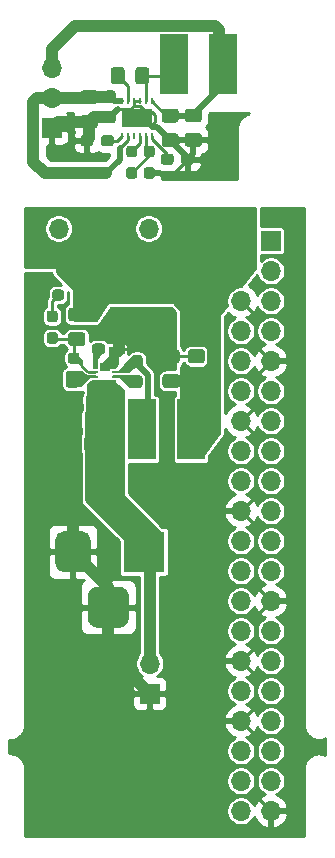
<source format=gtl>
G04 #@! TF.GenerationSoftware,KiCad,Pcbnew,(5.1.6-0-10_14)*
G04 #@! TF.CreationDate,2021-08-31T11:45:36+09:00*
G04 #@! TF.ProjectId,qPCR-panel_v_20210831,71504352-2d70-4616-9e65-6c5f765f3230,rev?*
G04 #@! TF.SameCoordinates,Original*
G04 #@! TF.FileFunction,Copper,L1,Top*
G04 #@! TF.FilePolarity,Positive*
%FSLAX46Y46*%
G04 Gerber Fmt 4.6, Leading zero omitted, Abs format (unit mm)*
G04 Created by KiCad (PCBNEW (5.1.6-0-10_14)) date 2021-08-31 11:45:36*
%MOMM*%
%LPD*%
G01*
G04 APERTURE LIST*
G04 #@! TA.AperFunction,NonConductor*
%ADD10C,0.100000*%
G04 #@! TD*
G04 #@! TA.AperFunction,NonConductor*
%ADD11C,0.180000*%
G04 #@! TD*
G04 #@! TA.AperFunction,ComponentPad*
%ADD12O,1.700000X1.700000*%
G04 #@! TD*
G04 #@! TA.AperFunction,ComponentPad*
%ADD13R,1.700000X1.700000*%
G04 #@! TD*
G04 #@! TA.AperFunction,ComponentPad*
%ADD14R,3.500000X3.500000*%
G04 #@! TD*
G04 #@! TA.AperFunction,SMDPad,CuDef*
%ADD15R,2.350000X5.100000*%
G04 #@! TD*
G04 #@! TA.AperFunction,SMDPad,CuDef*
%ADD16R,0.838200X0.711200*%
G04 #@! TD*
G04 #@! TA.AperFunction,SMDPad,CuDef*
%ADD17R,0.457200X0.254000*%
G04 #@! TD*
G04 #@! TA.AperFunction,ComponentPad*
%ADD18C,0.499999*%
G04 #@! TD*
G04 #@! TA.AperFunction,SMDPad,CuDef*
%ADD19R,2.500000X1.500000*%
G04 #@! TD*
G04 #@! TA.AperFunction,SMDPad,CuDef*
%ADD20R,0.249999X0.499999*%
G04 #@! TD*
G04 #@! TA.AperFunction,ViaPad*
%ADD21C,0.800000*%
G04 #@! TD*
G04 #@! TA.AperFunction,Conductor*
%ADD22C,0.250000*%
G04 #@! TD*
G04 #@! TA.AperFunction,Conductor*
%ADD23C,0.254000*%
G04 #@! TD*
G04 #@! TA.AperFunction,Conductor*
%ADD24C,0.127000*%
G04 #@! TD*
G04 #@! TA.AperFunction,Conductor*
%ADD25C,1.016000*%
G04 #@! TD*
G04 #@! TA.AperFunction,Conductor*
%ADD26C,0.508000*%
G04 #@! TD*
G04 APERTURE END LIST*
D10*
G36*
X105250000Y-103275000D02*
G01*
X105250000Y-103650000D01*
X105800000Y-104200000D01*
X106400000Y-104200000D01*
X106400000Y-104325000D01*
X105750000Y-104325000D01*
X104900000Y-103475000D01*
X104900000Y-102925000D01*
X105250000Y-103275000D01*
G37*
X105250000Y-103275000D02*
X105250000Y-103650000D01*
X105800000Y-104200000D01*
X106400000Y-104200000D01*
X106400000Y-104325000D01*
X105750000Y-104325000D01*
X104900000Y-103475000D01*
X104900000Y-102925000D01*
X105250000Y-103275000D01*
G36*
X108800000Y-105800000D02*
G01*
X108800000Y-114700000D01*
X112000000Y-117900000D01*
X108500000Y-117900000D01*
X105800000Y-115200000D01*
X105800000Y-105500000D01*
X106200000Y-105100000D01*
X108100000Y-105100000D01*
X108800000Y-105800000D01*
G37*
X108800000Y-105800000D02*
X108800000Y-114700000D01*
X112000000Y-117900000D01*
X108500000Y-117900000D01*
X105800000Y-115200000D01*
X105800000Y-105500000D01*
X106200000Y-105100000D01*
X108100000Y-105100000D01*
X108800000Y-105800000D01*
G36*
X108750000Y-102650000D02*
G01*
X108350000Y-103050000D01*
X108350000Y-103600000D01*
X108050000Y-103900000D01*
X106900000Y-103900000D01*
X106900000Y-103600000D01*
X107550000Y-102950000D01*
X107550000Y-102200000D01*
X108750000Y-102200000D01*
X108750000Y-102650000D01*
G37*
X108750000Y-102650000D02*
X108350000Y-103050000D01*
X108350000Y-103600000D01*
X108050000Y-103900000D01*
X106900000Y-103900000D01*
X106900000Y-103600000D01*
X107550000Y-102950000D01*
X107550000Y-102200000D01*
X108750000Y-102200000D01*
X108750000Y-102650000D01*
D11*
G36*
X107000000Y-102700000D02*
G01*
X106550000Y-103150000D01*
X106550000Y-103900000D01*
X106300000Y-103900000D01*
X106300000Y-102200000D01*
X107000000Y-102200000D01*
X107000000Y-102700000D01*
G37*
X107000000Y-102700000D02*
X106550000Y-103150000D01*
X106550000Y-103900000D01*
X106300000Y-103900000D01*
X106300000Y-102200000D01*
X107000000Y-102200000D01*
X107000000Y-102700000D01*
G36*
X105650000Y-104650000D02*
G01*
X106450000Y-104650000D01*
X106450000Y-104700000D01*
X105950000Y-104700000D01*
X105150000Y-105500000D01*
X104250000Y-105500000D01*
X104250000Y-104300000D01*
X105300000Y-104300000D01*
X105650000Y-104650000D01*
G37*
X105650000Y-104650000D02*
X106450000Y-104650000D01*
X106450000Y-104700000D01*
X105950000Y-104700000D01*
X105150000Y-105500000D01*
X104250000Y-105500000D01*
X104250000Y-104300000D01*
X105300000Y-104300000D01*
X105650000Y-104650000D01*
G36*
X110250000Y-103750000D02*
G01*
X109800000Y-103750000D01*
X109250000Y-104300000D01*
X107900000Y-104300000D01*
X107900000Y-104250000D01*
X108400000Y-104250000D01*
X109600000Y-103050000D01*
X110250000Y-103050000D01*
X110250000Y-103750000D01*
G37*
X110250000Y-103750000D02*
X109800000Y-103750000D01*
X109250000Y-104300000D01*
X107900000Y-104300000D01*
X107900000Y-104250000D01*
X108400000Y-104250000D01*
X109600000Y-103050000D01*
X110250000Y-103050000D01*
X110250000Y-103750000D01*
G36*
X109950000Y-105550000D02*
G01*
X109300000Y-105550000D01*
X108450000Y-104700000D01*
X107900000Y-104700000D01*
X107900000Y-104650000D01*
X109950000Y-104650000D01*
X109950000Y-105550000D01*
G37*
X109950000Y-105550000D02*
X109300000Y-105550000D01*
X108450000Y-104700000D01*
X107900000Y-104700000D01*
X107900000Y-104650000D01*
X109950000Y-104650000D01*
X109950000Y-105550000D01*
G04 #@! TA.AperFunction,SMDPad,CuDef*
G36*
G01*
X114475000Y-102355000D02*
X115425000Y-102355000D01*
G75*
G02*
X115675000Y-102605000I0J-250000D01*
G01*
X115675000Y-103280000D01*
G75*
G02*
X115425000Y-103530000I-250000J0D01*
G01*
X114475000Y-103530000D01*
G75*
G02*
X114225000Y-103280000I0J250000D01*
G01*
X114225000Y-102605000D01*
G75*
G02*
X114475000Y-102355000I250000J0D01*
G01*
G37*
G04 #@! TD.AperFunction*
G04 #@! TA.AperFunction,SMDPad,CuDef*
G36*
G01*
X114475000Y-104430000D02*
X115425000Y-104430000D01*
G75*
G02*
X115675000Y-104680000I0J-250000D01*
G01*
X115675000Y-105355000D01*
G75*
G02*
X115425000Y-105605000I-250000J0D01*
G01*
X114475000Y-105605000D01*
G75*
G02*
X114225000Y-105355000I0J250000D01*
G01*
X114225000Y-104680000D01*
G75*
G02*
X114475000Y-104430000I250000J0D01*
G01*
G37*
G04 #@! TD.AperFunction*
D12*
X118710000Y-141440000D03*
X121250000Y-141440000D03*
X118710000Y-138900000D03*
X121250000Y-138900000D03*
X118710000Y-136360000D03*
X121250000Y-136360000D03*
X118710000Y-133820000D03*
X121250000Y-133820000D03*
X118710000Y-131280000D03*
X121250000Y-131280000D03*
X118710000Y-128740000D03*
X121250000Y-128740000D03*
X118710000Y-126200000D03*
X121250000Y-126200000D03*
X118710000Y-123660000D03*
X121250000Y-123660000D03*
X118710000Y-121120000D03*
X121250000Y-121120000D03*
X118710000Y-118580000D03*
X121250000Y-118580000D03*
X118710000Y-116040000D03*
X121250000Y-116040000D03*
X118710000Y-113500000D03*
X121250000Y-113500000D03*
X118710000Y-110960000D03*
X121250000Y-110960000D03*
X118710000Y-108420000D03*
X121250000Y-108420000D03*
X118710000Y-105880000D03*
X121250000Y-105880000D03*
X118710000Y-103340000D03*
X121250000Y-103340000D03*
X118710000Y-100800000D03*
X121250000Y-100800000D03*
X118710000Y-98260000D03*
X121250000Y-98260000D03*
X118710000Y-95720000D03*
X121250000Y-95720000D03*
X118710000Y-93180000D03*
D13*
X121250000Y-93180000D03*
G04 #@! TA.AperFunction,ComponentPad*
G36*
G01*
X105750000Y-125075000D02*
X105750000Y-123325000D01*
G75*
G02*
X106625000Y-122450000I875000J0D01*
G01*
X108375000Y-122450000D01*
G75*
G02*
X109250000Y-123325000I0J-875000D01*
G01*
X109250000Y-125075000D01*
G75*
G02*
X108375000Y-125950000I-875000J0D01*
G01*
X106625000Y-125950000D01*
G75*
G02*
X105750000Y-125075000I0J875000D01*
G01*
G37*
G04 #@! TD.AperFunction*
G04 #@! TA.AperFunction,ComponentPad*
G36*
G01*
X103000000Y-120500000D02*
X103000000Y-118500000D01*
G75*
G02*
X103750000Y-117750000I750000J0D01*
G01*
X105250000Y-117750000D01*
G75*
G02*
X106000000Y-118500000I0J-750000D01*
G01*
X106000000Y-120500000D01*
G75*
G02*
X105250000Y-121250000I-750000J0D01*
G01*
X103750000Y-121250000D01*
G75*
G02*
X103000000Y-120500000I0J750000D01*
G01*
G37*
G04 #@! TD.AperFunction*
D14*
X110500000Y-119500000D03*
D13*
X111000000Y-131500000D03*
D12*
X111000000Y-128960000D03*
D13*
X103280000Y-94670000D03*
D12*
X103280000Y-92130000D03*
D13*
X110900000Y-94670000D03*
D12*
X110900000Y-92130000D03*
G04 #@! TA.AperFunction,SMDPad,CuDef*
G36*
G01*
X107205000Y-102092500D02*
X107205000Y-102567500D01*
G75*
G02*
X106967500Y-102805000I-237500J0D01*
G01*
X106367500Y-102805000D01*
G75*
G02*
X106130000Y-102567500I0J237500D01*
G01*
X106130000Y-102092500D01*
G75*
G02*
X106367500Y-101855000I237500J0D01*
G01*
X106967500Y-101855000D01*
G75*
G02*
X107205000Y-102092500I0J-237500D01*
G01*
G37*
G04 #@! TD.AperFunction*
G04 #@! TA.AperFunction,SMDPad,CuDef*
G36*
G01*
X108930000Y-102092500D02*
X108930000Y-102567500D01*
G75*
G02*
X108692500Y-102805000I-237500J0D01*
G01*
X108092500Y-102805000D01*
G75*
G02*
X107855000Y-102567500I0J237500D01*
G01*
X107855000Y-102092500D01*
G75*
G02*
X108092500Y-101855000I237500J0D01*
G01*
X108692500Y-101855000D01*
G75*
G02*
X108930000Y-102092500I0J-237500D01*
G01*
G37*
G04 #@! TD.AperFunction*
G04 #@! TA.AperFunction,SMDPad,CuDef*
G36*
G01*
X103880000Y-105375000D02*
X103880000Y-104425000D01*
G75*
G02*
X104130000Y-104175000I250000J0D01*
G01*
X104805000Y-104175000D01*
G75*
G02*
X105055000Y-104425000I0J-250000D01*
G01*
X105055000Y-105375000D01*
G75*
G02*
X104805000Y-105625000I-250000J0D01*
G01*
X104130000Y-105625000D01*
G75*
G02*
X103880000Y-105375000I0J250000D01*
G01*
G37*
G04 #@! TD.AperFunction*
G04 #@! TA.AperFunction,SMDPad,CuDef*
G36*
G01*
X101805000Y-105375000D02*
X101805000Y-104425000D01*
G75*
G02*
X102055000Y-104175000I250000J0D01*
G01*
X102730000Y-104175000D01*
G75*
G02*
X102980000Y-104425000I0J-250000D01*
G01*
X102980000Y-105375000D01*
G75*
G02*
X102730000Y-105625000I-250000J0D01*
G01*
X102055000Y-105625000D01*
G75*
G02*
X101805000Y-105375000I0J250000D01*
G01*
G37*
G04 #@! TD.AperFunction*
G04 #@! TA.AperFunction,SMDPad,CuDef*
G36*
G01*
X103880000Y-106867500D02*
X103880000Y-106392500D01*
G75*
G02*
X104117500Y-106155000I237500J0D01*
G01*
X104717500Y-106155000D01*
G75*
G02*
X104955000Y-106392500I0J-237500D01*
G01*
X104955000Y-106867500D01*
G75*
G02*
X104717500Y-107105000I-237500J0D01*
G01*
X104117500Y-107105000D01*
G75*
G02*
X103880000Y-106867500I0J237500D01*
G01*
G37*
G04 #@! TD.AperFunction*
G04 #@! TA.AperFunction,SMDPad,CuDef*
G36*
G01*
X105605000Y-106867500D02*
X105605000Y-106392500D01*
G75*
G02*
X105842500Y-106155000I237500J0D01*
G01*
X106442500Y-106155000D01*
G75*
G02*
X106680000Y-106392500I0J-237500D01*
G01*
X106680000Y-106867500D01*
G75*
G02*
X106442500Y-107105000I-237500J0D01*
G01*
X105842500Y-107105000D01*
G75*
G02*
X105605000Y-106867500I0J237500D01*
G01*
G37*
G04 #@! TD.AperFunction*
G04 #@! TA.AperFunction,SMDPad,CuDef*
G36*
G01*
X109682500Y-102840000D02*
X110157500Y-102840000D01*
G75*
G02*
X110395000Y-103077500I0J-237500D01*
G01*
X110395000Y-103677500D01*
G75*
G02*
X110157500Y-103915000I-237500J0D01*
G01*
X109682500Y-103915000D01*
G75*
G02*
X109445000Y-103677500I0J237500D01*
G01*
X109445000Y-103077500D01*
G75*
G02*
X109682500Y-102840000I237500J0D01*
G01*
G37*
G04 #@! TD.AperFunction*
G04 #@! TA.AperFunction,SMDPad,CuDef*
G36*
G01*
X109682500Y-104565000D02*
X110157500Y-104565000D01*
G75*
G02*
X110395000Y-104802500I0J-237500D01*
G01*
X110395000Y-105402500D01*
G75*
G02*
X110157500Y-105640000I-237500J0D01*
G01*
X109682500Y-105640000D01*
G75*
G02*
X109445000Y-105402500I0J237500D01*
G01*
X109445000Y-104802500D01*
G75*
G02*
X109682500Y-104565000I237500J0D01*
G01*
G37*
G04 #@! TD.AperFunction*
G04 #@! TA.AperFunction,SMDPad,CuDef*
G36*
G01*
X103405000Y-108825000D02*
X103405000Y-107875000D01*
G75*
G02*
X103655000Y-107625000I250000J0D01*
G01*
X104330000Y-107625000D01*
G75*
G02*
X104580000Y-107875000I0J-250000D01*
G01*
X104580000Y-108825000D01*
G75*
G02*
X104330000Y-109075000I-250000J0D01*
G01*
X103655000Y-109075000D01*
G75*
G02*
X103405000Y-108825000I0J250000D01*
G01*
G37*
G04 #@! TD.AperFunction*
G04 #@! TA.AperFunction,SMDPad,CuDef*
G36*
G01*
X105480000Y-108825000D02*
X105480000Y-107875000D01*
G75*
G02*
X105730000Y-107625000I250000J0D01*
G01*
X106405000Y-107625000D01*
G75*
G02*
X106655000Y-107875000I0J-250000D01*
G01*
X106655000Y-108825000D01*
G75*
G02*
X106405000Y-109075000I-250000J0D01*
G01*
X105730000Y-109075000D01*
G75*
G02*
X105480000Y-108825000I0J250000D01*
G01*
G37*
G04 #@! TD.AperFunction*
G04 #@! TA.AperFunction,SMDPad,CuDef*
G36*
G01*
X105460000Y-110825000D02*
X105460000Y-109875000D01*
G75*
G02*
X105710000Y-109625000I250000J0D01*
G01*
X106385000Y-109625000D01*
G75*
G02*
X106635000Y-109875000I0J-250000D01*
G01*
X106635000Y-110825000D01*
G75*
G02*
X106385000Y-111075000I-250000J0D01*
G01*
X105710000Y-111075000D01*
G75*
G02*
X105460000Y-110825000I0J250000D01*
G01*
G37*
G04 #@! TD.AperFunction*
G04 #@! TA.AperFunction,SMDPad,CuDef*
G36*
G01*
X103385000Y-110825000D02*
X103385000Y-109875000D01*
G75*
G02*
X103635000Y-109625000I250000J0D01*
G01*
X104310000Y-109625000D01*
G75*
G02*
X104560000Y-109875000I0J-250000D01*
G01*
X104560000Y-110825000D01*
G75*
G02*
X104310000Y-111075000I-250000J0D01*
G01*
X103635000Y-111075000D01*
G75*
G02*
X103385000Y-110825000I0J250000D01*
G01*
G37*
G04 #@! TD.AperFunction*
G04 #@! TA.AperFunction,SMDPad,CuDef*
G36*
G01*
X105305000Y-102075000D02*
X104355000Y-102075000D01*
G75*
G02*
X104105000Y-101825000I0J250000D01*
G01*
X104105000Y-101150000D01*
G75*
G02*
X104355000Y-100900000I250000J0D01*
G01*
X105305000Y-100900000D01*
G75*
G02*
X105555000Y-101150000I0J-250000D01*
G01*
X105555000Y-101825000D01*
G75*
G02*
X105305000Y-102075000I-250000J0D01*
G01*
G37*
G04 #@! TD.AperFunction*
G04 #@! TA.AperFunction,SMDPad,CuDef*
G36*
G01*
X105305000Y-100000000D02*
X104355000Y-100000000D01*
G75*
G02*
X104105000Y-99750000I0J250000D01*
G01*
X104105000Y-99075000D01*
G75*
G02*
X104355000Y-98825000I250000J0D01*
G01*
X105305000Y-98825000D01*
G75*
G02*
X105555000Y-99075000I0J-250000D01*
G01*
X105555000Y-99750000D01*
G75*
G02*
X105305000Y-100000000I-250000J0D01*
G01*
G37*
G04 #@! TD.AperFunction*
G04 #@! TA.AperFunction,SMDPad,CuDef*
G36*
G01*
X112325000Y-104450000D02*
X113275000Y-104450000D01*
G75*
G02*
X113525000Y-104700000I0J-250000D01*
G01*
X113525000Y-105375000D01*
G75*
G02*
X113275000Y-105625000I-250000J0D01*
G01*
X112325000Y-105625000D01*
G75*
G02*
X112075000Y-105375000I0J250000D01*
G01*
X112075000Y-104700000D01*
G75*
G02*
X112325000Y-104450000I250000J0D01*
G01*
G37*
G04 #@! TD.AperFunction*
G04 #@! TA.AperFunction,SMDPad,CuDef*
G36*
G01*
X112325000Y-102375000D02*
X113275000Y-102375000D01*
G75*
G02*
X113525000Y-102625000I0J-250000D01*
G01*
X113525000Y-103300000D01*
G75*
G02*
X113275000Y-103550000I-250000J0D01*
G01*
X112325000Y-103550000D01*
G75*
G02*
X112075000Y-103300000I0J250000D01*
G01*
X112075000Y-102625000D01*
G75*
G02*
X112325000Y-102375000I250000J0D01*
G01*
G37*
G04 #@! TD.AperFunction*
D15*
X110345000Y-109140000D03*
X114495000Y-109140000D03*
D16*
X107190000Y-103822000D03*
D17*
X106415000Y-105069999D03*
X106415000Y-104670000D03*
X106415000Y-104270000D03*
X106415000Y-103870001D03*
X107965000Y-103870001D03*
X107965000Y-104270000D03*
X107965000Y-104670000D03*
X107965000Y-105069999D03*
G04 #@! TA.AperFunction,SMDPad,CuDef*
G36*
G01*
X105560000Y-97522500D02*
X105560000Y-97997500D01*
G75*
G02*
X105322500Y-98235000I-237500J0D01*
G01*
X104822500Y-98235000D01*
G75*
G02*
X104585000Y-97997500I0J237500D01*
G01*
X104585000Y-97522500D01*
G75*
G02*
X104822500Y-97285000I237500J0D01*
G01*
X105322500Y-97285000D01*
G75*
G02*
X105560000Y-97522500I0J-237500D01*
G01*
G37*
G04 #@! TD.AperFunction*
G04 #@! TA.AperFunction,SMDPad,CuDef*
G36*
G01*
X103735000Y-97522500D02*
X103735000Y-97997500D01*
G75*
G02*
X103497500Y-98235000I-237500J0D01*
G01*
X102997500Y-98235000D01*
G75*
G02*
X102760000Y-97997500I0J237500D01*
G01*
X102760000Y-97522500D01*
G75*
G02*
X102997500Y-97285000I237500J0D01*
G01*
X103497500Y-97285000D01*
G75*
G02*
X103735000Y-97522500I0J-237500D01*
G01*
G37*
G04 #@! TD.AperFunction*
G04 #@! TA.AperFunction,SMDPad,CuDef*
G36*
G01*
X102502500Y-99090000D02*
X102977500Y-99090000D01*
G75*
G02*
X103215000Y-99327500I0J-237500D01*
G01*
X103215000Y-99827500D01*
G75*
G02*
X102977500Y-100065000I-237500J0D01*
G01*
X102502500Y-100065000D01*
G75*
G02*
X102265000Y-99827500I0J237500D01*
G01*
X102265000Y-99327500D01*
G75*
G02*
X102502500Y-99090000I237500J0D01*
G01*
G37*
G04 #@! TD.AperFunction*
G04 #@! TA.AperFunction,SMDPad,CuDef*
G36*
G01*
X102502500Y-100915000D02*
X102977500Y-100915000D01*
G75*
G02*
X103215000Y-101152500I0J-237500D01*
G01*
X103215000Y-101652500D01*
G75*
G02*
X102977500Y-101890000I-237500J0D01*
G01*
X102502500Y-101890000D01*
G75*
G02*
X102265000Y-101652500I0J237500D01*
G01*
X102265000Y-101152500D01*
G75*
G02*
X102502500Y-100915000I237500J0D01*
G01*
G37*
G04 #@! TD.AperFunction*
G04 #@! TA.AperFunction,SMDPad,CuDef*
G36*
G01*
X103225000Y-102882500D02*
X103225000Y-103357500D01*
G75*
G02*
X102987500Y-103595000I-237500J0D01*
G01*
X102487500Y-103595000D01*
G75*
G02*
X102250000Y-103357500I0J237500D01*
G01*
X102250000Y-102882500D01*
G75*
G02*
X102487500Y-102645000I237500J0D01*
G01*
X102987500Y-102645000D01*
G75*
G02*
X103225000Y-102882500I0J-237500D01*
G01*
G37*
G04 #@! TD.AperFunction*
G04 #@! TA.AperFunction,SMDPad,CuDef*
G36*
G01*
X105050000Y-102882500D02*
X105050000Y-103357500D01*
G75*
G02*
X104812500Y-103595000I-237500J0D01*
G01*
X104312500Y-103595000D01*
G75*
G02*
X104075000Y-103357500I0J237500D01*
G01*
X104075000Y-102882500D01*
G75*
G02*
X104312500Y-102645000I237500J0D01*
G01*
X104812500Y-102645000D01*
G75*
G02*
X105050000Y-102882500I0J-237500D01*
G01*
G37*
G04 #@! TD.AperFunction*
G04 #@! TA.AperFunction,SMDPad,CuDef*
G36*
G01*
X105405000Y-80420000D02*
X106355000Y-80420000D01*
G75*
G02*
X106605000Y-80670000I0J-250000D01*
G01*
X106605000Y-81345000D01*
G75*
G02*
X106355000Y-81595000I-250000J0D01*
G01*
X105405000Y-81595000D01*
G75*
G02*
X105155000Y-81345000I0J250000D01*
G01*
X105155000Y-80670000D01*
G75*
G02*
X105405000Y-80420000I250000J0D01*
G01*
G37*
G04 #@! TD.AperFunction*
G04 #@! TA.AperFunction,SMDPad,CuDef*
G36*
G01*
X105405000Y-82495000D02*
X106355000Y-82495000D01*
G75*
G02*
X106605000Y-82745000I0J-250000D01*
G01*
X106605000Y-83420000D01*
G75*
G02*
X106355000Y-83670000I-250000J0D01*
G01*
X105405000Y-83670000D01*
G75*
G02*
X105155000Y-83420000I0J250000D01*
G01*
X105155000Y-82745000D01*
G75*
G02*
X105405000Y-82495000I250000J0D01*
G01*
G37*
G04 #@! TD.AperFunction*
G04 #@! TA.AperFunction,SMDPad,CuDef*
G36*
G01*
X113675000Y-86512500D02*
X113675000Y-86037500D01*
G75*
G02*
X113912500Y-85800000I237500J0D01*
G01*
X114512500Y-85800000D01*
G75*
G02*
X114750000Y-86037500I0J-237500D01*
G01*
X114750000Y-86512500D01*
G75*
G02*
X114512500Y-86750000I-237500J0D01*
G01*
X113912500Y-86750000D01*
G75*
G02*
X113675000Y-86512500I0J237500D01*
G01*
G37*
G04 #@! TD.AperFunction*
G04 #@! TA.AperFunction,SMDPad,CuDef*
G36*
G01*
X111950000Y-86512500D02*
X111950000Y-86037500D01*
G75*
G02*
X112187500Y-85800000I237500J0D01*
G01*
X112787500Y-85800000D01*
G75*
G02*
X113025000Y-86037500I0J-237500D01*
G01*
X113025000Y-86512500D01*
G75*
G02*
X112787500Y-86750000I-237500J0D01*
G01*
X112187500Y-86750000D01*
G75*
G02*
X111950000Y-86512500I0J237500D01*
G01*
G37*
G04 #@! TD.AperFunction*
G04 #@! TA.AperFunction,SMDPad,CuDef*
G36*
G01*
X107392500Y-80435000D02*
X107867500Y-80435000D01*
G75*
G02*
X108105000Y-80672500I0J-237500D01*
G01*
X108105000Y-81272500D01*
G75*
G02*
X107867500Y-81510000I-237500J0D01*
G01*
X107392500Y-81510000D01*
G75*
G02*
X107155000Y-81272500I0J237500D01*
G01*
X107155000Y-80672500D01*
G75*
G02*
X107392500Y-80435000I237500J0D01*
G01*
G37*
G04 #@! TD.AperFunction*
G04 #@! TA.AperFunction,SMDPad,CuDef*
G36*
G01*
X107392500Y-82160000D02*
X107867500Y-82160000D01*
G75*
G02*
X108105000Y-82397500I0J-237500D01*
G01*
X108105000Y-82997500D01*
G75*
G02*
X107867500Y-83235000I-237500J0D01*
G01*
X107392500Y-83235000D01*
G75*
G02*
X107155000Y-82997500I0J237500D01*
G01*
X107155000Y-82397500D01*
G75*
G02*
X107392500Y-82160000I237500J0D01*
G01*
G37*
G04 #@! TD.AperFunction*
G04 #@! TA.AperFunction,SMDPad,CuDef*
G36*
G01*
X107950000Y-84457500D02*
X107950000Y-84932500D01*
G75*
G02*
X107712500Y-85170000I-237500J0D01*
G01*
X107112500Y-85170000D01*
G75*
G02*
X106875000Y-84932500I0J237500D01*
G01*
X106875000Y-84457500D01*
G75*
G02*
X107112500Y-84220000I237500J0D01*
G01*
X107712500Y-84220000D01*
G75*
G02*
X107950000Y-84457500I0J-237500D01*
G01*
G37*
G04 #@! TD.AperFunction*
G04 #@! TA.AperFunction,SMDPad,CuDef*
G36*
G01*
X106225000Y-84457500D02*
X106225000Y-84932500D01*
G75*
G02*
X105987500Y-85170000I-237500J0D01*
G01*
X105387500Y-85170000D01*
G75*
G02*
X105150000Y-84932500I0J237500D01*
G01*
X105150000Y-84457500D01*
G75*
G02*
X105387500Y-84220000I237500J0D01*
G01*
X105987500Y-84220000D01*
G75*
G02*
X106225000Y-84457500I0J-237500D01*
G01*
G37*
G04 #@! TD.AperFunction*
G04 #@! TA.AperFunction,SMDPad,CuDef*
G36*
G01*
X107705000Y-79670000D02*
X107705000Y-78720000D01*
G75*
G02*
X107955000Y-78470000I250000J0D01*
G01*
X108630000Y-78470000D01*
G75*
G02*
X108880000Y-78720000I0J-250000D01*
G01*
X108880000Y-79670000D01*
G75*
G02*
X108630000Y-79920000I-250000J0D01*
G01*
X107955000Y-79920000D01*
G75*
G02*
X107705000Y-79670000I0J250000D01*
G01*
G37*
G04 #@! TD.AperFunction*
G04 #@! TA.AperFunction,SMDPad,CuDef*
G36*
G01*
X109780000Y-79670000D02*
X109780000Y-78720000D01*
G75*
G02*
X110030000Y-78470000I250000J0D01*
G01*
X110705000Y-78470000D01*
G75*
G02*
X110955000Y-78720000I0J-250000D01*
G01*
X110955000Y-79670000D01*
G75*
G02*
X110705000Y-79920000I-250000J0D01*
G01*
X110030000Y-79920000D01*
G75*
G02*
X109780000Y-79670000I0J250000D01*
G01*
G37*
G04 #@! TD.AperFunction*
G04 #@! TA.AperFunction,SMDPad,CuDef*
G36*
G01*
X112249999Y-84060001D02*
X113199999Y-84060001D01*
G75*
G02*
X113449999Y-84310001I0J-250000D01*
G01*
X113449999Y-84985001D01*
G75*
G02*
X113199999Y-85235001I-250000J0D01*
G01*
X112249999Y-85235001D01*
G75*
G02*
X111999999Y-84985001I0J250000D01*
G01*
X111999999Y-84310001D01*
G75*
G02*
X112249999Y-84060001I250000J0D01*
G01*
G37*
G04 #@! TD.AperFunction*
G04 #@! TA.AperFunction,SMDPad,CuDef*
G36*
G01*
X112249999Y-81985001D02*
X113199999Y-81985001D01*
G75*
G02*
X113449999Y-82235001I0J-250000D01*
G01*
X113449999Y-82910001D01*
G75*
G02*
X113199999Y-83160001I-250000J0D01*
G01*
X112249999Y-83160001D01*
G75*
G02*
X111999999Y-82910001I0J250000D01*
G01*
X111999999Y-82235001D01*
G75*
G02*
X112249999Y-81985001I250000J0D01*
G01*
G37*
G04 #@! TD.AperFunction*
G04 #@! TA.AperFunction,SMDPad,CuDef*
G36*
G01*
X114215000Y-84045000D02*
X115165000Y-84045000D01*
G75*
G02*
X115415000Y-84295000I0J-250000D01*
G01*
X115415000Y-84970000D01*
G75*
G02*
X115165000Y-85220000I-250000J0D01*
G01*
X114215000Y-85220000D01*
G75*
G02*
X113965000Y-84970000I0J250000D01*
G01*
X113965000Y-84295000D01*
G75*
G02*
X114215000Y-84045000I250000J0D01*
G01*
G37*
G04 #@! TD.AperFunction*
G04 #@! TA.AperFunction,SMDPad,CuDef*
G36*
G01*
X114215000Y-81970000D02*
X115165000Y-81970000D01*
G75*
G02*
X115415000Y-82220000I0J-250000D01*
G01*
X115415000Y-82895000D01*
G75*
G02*
X115165000Y-83145000I-250000J0D01*
G01*
X114215000Y-83145000D01*
G75*
G02*
X113965000Y-82895000I0J250000D01*
G01*
X113965000Y-82220000D01*
G75*
G02*
X114215000Y-81970000I250000J0D01*
G01*
G37*
G04 #@! TD.AperFunction*
D12*
X102690000Y-78555000D03*
X102690000Y-81095000D03*
D13*
X102690000Y-83635000D03*
D15*
X117245000Y-78225000D03*
X113095000Y-78225000D03*
G04 #@! TA.AperFunction,SMDPad,CuDef*
G36*
G01*
X109242500Y-85115000D02*
X109717500Y-85115000D01*
G75*
G02*
X109955000Y-85352500I0J-237500D01*
G01*
X109955000Y-85852500D01*
G75*
G02*
X109717500Y-86090000I-237500J0D01*
G01*
X109242500Y-86090000D01*
G75*
G02*
X109005000Y-85852500I0J237500D01*
G01*
X109005000Y-85352500D01*
G75*
G02*
X109242500Y-85115000I237500J0D01*
G01*
G37*
G04 #@! TD.AperFunction*
G04 #@! TA.AperFunction,SMDPad,CuDef*
G36*
G01*
X109242500Y-86940000D02*
X109717500Y-86940000D01*
G75*
G02*
X109955000Y-87177500I0J-237500D01*
G01*
X109955000Y-87677500D01*
G75*
G02*
X109717500Y-87915000I-237500J0D01*
G01*
X109242500Y-87915000D01*
G75*
G02*
X109005000Y-87677500I0J237500D01*
G01*
X109005000Y-87177500D01*
G75*
G02*
X109242500Y-86940000I237500J0D01*
G01*
G37*
G04 #@! TD.AperFunction*
G04 #@! TA.AperFunction,SMDPad,CuDef*
G36*
G01*
X110722500Y-86940000D02*
X111197500Y-86940000D01*
G75*
G02*
X111435000Y-87177500I0J-237500D01*
G01*
X111435000Y-87677500D01*
G75*
G02*
X111197500Y-87915000I-237500J0D01*
G01*
X110722500Y-87915000D01*
G75*
G02*
X110485000Y-87677500I0J237500D01*
G01*
X110485000Y-87177500D01*
G75*
G02*
X110722500Y-86940000I237500J0D01*
G01*
G37*
G04 #@! TD.AperFunction*
G04 #@! TA.AperFunction,SMDPad,CuDef*
G36*
G01*
X110722500Y-85115000D02*
X111197500Y-85115000D01*
G75*
G02*
X111435000Y-85352500I0J-237500D01*
G01*
X111435000Y-85852500D01*
G75*
G02*
X111197500Y-86090000I-237500J0D01*
G01*
X110722500Y-86090000D01*
G75*
G02*
X110485000Y-85852500I0J237500D01*
G01*
X110485000Y-85352500D01*
G75*
G02*
X110722500Y-85115000I237500J0D01*
G01*
G37*
G04 #@! TD.AperFunction*
D18*
X109910000Y-83314999D03*
X110910001Y-82815000D03*
X109910000Y-82315001D03*
X108909999Y-82815000D03*
D19*
X109910000Y-82815000D03*
D20*
X108660000Y-81365000D03*
X109159999Y-81365000D03*
X109660000Y-81365000D03*
X110160000Y-81365000D03*
X110660001Y-81365000D03*
X111160000Y-81365000D03*
X111160000Y-84265000D03*
X110660001Y-84265000D03*
X110160000Y-84265000D03*
X109660000Y-84265000D03*
X109159999Y-84265000D03*
X108660000Y-84265000D03*
D21*
X111170000Y-102330000D03*
X103700000Y-122700000D03*
X103600000Y-126950000D03*
X107500000Y-128000000D03*
X105350000Y-130250000D03*
X113800000Y-134300000D03*
X109600000Y-136150000D03*
X108200000Y-132400000D03*
X105950000Y-134800000D03*
X102850000Y-133750000D03*
X101900000Y-130850000D03*
X103200000Y-138350000D03*
X106550000Y-137800000D03*
X105600000Y-140750000D03*
X102500000Y-141200000D03*
X109150000Y-139550000D03*
X112700000Y-138350000D03*
X112200000Y-141500000D03*
X115650000Y-137400000D03*
X113850000Y-130950000D03*
X115700000Y-132600000D03*
X116200000Y-129400000D03*
X113650000Y-127000000D03*
X116050000Y-123850000D03*
X116100000Y-126400000D03*
X113300000Y-124200000D03*
X114350000Y-121200000D03*
X116100000Y-118650000D03*
X113800000Y-117800000D03*
X110800000Y-113400000D03*
X113850000Y-113150000D03*
X112950000Y-115100000D03*
X115650000Y-115950000D03*
X116200000Y-113200000D03*
X112100000Y-100450000D03*
X109950000Y-100950000D03*
X108450000Y-99800000D03*
X101450000Y-97600000D03*
X102737500Y-103362500D03*
X101350000Y-102650000D03*
X101600000Y-106350000D03*
X103750000Y-107350000D03*
X101750000Y-109100000D03*
X103992500Y-109707500D03*
X102650000Y-111550000D03*
X101600000Y-113500000D03*
X104500000Y-112800000D03*
X103100000Y-114800000D03*
X101850000Y-116950000D03*
X107200000Y-119800000D03*
X101600000Y-121600000D03*
X102150000Y-124800000D03*
X115350000Y-140200000D03*
X106800000Y-100850000D03*
D22*
X119885001Y-101975001D02*
X121250000Y-103340000D01*
X119885001Y-99435001D02*
X119885001Y-101975001D01*
X118710000Y-98260000D02*
X119885001Y-99435001D01*
X119885001Y-104704999D02*
X119885001Y-107244999D01*
X119885001Y-107244999D02*
X118710000Y-108420000D01*
X121250000Y-103340000D02*
X119885001Y-104704999D01*
X119885001Y-109595001D02*
X119885001Y-114864999D01*
X119885001Y-114864999D02*
X118710000Y-116040000D01*
X118710000Y-108420000D02*
X119885001Y-109595001D01*
X119885001Y-117215001D02*
X119885001Y-122295001D01*
X119885001Y-122295001D02*
X121250000Y-123660000D01*
X118710000Y-116040000D02*
X119885001Y-117215001D01*
X120074999Y-127375001D02*
X118710000Y-128740000D01*
X120074999Y-124835001D02*
X120074999Y-127375001D01*
X121250000Y-123660000D02*
X120074999Y-124835001D01*
X119885001Y-132644999D02*
X118710000Y-133820000D01*
X119885001Y-129915001D02*
X119885001Y-132644999D01*
X118710000Y-128740000D02*
X119885001Y-129915001D01*
X120074999Y-140264999D02*
X121250000Y-141440000D01*
X120074999Y-135184999D02*
X120074999Y-140264999D01*
X118710000Y-133820000D02*
X120074999Y-135184999D01*
X114930000Y-102962500D02*
X114950000Y-102942500D01*
X102392500Y-104900000D02*
X102392500Y-106322500D01*
X102700000Y-106630000D02*
X104417500Y-106630000D01*
X102392500Y-106322500D02*
X102700000Y-106630000D01*
X104417500Y-107925000D02*
X103992500Y-108350000D01*
X104417500Y-106630000D02*
X104417500Y-107925000D01*
X103992500Y-110330000D02*
X103972500Y-110350000D01*
X103992500Y-108350000D02*
X103992500Y-109707500D01*
D23*
X107474799Y-103815999D02*
X107965000Y-103815999D01*
X107468798Y-103822000D02*
X107474799Y-103815999D01*
X107190000Y-103822000D02*
X107468798Y-103822000D01*
D24*
X107965000Y-102757500D02*
X108392500Y-102330000D01*
X107965000Y-103870001D02*
X107965000Y-102757500D01*
D23*
X112820000Y-102942500D02*
X112800000Y-102962500D01*
X114950000Y-102942500D02*
X112820000Y-102942500D01*
X112167500Y-102330000D02*
X111170000Y-102330000D01*
X112800000Y-102962500D02*
X112167500Y-102330000D01*
X102737500Y-104555000D02*
X102392500Y-104900000D01*
X102737500Y-103120000D02*
X102737500Y-103362500D01*
D25*
X107500000Y-128000000D02*
X107500000Y-128000000D01*
X111000000Y-131500000D02*
X107500000Y-128000000D01*
X107500000Y-122500000D02*
X104500000Y-119500000D01*
X107500000Y-124200000D02*
X107500000Y-122500000D01*
X104500000Y-110877500D02*
X103972500Y-110350000D01*
X104500000Y-119500000D02*
X104500000Y-112800000D01*
D23*
X111170000Y-102330000D02*
X108392500Y-102330000D01*
D25*
X107500000Y-128000000D02*
X107500000Y-124200000D01*
D23*
X102737500Y-103362500D02*
X102737500Y-104555000D01*
D22*
X103992500Y-109707500D02*
X103992500Y-110330000D01*
D25*
X104500000Y-112800000D02*
X104500000Y-110877500D01*
D22*
X110160000Y-81365000D02*
X109660000Y-81365000D01*
X111186002Y-83390000D02*
X110634000Y-83390000D01*
X110634000Y-83390000D02*
X110485000Y-83241000D01*
X111186002Y-82240000D02*
X111485001Y-82538999D01*
X110686000Y-82240000D02*
X111186002Y-82240000D01*
X109335000Y-82039000D02*
X109633999Y-81740001D01*
X110186001Y-81740001D02*
X110686000Y-82240000D01*
X109633999Y-81740001D02*
X110186001Y-81740001D01*
X111485001Y-83091001D02*
X111186002Y-83390000D01*
X108288500Y-82039000D02*
X109335000Y-82039000D01*
X111485001Y-82538999D02*
X111485001Y-83091001D01*
X109660000Y-81714000D02*
X109633999Y-81740001D01*
X109660000Y-81365000D02*
X109660000Y-81714000D01*
D26*
X108288500Y-82039000D02*
X107630000Y-82697500D01*
D25*
X106265000Y-82697500D02*
X105880000Y-83082500D01*
X107630000Y-82697500D02*
X106265000Y-82697500D01*
X103242500Y-83082500D02*
X102690000Y-83635000D01*
X105880000Y-83082500D02*
X103242500Y-83082500D01*
X105880000Y-84502500D02*
X105687500Y-84695000D01*
X105880000Y-83082500D02*
X105880000Y-84502500D01*
D22*
X113060000Y-87427500D02*
X114212500Y-86275000D01*
X110960000Y-87427500D02*
X113060000Y-87427500D01*
D26*
X114212500Y-86135002D02*
X112724999Y-84647501D01*
X114212500Y-86275000D02*
X114212500Y-86135002D01*
X114690000Y-85797500D02*
X114212500Y-86275000D01*
X114690000Y-84632500D02*
X114690000Y-85797500D01*
X112740000Y-84632500D02*
X112724999Y-84647501D01*
X114690000Y-84632500D02*
X112740000Y-84632500D01*
X111606201Y-83519000D02*
X111186002Y-83519000D01*
X112724999Y-84637798D02*
X111606201Y-83519000D01*
X112724999Y-84647501D02*
X112724999Y-84637798D01*
D25*
X111000000Y-120000000D02*
X110500000Y-119500000D01*
X111000000Y-128960000D02*
X111000000Y-120000000D01*
X106047500Y-115047500D02*
X106047500Y-110350000D01*
X110500000Y-119500000D02*
X106047500Y-115047500D01*
X106047500Y-108370000D02*
X106067500Y-108350000D01*
X106047500Y-110350000D02*
X106047500Y-108370000D01*
X106142500Y-108275000D02*
X106067500Y-108350000D01*
X106142500Y-106630000D02*
X106142500Y-108275000D01*
D24*
X106415000Y-105069999D02*
X106110001Y-105069999D01*
X106110001Y-105069999D02*
X105760000Y-105420000D01*
X105760000Y-106247500D02*
X106142500Y-106630000D01*
X105760000Y-105420000D02*
X105760000Y-106247500D01*
X106415000Y-105069999D02*
X107965000Y-105069999D01*
D25*
X103280000Y-94670000D02*
X110900000Y-94670000D01*
X118710000Y-95720000D02*
X118710000Y-93180000D01*
X114930000Y-105037500D02*
X114950000Y-105017500D01*
X112800000Y-105037500D02*
X114930000Y-105037500D01*
X114495000Y-105472500D02*
X114950000Y-105017500D01*
X114495000Y-109140000D02*
X114495000Y-105472500D01*
D26*
X104830000Y-98002500D02*
X105072500Y-97760000D01*
X104830000Y-99412500D02*
X104830000Y-98002500D01*
X105072500Y-97760000D02*
X105072500Y-97572500D01*
X103280000Y-95780000D02*
X103280000Y-94670000D01*
X105072500Y-97572500D02*
X103280000Y-95780000D01*
D25*
X114950000Y-105017500D02*
X115675000Y-105017500D01*
X115675000Y-105017500D02*
X116383010Y-104309490D01*
X116383010Y-104309490D02*
X116383010Y-97493010D01*
X116936990Y-97493010D02*
X116383010Y-97493010D01*
X118710000Y-95720000D02*
X116936990Y-97493010D01*
X116936990Y-97493010D02*
X115493010Y-97493010D01*
X112670000Y-94670000D02*
X110900000Y-94670000D01*
X115493010Y-97493010D02*
X112670000Y-94670000D01*
D24*
X106415000Y-102582500D02*
X106667500Y-102330000D01*
X106415000Y-103870001D02*
X106415000Y-102582500D01*
X105980000Y-104670000D02*
X106415000Y-104670000D01*
X105750000Y-104900000D02*
X105980000Y-104670000D01*
X104467500Y-104900000D02*
X105750000Y-104900000D01*
D26*
X110849010Y-108635990D02*
X110345000Y-109140000D01*
X110849010Y-104516066D02*
X110849010Y-108635990D01*
X109920000Y-103587056D02*
X110849010Y-104516066D01*
X109920000Y-103377500D02*
X109920000Y-103587056D01*
D24*
X109287403Y-103377500D02*
X109920000Y-103377500D01*
X108394903Y-104270000D02*
X109287403Y-103377500D01*
X107965000Y-104270000D02*
X108394903Y-104270000D01*
D22*
X108230000Y-84695000D02*
X108660000Y-84265000D01*
X107412500Y-84695000D02*
X108230000Y-84695000D01*
D24*
X109487500Y-104670000D02*
X107965000Y-104670000D01*
X109920000Y-105102500D02*
X109487500Y-104670000D01*
D23*
X104562500Y-101755000D02*
X104830000Y-101487500D01*
X104562500Y-103120000D02*
X104562500Y-101755000D01*
X102825000Y-101487500D02*
X102740000Y-101402500D01*
X104830000Y-101487500D02*
X102825000Y-101487500D01*
D24*
X106360502Y-104260502D02*
X105703002Y-104260502D01*
X106370000Y-104270000D02*
X106360502Y-104260502D01*
X105703002Y-104260502D02*
X104562500Y-103120000D01*
X106415000Y-104270000D02*
X106370000Y-104270000D01*
D23*
X102740000Y-98267500D02*
X103247500Y-97760000D01*
X102740000Y-99577500D02*
X102740000Y-98267500D01*
D22*
X110960000Y-85602500D02*
X110960000Y-85737500D01*
X110660001Y-85302501D02*
X110960000Y-85602500D01*
X110660001Y-84265000D02*
X110660001Y-85302501D01*
X110960000Y-85947500D02*
X109480000Y-87427500D01*
X110960000Y-85602500D02*
X110960000Y-85947500D01*
D25*
X105792500Y-81095000D02*
X105880000Y-81007500D01*
X102690000Y-81095000D02*
X105792500Y-81095000D01*
X105915000Y-80972500D02*
X105880000Y-81007500D01*
X107630000Y-80972500D02*
X105915000Y-80972500D01*
D22*
X109159999Y-84639491D02*
X108460000Y-85339490D01*
X109159999Y-84265000D02*
X109159999Y-84639491D01*
D26*
X108460000Y-85339490D02*
X108460000Y-86345000D01*
X108460000Y-86345000D02*
X107340000Y-87465000D01*
D25*
X101487919Y-81095000D02*
X102690000Y-81095000D01*
X101131999Y-81450920D02*
X101487919Y-81095000D01*
X101131999Y-86466999D02*
X101131999Y-81450920D01*
X102130000Y-87465000D02*
X101131999Y-86466999D01*
X107340000Y-87465000D02*
X102130000Y-87465000D01*
D26*
X107630000Y-80972500D02*
X107988491Y-81330991D01*
X108580989Y-81330991D02*
X108580989Y-81365000D01*
X107988491Y-81330991D02*
X108580989Y-81330991D01*
D22*
X112487500Y-85846990D02*
X112487500Y-86275000D01*
X111160000Y-84519490D02*
X112487500Y-85846990D01*
X111160000Y-84265000D02*
X111160000Y-84519490D01*
X109159999Y-80062499D02*
X109159999Y-81365000D01*
X108292500Y-79195000D02*
X109159999Y-80062499D01*
X110660001Y-79487501D02*
X110660001Y-81365000D01*
X110367500Y-79195000D02*
X110660001Y-79487501D01*
X112125000Y-79195000D02*
X113095000Y-78225000D01*
X110367500Y-79195000D02*
X112125000Y-79195000D01*
X112367501Y-82572501D02*
X111160000Y-81365000D01*
X112724999Y-82572501D02*
X112367501Y-82572501D01*
D26*
X114674999Y-82572501D02*
X114690000Y-82557500D01*
X112724999Y-82572501D02*
X114674999Y-82572501D01*
X117245000Y-80002500D02*
X117245000Y-78225000D01*
X114690000Y-82557500D02*
X117245000Y-80002500D01*
D25*
X102690000Y-76945000D02*
X102690000Y-78555000D01*
X104668001Y-74966999D02*
X102690000Y-76945000D01*
X116561999Y-74966999D02*
X104668001Y-74966999D01*
X116880000Y-75285000D02*
X116561999Y-74966999D01*
X116880000Y-76675000D02*
X116880000Y-75285000D01*
X117245000Y-77040000D02*
X116880000Y-76675000D01*
X117245000Y-78225000D02*
X117245000Y-77040000D01*
D22*
X110160000Y-84922500D02*
X109480000Y-85602500D01*
X110160000Y-84265000D02*
X110160000Y-84922500D01*
D23*
G36*
X119873000Y-95457667D02*
G01*
X118694500Y-97029000D01*
X118588757Y-97029000D01*
X118350931Y-97076307D01*
X118126903Y-97169102D01*
X117925283Y-97303820D01*
X117753820Y-97475283D01*
X117619102Y-97676903D01*
X117526307Y-97900931D01*
X117479000Y-98138757D01*
X117479000Y-98381243D01*
X117521201Y-98593399D01*
X116898400Y-99423800D01*
X116885486Y-99445085D01*
X116876973Y-99468481D01*
X116873000Y-99500000D01*
X116873000Y-109457667D01*
X115436500Y-111373000D01*
X113627000Y-111373000D01*
X113627000Y-103825853D01*
X113722488Y-103747488D01*
X113801190Y-103651589D01*
X113859671Y-103542179D01*
X113878033Y-103481645D01*
X113890329Y-103522179D01*
X113948810Y-103631589D01*
X114027512Y-103727488D01*
X114123411Y-103806190D01*
X114232821Y-103864671D01*
X114351538Y-103900683D01*
X114475000Y-103912843D01*
X115425000Y-103912843D01*
X115548462Y-103900683D01*
X115667179Y-103864671D01*
X115776589Y-103806190D01*
X115872488Y-103727488D01*
X115951190Y-103631589D01*
X116009671Y-103522179D01*
X116045683Y-103403462D01*
X116057843Y-103280000D01*
X116057843Y-102605000D01*
X116045683Y-102481538D01*
X116009671Y-102362821D01*
X115951190Y-102253411D01*
X115872488Y-102157512D01*
X115776589Y-102078810D01*
X115667179Y-102020329D01*
X115548462Y-101984317D01*
X115425000Y-101972157D01*
X114475000Y-101972157D01*
X114351538Y-101984317D01*
X114232821Y-102020329D01*
X114123411Y-102078810D01*
X114027512Y-102157512D01*
X113948810Y-102253411D01*
X113890329Y-102362821D01*
X113871967Y-102423355D01*
X113859671Y-102382821D01*
X113801190Y-102273411D01*
X113722488Y-102177512D01*
X113627000Y-102099147D01*
X113627000Y-99000000D01*
X113624560Y-98975224D01*
X113617333Y-98951399D01*
X113605597Y-98929443D01*
X113589803Y-98910197D01*
X113089803Y-98410197D01*
X113070557Y-98394403D01*
X113048601Y-98382667D01*
X113024776Y-98375440D01*
X113000000Y-98373000D01*
X107500000Y-98373000D01*
X107475224Y-98375440D01*
X107451399Y-98382667D01*
X107429443Y-98394403D01*
X107410197Y-98410197D01*
X107394330Y-98429553D01*
X106432032Y-99873000D01*
X104627000Y-99873000D01*
X104627000Y-97000000D01*
X104624560Y-96975224D01*
X104617333Y-96951399D01*
X104605597Y-96929443D01*
X104589803Y-96910197D01*
X103089803Y-95410197D01*
X103070557Y-95394403D01*
X103048601Y-95382667D01*
X103024776Y-95375440D01*
X103000000Y-95373000D01*
X100431000Y-95373000D01*
X100431000Y-92008757D01*
X102049000Y-92008757D01*
X102049000Y-92251243D01*
X102096307Y-92489069D01*
X102189102Y-92713097D01*
X102323820Y-92914717D01*
X102495283Y-93086180D01*
X102696903Y-93220898D01*
X102920931Y-93313693D01*
X103158757Y-93361000D01*
X103401243Y-93361000D01*
X103639069Y-93313693D01*
X103863097Y-93220898D01*
X104064717Y-93086180D01*
X104236180Y-92914717D01*
X104370898Y-92713097D01*
X104463693Y-92489069D01*
X104511000Y-92251243D01*
X104511000Y-92008757D01*
X109669000Y-92008757D01*
X109669000Y-92251243D01*
X109716307Y-92489069D01*
X109809102Y-92713097D01*
X109943820Y-92914717D01*
X110115283Y-93086180D01*
X110316903Y-93220898D01*
X110540931Y-93313693D01*
X110778757Y-93361000D01*
X111021243Y-93361000D01*
X111259069Y-93313693D01*
X111483097Y-93220898D01*
X111684717Y-93086180D01*
X111856180Y-92914717D01*
X111990898Y-92713097D01*
X112083693Y-92489069D01*
X112131000Y-92251243D01*
X112131000Y-92008757D01*
X112083693Y-91770931D01*
X111990898Y-91546903D01*
X111856180Y-91345283D01*
X111684717Y-91173820D01*
X111483097Y-91039102D01*
X111259069Y-90946307D01*
X111021243Y-90899000D01*
X110778757Y-90899000D01*
X110540931Y-90946307D01*
X110316903Y-91039102D01*
X110115283Y-91173820D01*
X109943820Y-91345283D01*
X109809102Y-91546903D01*
X109716307Y-91770931D01*
X109669000Y-92008757D01*
X104511000Y-92008757D01*
X104463693Y-91770931D01*
X104370898Y-91546903D01*
X104236180Y-91345283D01*
X104064717Y-91173820D01*
X103863097Y-91039102D01*
X103639069Y-90946307D01*
X103401243Y-90899000D01*
X103158757Y-90899000D01*
X102920931Y-90946307D01*
X102696903Y-91039102D01*
X102495283Y-91173820D01*
X102323820Y-91345283D01*
X102189102Y-91546903D01*
X102096307Y-91770931D01*
X102049000Y-92008757D01*
X100431000Y-92008757D01*
X100431000Y-90431000D01*
X119873000Y-90431000D01*
X119873000Y-95457667D01*
G37*
X119873000Y-95457667D02*
X118694500Y-97029000D01*
X118588757Y-97029000D01*
X118350931Y-97076307D01*
X118126903Y-97169102D01*
X117925283Y-97303820D01*
X117753820Y-97475283D01*
X117619102Y-97676903D01*
X117526307Y-97900931D01*
X117479000Y-98138757D01*
X117479000Y-98381243D01*
X117521201Y-98593399D01*
X116898400Y-99423800D01*
X116885486Y-99445085D01*
X116876973Y-99468481D01*
X116873000Y-99500000D01*
X116873000Y-109457667D01*
X115436500Y-111373000D01*
X113627000Y-111373000D01*
X113627000Y-103825853D01*
X113722488Y-103747488D01*
X113801190Y-103651589D01*
X113859671Y-103542179D01*
X113878033Y-103481645D01*
X113890329Y-103522179D01*
X113948810Y-103631589D01*
X114027512Y-103727488D01*
X114123411Y-103806190D01*
X114232821Y-103864671D01*
X114351538Y-103900683D01*
X114475000Y-103912843D01*
X115425000Y-103912843D01*
X115548462Y-103900683D01*
X115667179Y-103864671D01*
X115776589Y-103806190D01*
X115872488Y-103727488D01*
X115951190Y-103631589D01*
X116009671Y-103522179D01*
X116045683Y-103403462D01*
X116057843Y-103280000D01*
X116057843Y-102605000D01*
X116045683Y-102481538D01*
X116009671Y-102362821D01*
X115951190Y-102253411D01*
X115872488Y-102157512D01*
X115776589Y-102078810D01*
X115667179Y-102020329D01*
X115548462Y-101984317D01*
X115425000Y-101972157D01*
X114475000Y-101972157D01*
X114351538Y-101984317D01*
X114232821Y-102020329D01*
X114123411Y-102078810D01*
X114027512Y-102157512D01*
X113948810Y-102253411D01*
X113890329Y-102362821D01*
X113871967Y-102423355D01*
X113859671Y-102382821D01*
X113801190Y-102273411D01*
X113722488Y-102177512D01*
X113627000Y-102099147D01*
X113627000Y-99000000D01*
X113624560Y-98975224D01*
X113617333Y-98951399D01*
X113605597Y-98929443D01*
X113589803Y-98910197D01*
X113089803Y-98410197D01*
X113070557Y-98394403D01*
X113048601Y-98382667D01*
X113024776Y-98375440D01*
X113000000Y-98373000D01*
X107500000Y-98373000D01*
X107475224Y-98375440D01*
X107451399Y-98382667D01*
X107429443Y-98394403D01*
X107410197Y-98410197D01*
X107394330Y-98429553D01*
X106432032Y-99873000D01*
X104627000Y-99873000D01*
X104627000Y-97000000D01*
X104624560Y-96975224D01*
X104617333Y-96951399D01*
X104605597Y-96929443D01*
X104589803Y-96910197D01*
X103089803Y-95410197D01*
X103070557Y-95394403D01*
X103048601Y-95382667D01*
X103024776Y-95375440D01*
X103000000Y-95373000D01*
X100431000Y-95373000D01*
X100431000Y-92008757D01*
X102049000Y-92008757D01*
X102049000Y-92251243D01*
X102096307Y-92489069D01*
X102189102Y-92713097D01*
X102323820Y-92914717D01*
X102495283Y-93086180D01*
X102696903Y-93220898D01*
X102920931Y-93313693D01*
X103158757Y-93361000D01*
X103401243Y-93361000D01*
X103639069Y-93313693D01*
X103863097Y-93220898D01*
X104064717Y-93086180D01*
X104236180Y-92914717D01*
X104370898Y-92713097D01*
X104463693Y-92489069D01*
X104511000Y-92251243D01*
X104511000Y-92008757D01*
X109669000Y-92008757D01*
X109669000Y-92251243D01*
X109716307Y-92489069D01*
X109809102Y-92713097D01*
X109943820Y-92914717D01*
X110115283Y-93086180D01*
X110316903Y-93220898D01*
X110540931Y-93313693D01*
X110778757Y-93361000D01*
X111021243Y-93361000D01*
X111259069Y-93313693D01*
X111483097Y-93220898D01*
X111684717Y-93086180D01*
X111856180Y-92914717D01*
X111990898Y-92713097D01*
X112083693Y-92489069D01*
X112131000Y-92251243D01*
X112131000Y-92008757D01*
X112083693Y-91770931D01*
X111990898Y-91546903D01*
X111856180Y-91345283D01*
X111684717Y-91173820D01*
X111483097Y-91039102D01*
X111259069Y-90946307D01*
X111021243Y-90899000D01*
X110778757Y-90899000D01*
X110540931Y-90946307D01*
X110316903Y-91039102D01*
X110115283Y-91173820D01*
X109943820Y-91345283D01*
X109809102Y-91546903D01*
X109716307Y-91770931D01*
X109669000Y-92008757D01*
X104511000Y-92008757D01*
X104463693Y-91770931D01*
X104370898Y-91546903D01*
X104236180Y-91345283D01*
X104064717Y-91173820D01*
X103863097Y-91039102D01*
X103639069Y-90946307D01*
X103401243Y-90899000D01*
X103158757Y-90899000D01*
X102920931Y-90946307D01*
X102696903Y-91039102D01*
X102495283Y-91173820D01*
X102323820Y-91345283D01*
X102189102Y-91546903D01*
X102096307Y-91770931D01*
X102049000Y-92008757D01*
X100431000Y-92008757D01*
X100431000Y-90431000D01*
X119873000Y-90431000D01*
X119873000Y-95457667D01*
G36*
X124069001Y-134221168D02*
G01*
X124071135Y-134242834D01*
X124071135Y-134253228D01*
X124071764Y-134259213D01*
X124089168Y-134414372D01*
X124097289Y-134452576D01*
X124104877Y-134490901D01*
X124106657Y-134496650D01*
X124153867Y-134645475D01*
X124169255Y-134681379D01*
X124184141Y-134717495D01*
X124187003Y-134722789D01*
X124262220Y-134859609D01*
X124284298Y-134891854D01*
X124305908Y-134924379D01*
X124309744Y-134929016D01*
X124410104Y-135048620D01*
X124438017Y-135075954D01*
X124465539Y-135103669D01*
X124470203Y-135107473D01*
X124591883Y-135205306D01*
X124624579Y-135226702D01*
X124656955Y-135248539D01*
X124662268Y-135251365D01*
X124800634Y-135323701D01*
X124836859Y-135338337D01*
X124872864Y-135353472D01*
X124878625Y-135355211D01*
X125028405Y-135399294D01*
X125066782Y-135406615D01*
X125105042Y-135414469D01*
X125111021Y-135415055D01*
X125111032Y-135415057D01*
X125111042Y-135415057D01*
X125266522Y-135429207D01*
X125305552Y-135428935D01*
X125344649Y-135429207D01*
X125350639Y-135428620D01*
X125505915Y-135412299D01*
X125544178Y-135404445D01*
X125582549Y-135397125D01*
X125588305Y-135395387D01*
X125588314Y-135395385D01*
X125588322Y-135395381D01*
X125737460Y-135349217D01*
X125773513Y-135334062D01*
X125809693Y-135319444D01*
X125815000Y-135316623D01*
X125815004Y-135316621D01*
X125815007Y-135316619D01*
X125873000Y-135285262D01*
X125873000Y-136714794D01*
X125799366Y-136676299D01*
X125763105Y-136661648D01*
X125727137Y-136646529D01*
X125721376Y-136644789D01*
X125721374Y-136644788D01*
X125721370Y-136644787D01*
X125571595Y-136600706D01*
X125533244Y-136593390D01*
X125494958Y-136585531D01*
X125488969Y-136584944D01*
X125333478Y-136570793D01*
X125294414Y-136571066D01*
X125255350Y-136570793D01*
X125249361Y-136571380D01*
X125094084Y-136587701D01*
X125055822Y-136595555D01*
X125017450Y-136602875D01*
X125011695Y-136604613D01*
X125011686Y-136604615D01*
X125011678Y-136604619D01*
X124862539Y-136650784D01*
X124826494Y-136665935D01*
X124790307Y-136680556D01*
X124785003Y-136683375D01*
X124784995Y-136683379D01*
X124784988Y-136683384D01*
X124647651Y-136757642D01*
X124615266Y-136779486D01*
X124582580Y-136800875D01*
X124577921Y-136804675D01*
X124577915Y-136804679D01*
X124577910Y-136804684D01*
X124457614Y-136904201D01*
X124430090Y-136931917D01*
X124402177Y-136959252D01*
X124398341Y-136963889D01*
X124299662Y-137084883D01*
X124278061Y-137117395D01*
X124255975Y-137149650D01*
X124253113Y-137154944D01*
X124179813Y-137292801D01*
X124164924Y-137328925D01*
X124149538Y-137364823D01*
X124147759Y-137370568D01*
X124147759Y-137370570D01*
X124147758Y-137370572D01*
X124102631Y-137520041D01*
X124095046Y-137558351D01*
X124086922Y-137596569D01*
X124086293Y-137602554D01*
X124071057Y-137757941D01*
X124071057Y-137757949D01*
X124069000Y-137778833D01*
X124069001Y-143569000D01*
X100431000Y-143569000D01*
X100431000Y-141318757D01*
X117479000Y-141318757D01*
X117479000Y-141561243D01*
X117526307Y-141799069D01*
X117619102Y-142023097D01*
X117753820Y-142224717D01*
X117925283Y-142396180D01*
X118126903Y-142530898D01*
X118350931Y-142623693D01*
X118588757Y-142671000D01*
X118831243Y-142671000D01*
X119069069Y-142623693D01*
X119293097Y-142530898D01*
X119494717Y-142396180D01*
X119666180Y-142224717D01*
X119800898Y-142023097D01*
X119844909Y-141916846D01*
X119853175Y-141944099D01*
X119978359Y-142206920D01*
X120152412Y-142440269D01*
X120368645Y-142635178D01*
X120618748Y-142784157D01*
X120893109Y-142881481D01*
X121123000Y-142760814D01*
X121123000Y-141567000D01*
X121377000Y-141567000D01*
X121377000Y-142760814D01*
X121606891Y-142881481D01*
X121881252Y-142784157D01*
X122131355Y-142635178D01*
X122347588Y-142440269D01*
X122521641Y-142206920D01*
X122646825Y-141944099D01*
X122691476Y-141796890D01*
X122570155Y-141567000D01*
X121377000Y-141567000D01*
X121123000Y-141567000D01*
X121103000Y-141567000D01*
X121103000Y-141313000D01*
X121123000Y-141313000D01*
X121123000Y-141293000D01*
X121377000Y-141293000D01*
X121377000Y-141313000D01*
X122570155Y-141313000D01*
X122691476Y-141083110D01*
X122646825Y-140935901D01*
X122521641Y-140673080D01*
X122347588Y-140439731D01*
X122131355Y-140244822D01*
X121881252Y-140095843D01*
X121718832Y-140038228D01*
X121833097Y-139990898D01*
X122034717Y-139856180D01*
X122206180Y-139684717D01*
X122340898Y-139483097D01*
X122433693Y-139259069D01*
X122481000Y-139021243D01*
X122481000Y-138778757D01*
X122433693Y-138540931D01*
X122340898Y-138316903D01*
X122206180Y-138115283D01*
X122034717Y-137943820D01*
X121833097Y-137809102D01*
X121609069Y-137716307D01*
X121371243Y-137669000D01*
X121128757Y-137669000D01*
X120890931Y-137716307D01*
X120666903Y-137809102D01*
X120465283Y-137943820D01*
X120293820Y-138115283D01*
X120159102Y-138316903D01*
X120066307Y-138540931D01*
X120019000Y-138778757D01*
X120019000Y-139021243D01*
X120066307Y-139259069D01*
X120159102Y-139483097D01*
X120293820Y-139684717D01*
X120465283Y-139856180D01*
X120666903Y-139990898D01*
X120781168Y-140038228D01*
X120618748Y-140095843D01*
X120368645Y-140244822D01*
X120152412Y-140439731D01*
X119978359Y-140673080D01*
X119853175Y-140935901D01*
X119844909Y-140963154D01*
X119800898Y-140856903D01*
X119666180Y-140655283D01*
X119494717Y-140483820D01*
X119293097Y-140349102D01*
X119069069Y-140256307D01*
X118831243Y-140209000D01*
X118588757Y-140209000D01*
X118350931Y-140256307D01*
X118126903Y-140349102D01*
X117925283Y-140483820D01*
X117753820Y-140655283D01*
X117619102Y-140856903D01*
X117526307Y-141080931D01*
X117479000Y-141318757D01*
X100431000Y-141318757D01*
X100431000Y-138778757D01*
X117479000Y-138778757D01*
X117479000Y-139021243D01*
X117526307Y-139259069D01*
X117619102Y-139483097D01*
X117753820Y-139684717D01*
X117925283Y-139856180D01*
X118126903Y-139990898D01*
X118350931Y-140083693D01*
X118588757Y-140131000D01*
X118831243Y-140131000D01*
X119069069Y-140083693D01*
X119293097Y-139990898D01*
X119494717Y-139856180D01*
X119666180Y-139684717D01*
X119800898Y-139483097D01*
X119893693Y-139259069D01*
X119941000Y-139021243D01*
X119941000Y-138778757D01*
X119893693Y-138540931D01*
X119800898Y-138316903D01*
X119666180Y-138115283D01*
X119494717Y-137943820D01*
X119293097Y-137809102D01*
X119069069Y-137716307D01*
X118831243Y-137669000D01*
X118588757Y-137669000D01*
X118350931Y-137716307D01*
X118126903Y-137809102D01*
X117925283Y-137943820D01*
X117753820Y-138115283D01*
X117619102Y-138316903D01*
X117526307Y-138540931D01*
X117479000Y-138778757D01*
X100431000Y-138778757D01*
X100431000Y-137778832D01*
X100428865Y-137757156D01*
X100428865Y-137746772D01*
X100428236Y-137740786D01*
X100410832Y-137585628D01*
X100402714Y-137547437D01*
X100395123Y-137509098D01*
X100393343Y-137503349D01*
X100346133Y-137354525D01*
X100330740Y-137318609D01*
X100315859Y-137282505D01*
X100312997Y-137277211D01*
X100312997Y-137277210D01*
X100312994Y-137277206D01*
X100237780Y-137140391D01*
X100215702Y-137108146D01*
X100194092Y-137075621D01*
X100190256Y-137070984D01*
X100089896Y-136951380D01*
X100062000Y-136924062D01*
X100034460Y-136896330D01*
X100029797Y-136892527D01*
X99908117Y-136794694D01*
X99875463Y-136773326D01*
X99843045Y-136751460D01*
X99837731Y-136748635D01*
X99699366Y-136676299D01*
X99663105Y-136661648D01*
X99627137Y-136646529D01*
X99621376Y-136644789D01*
X99621374Y-136644788D01*
X99621370Y-136644787D01*
X99471595Y-136600706D01*
X99433244Y-136593390D01*
X99394958Y-136585531D01*
X99388969Y-136584944D01*
X99233478Y-136570793D01*
X99194414Y-136571066D01*
X99155350Y-136570793D01*
X99149361Y-136571380D01*
X99127000Y-136573730D01*
X99127000Y-135425610D01*
X99166522Y-135429207D01*
X99205552Y-135428935D01*
X99244649Y-135429207D01*
X99250639Y-135428620D01*
X99405915Y-135412299D01*
X99444178Y-135404445D01*
X99482549Y-135397125D01*
X99488305Y-135395387D01*
X99488314Y-135395385D01*
X99488322Y-135395381D01*
X99637460Y-135349217D01*
X99673513Y-135334062D01*
X99709693Y-135319444D01*
X99715000Y-135316623D01*
X99715004Y-135316621D01*
X99715007Y-135316619D01*
X99852349Y-135242358D01*
X99884749Y-135220504D01*
X99917420Y-135199125D01*
X99922081Y-135195324D01*
X99922085Y-135195321D01*
X99922089Y-135195317D01*
X100042386Y-135095799D01*
X100069929Y-135068064D01*
X100097822Y-135040748D01*
X100101648Y-135036123D01*
X100101658Y-135036113D01*
X100101665Y-135036102D01*
X100200338Y-134915117D01*
X100221951Y-134882587D01*
X100244025Y-134850349D01*
X100246887Y-134845056D01*
X100320187Y-134707198D01*
X100335071Y-134671088D01*
X100350462Y-134635177D01*
X100352241Y-134629432D01*
X100352243Y-134629426D01*
X100397369Y-134479959D01*
X100404954Y-134441649D01*
X100413078Y-134403431D01*
X100413707Y-134397446D01*
X100428943Y-134242059D01*
X100428943Y-134242052D01*
X100431000Y-134221168D01*
X100431000Y-132350000D01*
X109511928Y-132350000D01*
X109524188Y-132474482D01*
X109560498Y-132594180D01*
X109619463Y-132704494D01*
X109698815Y-132801185D01*
X109795506Y-132880537D01*
X109905820Y-132939502D01*
X110025518Y-132975812D01*
X110150000Y-132988072D01*
X110714250Y-132985000D01*
X110873000Y-132826250D01*
X110873000Y-131627000D01*
X111127000Y-131627000D01*
X111127000Y-132826250D01*
X111285750Y-132985000D01*
X111850000Y-132988072D01*
X111974482Y-132975812D01*
X112094180Y-132939502D01*
X112204494Y-132880537D01*
X112301185Y-132801185D01*
X112380537Y-132704494D01*
X112439502Y-132594180D01*
X112475812Y-132474482D01*
X112488072Y-132350000D01*
X112485000Y-131785750D01*
X112326250Y-131627000D01*
X111127000Y-131627000D01*
X110873000Y-131627000D01*
X109673750Y-131627000D01*
X109515000Y-131785750D01*
X109511928Y-132350000D01*
X100431000Y-132350000D01*
X100431000Y-125950000D01*
X105111928Y-125950000D01*
X105124188Y-126074482D01*
X105160498Y-126194180D01*
X105219463Y-126304494D01*
X105298815Y-126401185D01*
X105395506Y-126480537D01*
X105505820Y-126539502D01*
X105625518Y-126575812D01*
X105750000Y-126588072D01*
X107214250Y-126585000D01*
X107373000Y-126426250D01*
X107373000Y-124327000D01*
X107627000Y-124327000D01*
X107627000Y-126426250D01*
X107785750Y-126585000D01*
X109250000Y-126588072D01*
X109374482Y-126575812D01*
X109494180Y-126539502D01*
X109604494Y-126480537D01*
X109701185Y-126401185D01*
X109780537Y-126304494D01*
X109839502Y-126194180D01*
X109875812Y-126074482D01*
X109888072Y-125950000D01*
X109885000Y-124485750D01*
X109726250Y-124327000D01*
X107627000Y-124327000D01*
X107373000Y-124327000D01*
X105273750Y-124327000D01*
X105115000Y-124485750D01*
X105111928Y-125950000D01*
X100431000Y-125950000D01*
X100431000Y-121250000D01*
X102361928Y-121250000D01*
X102374188Y-121374482D01*
X102410498Y-121494180D01*
X102469463Y-121604494D01*
X102548815Y-121701185D01*
X102645506Y-121780537D01*
X102755820Y-121839502D01*
X102875518Y-121875812D01*
X103000000Y-121888072D01*
X104214250Y-121885000D01*
X104373000Y-121726250D01*
X104373000Y-119627000D01*
X104627000Y-119627000D01*
X104627000Y-121726250D01*
X104785750Y-121885000D01*
X105456805Y-121886698D01*
X105395506Y-121919463D01*
X105298815Y-121998815D01*
X105219463Y-122095506D01*
X105160498Y-122205820D01*
X105124188Y-122325518D01*
X105111928Y-122450000D01*
X105115000Y-123914250D01*
X105273750Y-124073000D01*
X107373000Y-124073000D01*
X107373000Y-121973750D01*
X107627000Y-121973750D01*
X107627000Y-124073000D01*
X109726250Y-124073000D01*
X109885000Y-123914250D01*
X109888072Y-122450000D01*
X109875812Y-122325518D01*
X109839502Y-122205820D01*
X109780537Y-122095506D01*
X109701185Y-121998815D01*
X109604494Y-121919463D01*
X109494180Y-121860498D01*
X109374482Y-121824188D01*
X109250000Y-121811928D01*
X107785750Y-121815000D01*
X107627000Y-121973750D01*
X107373000Y-121973750D01*
X107214250Y-121815000D01*
X106293633Y-121813069D01*
X106354494Y-121780537D01*
X106451185Y-121701185D01*
X106530537Y-121604494D01*
X106589502Y-121494180D01*
X106625812Y-121374482D01*
X106638072Y-121250000D01*
X106635000Y-119785750D01*
X106476250Y-119627000D01*
X104627000Y-119627000D01*
X104373000Y-119627000D01*
X102523750Y-119627000D01*
X102365000Y-119785750D01*
X102361928Y-121250000D01*
X100431000Y-121250000D01*
X100431000Y-117750000D01*
X102361928Y-117750000D01*
X102365000Y-119214250D01*
X102523750Y-119373000D01*
X104373000Y-119373000D01*
X104373000Y-117273750D01*
X104627000Y-117273750D01*
X104627000Y-119373000D01*
X106476250Y-119373000D01*
X106635000Y-119214250D01*
X106638072Y-117750000D01*
X106625812Y-117625518D01*
X106589502Y-117505820D01*
X106530537Y-117395506D01*
X106451185Y-117298815D01*
X106354494Y-117219463D01*
X106244180Y-117160498D01*
X106124482Y-117124188D01*
X106000000Y-117111928D01*
X104785750Y-117115000D01*
X104627000Y-117273750D01*
X104373000Y-117273750D01*
X104214250Y-117115000D01*
X103000000Y-117111928D01*
X102875518Y-117124188D01*
X102755820Y-117160498D01*
X102645506Y-117219463D01*
X102548815Y-117298815D01*
X102469463Y-117395506D01*
X102410498Y-117505820D01*
X102374188Y-117625518D01*
X102361928Y-117750000D01*
X100431000Y-117750000D01*
X100431000Y-101152500D01*
X101882157Y-101152500D01*
X101882157Y-101652500D01*
X101894077Y-101773523D01*
X101929378Y-101889895D01*
X101986704Y-101997144D01*
X102063851Y-102091149D01*
X102157856Y-102168296D01*
X102265105Y-102225622D01*
X102381477Y-102260923D01*
X102502500Y-102272843D01*
X102977500Y-102272843D01*
X103098523Y-102260923D01*
X103214895Y-102225622D01*
X103322144Y-102168296D01*
X103416149Y-102091149D01*
X103493296Y-101997144D01*
X103494175Y-101995500D01*
X103748586Y-101995500D01*
X103770329Y-102067179D01*
X103828810Y-102176589D01*
X103907512Y-102272488D01*
X104000835Y-102349076D01*
X103967856Y-102366704D01*
X103873851Y-102443851D01*
X103796704Y-102537856D01*
X103739378Y-102645105D01*
X103704077Y-102761477D01*
X103692157Y-102882500D01*
X103692157Y-103357500D01*
X103704077Y-103478523D01*
X103739378Y-103594895D01*
X103796704Y-103702144D01*
X103873851Y-103796149D01*
X103916927Y-103831500D01*
X103887821Y-103840329D01*
X103778411Y-103898810D01*
X103682512Y-103977512D01*
X103603810Y-104073411D01*
X103545329Y-104182821D01*
X103509317Y-104301538D01*
X103497157Y-104425000D01*
X103497157Y-105375000D01*
X103509317Y-105498462D01*
X103545329Y-105617179D01*
X103603810Y-105726589D01*
X103682512Y-105822488D01*
X103778411Y-105901190D01*
X103887821Y-105959671D01*
X104006538Y-105995683D01*
X104130000Y-106007843D01*
X104805000Y-106007843D01*
X104928462Y-105995683D01*
X105009832Y-105971000D01*
X105150000Y-105971000D01*
X105193342Y-105966750D01*
X105236641Y-105962962D01*
X105239016Y-105962272D01*
X105241484Y-105962030D01*
X105283145Y-105949452D01*
X105315501Y-105940052D01*
X105315501Y-106068816D01*
X105269378Y-106155105D01*
X105234077Y-106271477D01*
X105222157Y-106392500D01*
X105222157Y-106867500D01*
X105234077Y-106988523D01*
X105253500Y-107052553D01*
X105253501Y-107462863D01*
X105203810Y-107523411D01*
X105145329Y-107632821D01*
X105109317Y-107751538D01*
X105097157Y-107875000D01*
X105097157Y-108825000D01*
X105109317Y-108948462D01*
X105145329Y-109067179D01*
X105158501Y-109091821D01*
X105158500Y-109570762D01*
X105125329Y-109632821D01*
X105089317Y-109751538D01*
X105077157Y-109875000D01*
X105077157Y-110825000D01*
X105089317Y-110948462D01*
X105125329Y-111067179D01*
X105158501Y-111129239D01*
X105158500Y-115003840D01*
X105154200Y-115047500D01*
X105158500Y-115091160D01*
X105158500Y-115091166D01*
X105169557Y-115203426D01*
X105171364Y-115221774D01*
X105188809Y-115279283D01*
X105222197Y-115389350D01*
X105304747Y-115543790D01*
X105415841Y-115679159D01*
X105449764Y-115706999D01*
X108367157Y-118624393D01*
X108367157Y-121250000D01*
X108374513Y-121324689D01*
X108396299Y-121396508D01*
X108431678Y-121462696D01*
X108479289Y-121520711D01*
X108537304Y-121568322D01*
X108603492Y-121603701D01*
X108675311Y-121625487D01*
X108750000Y-121632843D01*
X110111001Y-121632843D01*
X110111000Y-128108103D01*
X110043820Y-128175283D01*
X109909102Y-128376903D01*
X109816307Y-128600931D01*
X109769000Y-128838757D01*
X109769000Y-129081243D01*
X109816307Y-129319069D01*
X109909102Y-129543097D01*
X110043820Y-129744717D01*
X110215283Y-129916180D01*
X110360294Y-130013073D01*
X110150000Y-130011928D01*
X110025518Y-130024188D01*
X109905820Y-130060498D01*
X109795506Y-130119463D01*
X109698815Y-130198815D01*
X109619463Y-130295506D01*
X109560498Y-130405820D01*
X109524188Y-130525518D01*
X109511928Y-130650000D01*
X109515000Y-131214250D01*
X109673750Y-131373000D01*
X110873000Y-131373000D01*
X110873000Y-131353000D01*
X111127000Y-131353000D01*
X111127000Y-131373000D01*
X112326250Y-131373000D01*
X112485000Y-131214250D01*
X112488072Y-130650000D01*
X112475812Y-130525518D01*
X112439502Y-130405820D01*
X112380537Y-130295506D01*
X112301185Y-130198815D01*
X112204494Y-130119463D01*
X112094180Y-130060498D01*
X111974482Y-130024188D01*
X111850000Y-130011928D01*
X111639706Y-130013073D01*
X111784717Y-129916180D01*
X111956180Y-129744717D01*
X112090898Y-129543097D01*
X112183693Y-129319069D01*
X112231000Y-129081243D01*
X112231000Y-128838757D01*
X112183693Y-128600931D01*
X112093470Y-128383110D01*
X117268524Y-128383110D01*
X117389845Y-128613000D01*
X118583000Y-128613000D01*
X118583000Y-128593000D01*
X118837000Y-128593000D01*
X118837000Y-128613000D01*
X118857000Y-128613000D01*
X118857000Y-128867000D01*
X118837000Y-128867000D01*
X118837000Y-128887000D01*
X118583000Y-128887000D01*
X118583000Y-128867000D01*
X117389845Y-128867000D01*
X117268524Y-129096890D01*
X117313175Y-129244099D01*
X117438359Y-129506920D01*
X117612412Y-129740269D01*
X117828645Y-129935178D01*
X118078748Y-130084157D01*
X118241168Y-130141772D01*
X118126903Y-130189102D01*
X117925283Y-130323820D01*
X117753820Y-130495283D01*
X117619102Y-130696903D01*
X117526307Y-130920931D01*
X117479000Y-131158757D01*
X117479000Y-131401243D01*
X117526307Y-131639069D01*
X117619102Y-131863097D01*
X117753820Y-132064717D01*
X117925283Y-132236180D01*
X118126903Y-132370898D01*
X118241168Y-132418228D01*
X118078748Y-132475843D01*
X117828645Y-132624822D01*
X117612412Y-132819731D01*
X117438359Y-133053080D01*
X117313175Y-133315901D01*
X117268524Y-133463110D01*
X117389845Y-133693000D01*
X118583000Y-133693000D01*
X118583000Y-133673000D01*
X118837000Y-133673000D01*
X118837000Y-133693000D01*
X118857000Y-133693000D01*
X118857000Y-133947000D01*
X118837000Y-133947000D01*
X118837000Y-133967000D01*
X118583000Y-133967000D01*
X118583000Y-133947000D01*
X117389845Y-133947000D01*
X117268524Y-134176890D01*
X117313175Y-134324099D01*
X117438359Y-134586920D01*
X117612412Y-134820269D01*
X117828645Y-135015178D01*
X118078748Y-135164157D01*
X118241168Y-135221772D01*
X118126903Y-135269102D01*
X117925283Y-135403820D01*
X117753820Y-135575283D01*
X117619102Y-135776903D01*
X117526307Y-136000931D01*
X117479000Y-136238757D01*
X117479000Y-136481243D01*
X117526307Y-136719069D01*
X117619102Y-136943097D01*
X117753820Y-137144717D01*
X117925283Y-137316180D01*
X118126903Y-137450898D01*
X118350931Y-137543693D01*
X118588757Y-137591000D01*
X118831243Y-137591000D01*
X119069069Y-137543693D01*
X119293097Y-137450898D01*
X119494717Y-137316180D01*
X119666180Y-137144717D01*
X119800898Y-136943097D01*
X119893693Y-136719069D01*
X119941000Y-136481243D01*
X119941000Y-136238757D01*
X120019000Y-136238757D01*
X120019000Y-136481243D01*
X120066307Y-136719069D01*
X120159102Y-136943097D01*
X120293820Y-137144717D01*
X120465283Y-137316180D01*
X120666903Y-137450898D01*
X120890931Y-137543693D01*
X121128757Y-137591000D01*
X121371243Y-137591000D01*
X121609069Y-137543693D01*
X121833097Y-137450898D01*
X122034717Y-137316180D01*
X122206180Y-137144717D01*
X122340898Y-136943097D01*
X122433693Y-136719069D01*
X122481000Y-136481243D01*
X122481000Y-136238757D01*
X122433693Y-136000931D01*
X122340898Y-135776903D01*
X122206180Y-135575283D01*
X122034717Y-135403820D01*
X121833097Y-135269102D01*
X121609069Y-135176307D01*
X121371243Y-135129000D01*
X121128757Y-135129000D01*
X120890931Y-135176307D01*
X120666903Y-135269102D01*
X120465283Y-135403820D01*
X120293820Y-135575283D01*
X120159102Y-135776903D01*
X120066307Y-136000931D01*
X120019000Y-136238757D01*
X119941000Y-136238757D01*
X119893693Y-136000931D01*
X119800898Y-135776903D01*
X119666180Y-135575283D01*
X119494717Y-135403820D01*
X119293097Y-135269102D01*
X119178832Y-135221772D01*
X119341252Y-135164157D01*
X119591355Y-135015178D01*
X119807588Y-134820269D01*
X119981641Y-134586920D01*
X120106825Y-134324099D01*
X120115091Y-134296846D01*
X120159102Y-134403097D01*
X120293820Y-134604717D01*
X120465283Y-134776180D01*
X120666903Y-134910898D01*
X120890931Y-135003693D01*
X121128757Y-135051000D01*
X121371243Y-135051000D01*
X121609069Y-135003693D01*
X121833097Y-134910898D01*
X122034717Y-134776180D01*
X122206180Y-134604717D01*
X122340898Y-134403097D01*
X122433693Y-134179069D01*
X122481000Y-133941243D01*
X122481000Y-133698757D01*
X122433693Y-133460931D01*
X122340898Y-133236903D01*
X122206180Y-133035283D01*
X122034717Y-132863820D01*
X121833097Y-132729102D01*
X121609069Y-132636307D01*
X121371243Y-132589000D01*
X121128757Y-132589000D01*
X120890931Y-132636307D01*
X120666903Y-132729102D01*
X120465283Y-132863820D01*
X120293820Y-133035283D01*
X120159102Y-133236903D01*
X120115091Y-133343154D01*
X120106825Y-133315901D01*
X119981641Y-133053080D01*
X119807588Y-132819731D01*
X119591355Y-132624822D01*
X119341252Y-132475843D01*
X119178832Y-132418228D01*
X119293097Y-132370898D01*
X119494717Y-132236180D01*
X119666180Y-132064717D01*
X119800898Y-131863097D01*
X119893693Y-131639069D01*
X119941000Y-131401243D01*
X119941000Y-131158757D01*
X120019000Y-131158757D01*
X120019000Y-131401243D01*
X120066307Y-131639069D01*
X120159102Y-131863097D01*
X120293820Y-132064717D01*
X120465283Y-132236180D01*
X120666903Y-132370898D01*
X120890931Y-132463693D01*
X121128757Y-132511000D01*
X121371243Y-132511000D01*
X121609069Y-132463693D01*
X121833097Y-132370898D01*
X122034717Y-132236180D01*
X122206180Y-132064717D01*
X122340898Y-131863097D01*
X122433693Y-131639069D01*
X122481000Y-131401243D01*
X122481000Y-131158757D01*
X122433693Y-130920931D01*
X122340898Y-130696903D01*
X122206180Y-130495283D01*
X122034717Y-130323820D01*
X121833097Y-130189102D01*
X121609069Y-130096307D01*
X121371243Y-130049000D01*
X121128757Y-130049000D01*
X120890931Y-130096307D01*
X120666903Y-130189102D01*
X120465283Y-130323820D01*
X120293820Y-130495283D01*
X120159102Y-130696903D01*
X120066307Y-130920931D01*
X120019000Y-131158757D01*
X119941000Y-131158757D01*
X119893693Y-130920931D01*
X119800898Y-130696903D01*
X119666180Y-130495283D01*
X119494717Y-130323820D01*
X119293097Y-130189102D01*
X119178832Y-130141772D01*
X119341252Y-130084157D01*
X119591355Y-129935178D01*
X119807588Y-129740269D01*
X119981641Y-129506920D01*
X120106825Y-129244099D01*
X120115091Y-129216846D01*
X120159102Y-129323097D01*
X120293820Y-129524717D01*
X120465283Y-129696180D01*
X120666903Y-129830898D01*
X120890931Y-129923693D01*
X121128757Y-129971000D01*
X121371243Y-129971000D01*
X121609069Y-129923693D01*
X121833097Y-129830898D01*
X122034717Y-129696180D01*
X122206180Y-129524717D01*
X122340898Y-129323097D01*
X122433693Y-129099069D01*
X122481000Y-128861243D01*
X122481000Y-128618757D01*
X122433693Y-128380931D01*
X122340898Y-128156903D01*
X122206180Y-127955283D01*
X122034717Y-127783820D01*
X121833097Y-127649102D01*
X121609069Y-127556307D01*
X121371243Y-127509000D01*
X121128757Y-127509000D01*
X120890931Y-127556307D01*
X120666903Y-127649102D01*
X120465283Y-127783820D01*
X120293820Y-127955283D01*
X120159102Y-128156903D01*
X120115091Y-128263154D01*
X120106825Y-128235901D01*
X119981641Y-127973080D01*
X119807588Y-127739731D01*
X119591355Y-127544822D01*
X119341252Y-127395843D01*
X119178832Y-127338228D01*
X119293097Y-127290898D01*
X119494717Y-127156180D01*
X119666180Y-126984717D01*
X119800898Y-126783097D01*
X119893693Y-126559069D01*
X119941000Y-126321243D01*
X119941000Y-126078757D01*
X119893693Y-125840931D01*
X119800898Y-125616903D01*
X119666180Y-125415283D01*
X119494717Y-125243820D01*
X119293097Y-125109102D01*
X119069069Y-125016307D01*
X118831243Y-124969000D01*
X118588757Y-124969000D01*
X118350931Y-125016307D01*
X118126903Y-125109102D01*
X117925283Y-125243820D01*
X117753820Y-125415283D01*
X117619102Y-125616903D01*
X117526307Y-125840931D01*
X117479000Y-126078757D01*
X117479000Y-126321243D01*
X117526307Y-126559069D01*
X117619102Y-126783097D01*
X117753820Y-126984717D01*
X117925283Y-127156180D01*
X118126903Y-127290898D01*
X118241168Y-127338228D01*
X118078748Y-127395843D01*
X117828645Y-127544822D01*
X117612412Y-127739731D01*
X117438359Y-127973080D01*
X117313175Y-128235901D01*
X117268524Y-128383110D01*
X112093470Y-128383110D01*
X112090898Y-128376903D01*
X111956180Y-128175283D01*
X111889000Y-128108103D01*
X111889000Y-123538757D01*
X117479000Y-123538757D01*
X117479000Y-123781243D01*
X117526307Y-124019069D01*
X117619102Y-124243097D01*
X117753820Y-124444717D01*
X117925283Y-124616180D01*
X118126903Y-124750898D01*
X118350931Y-124843693D01*
X118588757Y-124891000D01*
X118831243Y-124891000D01*
X119069069Y-124843693D01*
X119293097Y-124750898D01*
X119494717Y-124616180D01*
X119666180Y-124444717D01*
X119800898Y-124243097D01*
X119844909Y-124136846D01*
X119853175Y-124164099D01*
X119978359Y-124426920D01*
X120152412Y-124660269D01*
X120368645Y-124855178D01*
X120618748Y-125004157D01*
X120781168Y-125061772D01*
X120666903Y-125109102D01*
X120465283Y-125243820D01*
X120293820Y-125415283D01*
X120159102Y-125616903D01*
X120066307Y-125840931D01*
X120019000Y-126078757D01*
X120019000Y-126321243D01*
X120066307Y-126559069D01*
X120159102Y-126783097D01*
X120293820Y-126984717D01*
X120465283Y-127156180D01*
X120666903Y-127290898D01*
X120890931Y-127383693D01*
X121128757Y-127431000D01*
X121371243Y-127431000D01*
X121609069Y-127383693D01*
X121833097Y-127290898D01*
X122034717Y-127156180D01*
X122206180Y-126984717D01*
X122340898Y-126783097D01*
X122433693Y-126559069D01*
X122481000Y-126321243D01*
X122481000Y-126078757D01*
X122433693Y-125840931D01*
X122340898Y-125616903D01*
X122206180Y-125415283D01*
X122034717Y-125243820D01*
X121833097Y-125109102D01*
X121718832Y-125061772D01*
X121881252Y-125004157D01*
X122131355Y-124855178D01*
X122347588Y-124660269D01*
X122521641Y-124426920D01*
X122646825Y-124164099D01*
X122691476Y-124016890D01*
X122570155Y-123787000D01*
X121377000Y-123787000D01*
X121377000Y-123807000D01*
X121123000Y-123807000D01*
X121123000Y-123787000D01*
X121103000Y-123787000D01*
X121103000Y-123533000D01*
X121123000Y-123533000D01*
X121123000Y-123513000D01*
X121377000Y-123513000D01*
X121377000Y-123533000D01*
X122570155Y-123533000D01*
X122691476Y-123303110D01*
X122646825Y-123155901D01*
X122521641Y-122893080D01*
X122347588Y-122659731D01*
X122131355Y-122464822D01*
X121881252Y-122315843D01*
X121718832Y-122258228D01*
X121833097Y-122210898D01*
X122034717Y-122076180D01*
X122206180Y-121904717D01*
X122340898Y-121703097D01*
X122433693Y-121479069D01*
X122481000Y-121241243D01*
X122481000Y-120998757D01*
X122433693Y-120760931D01*
X122340898Y-120536903D01*
X122206180Y-120335283D01*
X122034717Y-120163820D01*
X121833097Y-120029102D01*
X121609069Y-119936307D01*
X121371243Y-119889000D01*
X121128757Y-119889000D01*
X120890931Y-119936307D01*
X120666903Y-120029102D01*
X120465283Y-120163820D01*
X120293820Y-120335283D01*
X120159102Y-120536903D01*
X120066307Y-120760931D01*
X120019000Y-120998757D01*
X120019000Y-121241243D01*
X120066307Y-121479069D01*
X120159102Y-121703097D01*
X120293820Y-121904717D01*
X120465283Y-122076180D01*
X120666903Y-122210898D01*
X120781168Y-122258228D01*
X120618748Y-122315843D01*
X120368645Y-122464822D01*
X120152412Y-122659731D01*
X119978359Y-122893080D01*
X119853175Y-123155901D01*
X119844909Y-123183154D01*
X119800898Y-123076903D01*
X119666180Y-122875283D01*
X119494717Y-122703820D01*
X119293097Y-122569102D01*
X119069069Y-122476307D01*
X118831243Y-122429000D01*
X118588757Y-122429000D01*
X118350931Y-122476307D01*
X118126903Y-122569102D01*
X117925283Y-122703820D01*
X117753820Y-122875283D01*
X117619102Y-123076903D01*
X117526307Y-123300931D01*
X117479000Y-123538757D01*
X111889000Y-123538757D01*
X111889000Y-121632843D01*
X112250000Y-121632843D01*
X112324689Y-121625487D01*
X112396508Y-121603701D01*
X112462696Y-121568322D01*
X112520711Y-121520711D01*
X112568322Y-121462696D01*
X112603701Y-121396508D01*
X112625487Y-121324689D01*
X112632843Y-121250000D01*
X112632843Y-120998757D01*
X117479000Y-120998757D01*
X117479000Y-121241243D01*
X117526307Y-121479069D01*
X117619102Y-121703097D01*
X117753820Y-121904717D01*
X117925283Y-122076180D01*
X118126903Y-122210898D01*
X118350931Y-122303693D01*
X118588757Y-122351000D01*
X118831243Y-122351000D01*
X119069069Y-122303693D01*
X119293097Y-122210898D01*
X119494717Y-122076180D01*
X119666180Y-121904717D01*
X119800898Y-121703097D01*
X119893693Y-121479069D01*
X119941000Y-121241243D01*
X119941000Y-120998757D01*
X119893693Y-120760931D01*
X119800898Y-120536903D01*
X119666180Y-120335283D01*
X119494717Y-120163820D01*
X119293097Y-120029102D01*
X119069069Y-119936307D01*
X118831243Y-119889000D01*
X118588757Y-119889000D01*
X118350931Y-119936307D01*
X118126903Y-120029102D01*
X117925283Y-120163820D01*
X117753820Y-120335283D01*
X117619102Y-120536903D01*
X117526307Y-120760931D01*
X117479000Y-120998757D01*
X112632843Y-120998757D01*
X112632843Y-117750000D01*
X112625487Y-117675311D01*
X112603701Y-117603492D01*
X112568322Y-117537304D01*
X112520711Y-117479289D01*
X112462696Y-117431678D01*
X112396508Y-117396299D01*
X112324689Y-117374513D01*
X112250000Y-117367157D01*
X112076683Y-117367157D01*
X110392636Y-115683110D01*
X117268524Y-115683110D01*
X117389845Y-115913000D01*
X118583000Y-115913000D01*
X118583000Y-115893000D01*
X118837000Y-115893000D01*
X118837000Y-115913000D01*
X118857000Y-115913000D01*
X118857000Y-116167000D01*
X118837000Y-116167000D01*
X118837000Y-116187000D01*
X118583000Y-116187000D01*
X118583000Y-116167000D01*
X117389845Y-116167000D01*
X117268524Y-116396890D01*
X117313175Y-116544099D01*
X117438359Y-116806920D01*
X117612412Y-117040269D01*
X117828645Y-117235178D01*
X118078748Y-117384157D01*
X118241168Y-117441772D01*
X118126903Y-117489102D01*
X117925283Y-117623820D01*
X117753820Y-117795283D01*
X117619102Y-117996903D01*
X117526307Y-118220931D01*
X117479000Y-118458757D01*
X117479000Y-118701243D01*
X117526307Y-118939069D01*
X117619102Y-119163097D01*
X117753820Y-119364717D01*
X117925283Y-119536180D01*
X118126903Y-119670898D01*
X118350931Y-119763693D01*
X118588757Y-119811000D01*
X118831243Y-119811000D01*
X119069069Y-119763693D01*
X119293097Y-119670898D01*
X119494717Y-119536180D01*
X119666180Y-119364717D01*
X119800898Y-119163097D01*
X119893693Y-118939069D01*
X119941000Y-118701243D01*
X119941000Y-118458757D01*
X120019000Y-118458757D01*
X120019000Y-118701243D01*
X120066307Y-118939069D01*
X120159102Y-119163097D01*
X120293820Y-119364717D01*
X120465283Y-119536180D01*
X120666903Y-119670898D01*
X120890931Y-119763693D01*
X121128757Y-119811000D01*
X121371243Y-119811000D01*
X121609069Y-119763693D01*
X121833097Y-119670898D01*
X122034717Y-119536180D01*
X122206180Y-119364717D01*
X122340898Y-119163097D01*
X122433693Y-118939069D01*
X122481000Y-118701243D01*
X122481000Y-118458757D01*
X122433693Y-118220931D01*
X122340898Y-117996903D01*
X122206180Y-117795283D01*
X122034717Y-117623820D01*
X121833097Y-117489102D01*
X121609069Y-117396307D01*
X121371243Y-117349000D01*
X121128757Y-117349000D01*
X120890931Y-117396307D01*
X120666903Y-117489102D01*
X120465283Y-117623820D01*
X120293820Y-117795283D01*
X120159102Y-117996903D01*
X120066307Y-118220931D01*
X120019000Y-118458757D01*
X119941000Y-118458757D01*
X119893693Y-118220931D01*
X119800898Y-117996903D01*
X119666180Y-117795283D01*
X119494717Y-117623820D01*
X119293097Y-117489102D01*
X119178832Y-117441772D01*
X119341252Y-117384157D01*
X119591355Y-117235178D01*
X119807588Y-117040269D01*
X119981641Y-116806920D01*
X120106825Y-116544099D01*
X120115091Y-116516846D01*
X120159102Y-116623097D01*
X120293820Y-116824717D01*
X120465283Y-116996180D01*
X120666903Y-117130898D01*
X120890931Y-117223693D01*
X121128757Y-117271000D01*
X121371243Y-117271000D01*
X121609069Y-117223693D01*
X121833097Y-117130898D01*
X122034717Y-116996180D01*
X122206180Y-116824717D01*
X122340898Y-116623097D01*
X122433693Y-116399069D01*
X122481000Y-116161243D01*
X122481000Y-115918757D01*
X122433693Y-115680931D01*
X122340898Y-115456903D01*
X122206180Y-115255283D01*
X122034717Y-115083820D01*
X121833097Y-114949102D01*
X121609069Y-114856307D01*
X121371243Y-114809000D01*
X121128757Y-114809000D01*
X120890931Y-114856307D01*
X120666903Y-114949102D01*
X120465283Y-115083820D01*
X120293820Y-115255283D01*
X120159102Y-115456903D01*
X120115091Y-115563154D01*
X120106825Y-115535901D01*
X119981641Y-115273080D01*
X119807588Y-115039731D01*
X119591355Y-114844822D01*
X119341252Y-114695843D01*
X119178832Y-114638228D01*
X119293097Y-114590898D01*
X119494717Y-114456180D01*
X119666180Y-114284717D01*
X119800898Y-114083097D01*
X119893693Y-113859069D01*
X119941000Y-113621243D01*
X119941000Y-113378757D01*
X120019000Y-113378757D01*
X120019000Y-113621243D01*
X120066307Y-113859069D01*
X120159102Y-114083097D01*
X120293820Y-114284717D01*
X120465283Y-114456180D01*
X120666903Y-114590898D01*
X120890931Y-114683693D01*
X121128757Y-114731000D01*
X121371243Y-114731000D01*
X121609069Y-114683693D01*
X121833097Y-114590898D01*
X122034717Y-114456180D01*
X122206180Y-114284717D01*
X122340898Y-114083097D01*
X122433693Y-113859069D01*
X122481000Y-113621243D01*
X122481000Y-113378757D01*
X122433693Y-113140931D01*
X122340898Y-112916903D01*
X122206180Y-112715283D01*
X122034717Y-112543820D01*
X121833097Y-112409102D01*
X121609069Y-112316307D01*
X121371243Y-112269000D01*
X121128757Y-112269000D01*
X120890931Y-112316307D01*
X120666903Y-112409102D01*
X120465283Y-112543820D01*
X120293820Y-112715283D01*
X120159102Y-112916903D01*
X120066307Y-113140931D01*
X120019000Y-113378757D01*
X119941000Y-113378757D01*
X119893693Y-113140931D01*
X119800898Y-112916903D01*
X119666180Y-112715283D01*
X119494717Y-112543820D01*
X119293097Y-112409102D01*
X119069069Y-112316307D01*
X118831243Y-112269000D01*
X118588757Y-112269000D01*
X118350931Y-112316307D01*
X118126903Y-112409102D01*
X117925283Y-112543820D01*
X117753820Y-112715283D01*
X117619102Y-112916903D01*
X117526307Y-113140931D01*
X117479000Y-113378757D01*
X117479000Y-113621243D01*
X117526307Y-113859069D01*
X117619102Y-114083097D01*
X117753820Y-114284717D01*
X117925283Y-114456180D01*
X118126903Y-114590898D01*
X118241168Y-114638228D01*
X118078748Y-114695843D01*
X117828645Y-114844822D01*
X117612412Y-115039731D01*
X117438359Y-115273080D01*
X117313175Y-115535901D01*
X117268524Y-115683110D01*
X110392636Y-115683110D01*
X109231000Y-114521474D01*
X109231000Y-112072843D01*
X111520000Y-112072843D01*
X111594689Y-112065487D01*
X111666508Y-112043701D01*
X111732696Y-112008322D01*
X111790711Y-111960711D01*
X111838322Y-111902696D01*
X111873701Y-111836508D01*
X111895487Y-111764689D01*
X111902843Y-111690000D01*
X111902843Y-106590000D01*
X111895487Y-106515311D01*
X111873701Y-106443492D01*
X111838322Y-106377304D01*
X111790711Y-106319289D01*
X111732696Y-106271678D01*
X111666508Y-106236299D01*
X111594689Y-106214513D01*
X111520000Y-106207157D01*
X111484010Y-106207157D01*
X111484010Y-104547255D01*
X111487082Y-104516066D01*
X111483901Y-104483766D01*
X111474822Y-104391584D01*
X111438512Y-104271886D01*
X111432892Y-104261372D01*
X111379548Y-104161572D01*
X111320079Y-104089109D01*
X111320075Y-104089105D01*
X111300195Y-104064881D01*
X111275971Y-104045001D01*
X110777843Y-103546874D01*
X110777843Y-103077500D01*
X110765923Y-102956477D01*
X110730622Y-102840105D01*
X110673296Y-102732856D01*
X110596149Y-102638851D01*
X110502144Y-102561704D01*
X110394895Y-102504378D01*
X110278523Y-102469077D01*
X110157500Y-102457157D01*
X109682500Y-102457157D01*
X109561477Y-102469077D01*
X109445105Y-102504378D01*
X109337856Y-102561704D01*
X109243851Y-102638851D01*
X109173586Y-102724470D01*
X109176517Y-102695611D01*
X109180958Y-102656018D01*
X109180989Y-102651584D01*
X109180997Y-102651505D01*
X109180990Y-102651431D01*
X109181000Y-102650000D01*
X109181000Y-102200000D01*
X109177038Y-102159588D01*
X109173366Y-102119239D01*
X109172940Y-102117790D01*
X109172792Y-102116285D01*
X109161064Y-102077442D01*
X109149616Y-102038545D01*
X109148916Y-102037206D01*
X109148479Y-102035759D01*
X109129428Y-101999929D01*
X109110645Y-101964000D01*
X109109699Y-101962824D01*
X109108989Y-101961488D01*
X109083363Y-101930067D01*
X109057938Y-101898445D01*
X109056778Y-101897472D01*
X109055825Y-101896303D01*
X109024625Y-101870492D01*
X108993501Y-101844376D01*
X108992175Y-101843647D01*
X108991012Y-101842685D01*
X108955349Y-101823402D01*
X108919789Y-101803853D01*
X108918349Y-101803396D01*
X108917019Y-101802677D01*
X108878273Y-101790683D01*
X108839610Y-101778418D01*
X108838107Y-101778249D01*
X108836665Y-101777803D01*
X108796381Y-101773569D01*
X108756018Y-101769042D01*
X108753111Y-101769022D01*
X108753009Y-101769011D01*
X108752907Y-101769020D01*
X108750000Y-101769000D01*
X107550000Y-101769000D01*
X107509588Y-101772962D01*
X107497313Y-101774079D01*
X107483296Y-101747856D01*
X107406149Y-101653851D01*
X107312144Y-101576704D01*
X107204895Y-101519378D01*
X107088523Y-101484077D01*
X106967500Y-101472157D01*
X106367500Y-101472157D01*
X106246477Y-101484077D01*
X106130105Y-101519378D01*
X106022856Y-101576704D01*
X105937843Y-101646472D01*
X105937843Y-101150000D01*
X105925683Y-101026538D01*
X105889671Y-100907821D01*
X105831190Y-100798411D01*
X105752488Y-100702512D01*
X105656589Y-100623810D01*
X105547179Y-100565329D01*
X105428462Y-100529317D01*
X105305000Y-100517157D01*
X104355000Y-100517157D01*
X104231538Y-100529317D01*
X104112821Y-100565329D01*
X104003411Y-100623810D01*
X103907512Y-100702512D01*
X103828810Y-100798411D01*
X103770329Y-100907821D01*
X103748586Y-100979500D01*
X103570156Y-100979500D01*
X103550622Y-100915105D01*
X103493296Y-100807856D01*
X103416149Y-100713851D01*
X103322144Y-100636704D01*
X103214895Y-100579378D01*
X103098523Y-100544077D01*
X102977500Y-100532157D01*
X102502500Y-100532157D01*
X102381477Y-100544077D01*
X102265105Y-100579378D01*
X102157856Y-100636704D01*
X102063851Y-100713851D01*
X101986704Y-100807856D01*
X101929378Y-100915105D01*
X101894077Y-101031477D01*
X101882157Y-101152500D01*
X100431000Y-101152500D01*
X100431000Y-95881000D01*
X102307554Y-95881000D01*
X102355311Y-95895487D01*
X102430000Y-95902843D01*
X102654027Y-95902843D01*
X102654188Y-95904481D01*
X102690498Y-96024179D01*
X102749463Y-96134493D01*
X102828815Y-96231185D01*
X102853050Y-96251074D01*
X103504857Y-96902882D01*
X103497500Y-96902157D01*
X102997500Y-96902157D01*
X102876477Y-96914077D01*
X102760105Y-96949378D01*
X102652856Y-97006704D01*
X102558851Y-97083851D01*
X102481704Y-97177856D01*
X102424378Y-97285105D01*
X102389077Y-97401477D01*
X102377157Y-97522500D01*
X102377157Y-97908862D01*
X102363151Y-97925929D01*
X102363150Y-97925930D01*
X102315571Y-97983905D01*
X102283666Y-98043596D01*
X102268400Y-98072157D01*
X102249944Y-98133000D01*
X102239352Y-98167916D01*
X102229543Y-98267500D01*
X102232001Y-98292454D01*
X102232001Y-98772073D01*
X102157856Y-98811704D01*
X102063851Y-98888851D01*
X101986704Y-98982856D01*
X101929378Y-99090105D01*
X101894077Y-99206477D01*
X101882157Y-99327500D01*
X101882157Y-99827500D01*
X101894077Y-99948523D01*
X101929378Y-100064895D01*
X101986704Y-100172144D01*
X102063851Y-100266149D01*
X102157856Y-100343296D01*
X102265105Y-100400622D01*
X102381477Y-100435923D01*
X102502500Y-100447843D01*
X102977500Y-100447843D01*
X103098523Y-100435923D01*
X103214895Y-100400622D01*
X103322144Y-100343296D01*
X103416149Y-100266149D01*
X103493296Y-100172144D01*
X103550622Y-100064895D01*
X103585923Y-99948523D01*
X103597843Y-99827500D01*
X103597843Y-99327500D01*
X103585923Y-99206477D01*
X103550622Y-99090105D01*
X103493296Y-98982856D01*
X103416149Y-98888851D01*
X103322144Y-98811704D01*
X103248000Y-98772073D01*
X103248000Y-98617843D01*
X103497500Y-98617843D01*
X103618523Y-98605923D01*
X103734895Y-98570622D01*
X103842144Y-98513296D01*
X103936149Y-98436149D01*
X104013296Y-98342144D01*
X104070622Y-98234895D01*
X104105923Y-98118523D01*
X104117843Y-97997500D01*
X104117843Y-97522500D01*
X104117118Y-97515144D01*
X104119000Y-97517025D01*
X104119000Y-98488455D01*
X104112821Y-98490329D01*
X104003411Y-98548810D01*
X103907512Y-98627512D01*
X103828810Y-98723411D01*
X103770329Y-98832821D01*
X103734317Y-98951538D01*
X103722157Y-99075000D01*
X103722157Y-99750000D01*
X103734317Y-99873462D01*
X103770329Y-99992179D01*
X103828810Y-100101589D01*
X103907512Y-100197488D01*
X104003411Y-100276190D01*
X104112821Y-100334671D01*
X104231538Y-100370683D01*
X104355000Y-100382843D01*
X105305000Y-100382843D01*
X105323712Y-100381000D01*
X106500000Y-100381000D01*
X106574720Y-100373601D01*
X106646171Y-100351845D01*
X106712004Y-100316568D01*
X106769689Y-100269126D01*
X106817011Y-100211341D01*
X107703905Y-98881000D01*
X112842184Y-98881000D01*
X113119000Y-99157816D01*
X113119000Y-104067157D01*
X112325000Y-104067157D01*
X112201538Y-104079317D01*
X112082821Y-104115329D01*
X111973411Y-104173810D01*
X111877512Y-104252512D01*
X111798810Y-104348411D01*
X111740329Y-104457821D01*
X111704317Y-104576538D01*
X111692157Y-104700000D01*
X111692157Y-105375000D01*
X111704317Y-105498462D01*
X111740329Y-105617179D01*
X111798810Y-105726589D01*
X111877512Y-105822488D01*
X111973411Y-105901190D01*
X112082821Y-105959671D01*
X112201538Y-105995683D01*
X112325000Y-106007843D01*
X113119000Y-106007843D01*
X113119000Y-106265426D01*
X113107304Y-106271678D01*
X113049289Y-106319289D01*
X113001678Y-106377304D01*
X112966299Y-106443492D01*
X112944513Y-106515311D01*
X112937157Y-106590000D01*
X112937157Y-111690000D01*
X112944513Y-111764689D01*
X112966299Y-111836508D01*
X113001678Y-111902696D01*
X113049289Y-111960711D01*
X113107304Y-112008322D01*
X113173492Y-112043701D01*
X113245311Y-112065487D01*
X113320000Y-112072843D01*
X115670000Y-112072843D01*
X115744689Y-112065487D01*
X115816508Y-112043701D01*
X115882696Y-112008322D01*
X115940711Y-111960711D01*
X115988322Y-111902696D01*
X116023701Y-111836508D01*
X116045487Y-111764689D01*
X116052843Y-111690000D01*
X116052843Y-111397876D01*
X117304800Y-109728600D01*
X117351998Y-109645802D01*
X117373679Y-109574329D01*
X117381000Y-109500000D01*
X117381000Y-109066496D01*
X117438359Y-109186920D01*
X117612412Y-109420269D01*
X117828645Y-109615178D01*
X118078748Y-109764157D01*
X118241168Y-109821772D01*
X118126903Y-109869102D01*
X117925283Y-110003820D01*
X117753820Y-110175283D01*
X117619102Y-110376903D01*
X117526307Y-110600931D01*
X117479000Y-110838757D01*
X117479000Y-111081243D01*
X117526307Y-111319069D01*
X117619102Y-111543097D01*
X117753820Y-111744717D01*
X117925283Y-111916180D01*
X118126903Y-112050898D01*
X118350931Y-112143693D01*
X118588757Y-112191000D01*
X118831243Y-112191000D01*
X119069069Y-112143693D01*
X119293097Y-112050898D01*
X119494717Y-111916180D01*
X119666180Y-111744717D01*
X119800898Y-111543097D01*
X119893693Y-111319069D01*
X119941000Y-111081243D01*
X119941000Y-110838757D01*
X120019000Y-110838757D01*
X120019000Y-111081243D01*
X120066307Y-111319069D01*
X120159102Y-111543097D01*
X120293820Y-111744717D01*
X120465283Y-111916180D01*
X120666903Y-112050898D01*
X120890931Y-112143693D01*
X121128757Y-112191000D01*
X121371243Y-112191000D01*
X121609069Y-112143693D01*
X121833097Y-112050898D01*
X122034717Y-111916180D01*
X122206180Y-111744717D01*
X122340898Y-111543097D01*
X122433693Y-111319069D01*
X122481000Y-111081243D01*
X122481000Y-110838757D01*
X122433693Y-110600931D01*
X122340898Y-110376903D01*
X122206180Y-110175283D01*
X122034717Y-110003820D01*
X121833097Y-109869102D01*
X121609069Y-109776307D01*
X121371243Y-109729000D01*
X121128757Y-109729000D01*
X120890931Y-109776307D01*
X120666903Y-109869102D01*
X120465283Y-110003820D01*
X120293820Y-110175283D01*
X120159102Y-110376903D01*
X120066307Y-110600931D01*
X120019000Y-110838757D01*
X119941000Y-110838757D01*
X119893693Y-110600931D01*
X119800898Y-110376903D01*
X119666180Y-110175283D01*
X119494717Y-110003820D01*
X119293097Y-109869102D01*
X119178832Y-109821772D01*
X119341252Y-109764157D01*
X119591355Y-109615178D01*
X119807588Y-109420269D01*
X119981641Y-109186920D01*
X120106825Y-108924099D01*
X120115091Y-108896846D01*
X120159102Y-109003097D01*
X120293820Y-109204717D01*
X120465283Y-109376180D01*
X120666903Y-109510898D01*
X120890931Y-109603693D01*
X121128757Y-109651000D01*
X121371243Y-109651000D01*
X121609069Y-109603693D01*
X121833097Y-109510898D01*
X122034717Y-109376180D01*
X122206180Y-109204717D01*
X122340898Y-109003097D01*
X122433693Y-108779069D01*
X122481000Y-108541243D01*
X122481000Y-108298757D01*
X122433693Y-108060931D01*
X122340898Y-107836903D01*
X122206180Y-107635283D01*
X122034717Y-107463820D01*
X121833097Y-107329102D01*
X121609069Y-107236307D01*
X121371243Y-107189000D01*
X121128757Y-107189000D01*
X120890931Y-107236307D01*
X120666903Y-107329102D01*
X120465283Y-107463820D01*
X120293820Y-107635283D01*
X120159102Y-107836903D01*
X120115091Y-107943154D01*
X120106825Y-107915901D01*
X119981641Y-107653080D01*
X119807588Y-107419731D01*
X119591355Y-107224822D01*
X119341252Y-107075843D01*
X119178832Y-107018228D01*
X119293097Y-106970898D01*
X119494717Y-106836180D01*
X119666180Y-106664717D01*
X119800898Y-106463097D01*
X119893693Y-106239069D01*
X119941000Y-106001243D01*
X119941000Y-105758757D01*
X119893693Y-105520931D01*
X119800898Y-105296903D01*
X119666180Y-105095283D01*
X119494717Y-104923820D01*
X119293097Y-104789102D01*
X119069069Y-104696307D01*
X118831243Y-104649000D01*
X118588757Y-104649000D01*
X118350931Y-104696307D01*
X118126903Y-104789102D01*
X117925283Y-104923820D01*
X117753820Y-105095283D01*
X117619102Y-105296903D01*
X117526307Y-105520931D01*
X117479000Y-105758757D01*
X117479000Y-106001243D01*
X117526307Y-106239069D01*
X117619102Y-106463097D01*
X117753820Y-106664717D01*
X117925283Y-106836180D01*
X118126903Y-106970898D01*
X118241168Y-107018228D01*
X118078748Y-107075843D01*
X117828645Y-107224822D01*
X117612412Y-107419731D01*
X117438359Y-107653080D01*
X117381000Y-107773504D01*
X117381000Y-103218757D01*
X117479000Y-103218757D01*
X117479000Y-103461243D01*
X117526307Y-103699069D01*
X117619102Y-103923097D01*
X117753820Y-104124717D01*
X117925283Y-104296180D01*
X118126903Y-104430898D01*
X118350931Y-104523693D01*
X118588757Y-104571000D01*
X118831243Y-104571000D01*
X119069069Y-104523693D01*
X119293097Y-104430898D01*
X119494717Y-104296180D01*
X119666180Y-104124717D01*
X119800898Y-103923097D01*
X119844909Y-103816846D01*
X119853175Y-103844099D01*
X119978359Y-104106920D01*
X120152412Y-104340269D01*
X120368645Y-104535178D01*
X120618748Y-104684157D01*
X120781168Y-104741772D01*
X120666903Y-104789102D01*
X120465283Y-104923820D01*
X120293820Y-105095283D01*
X120159102Y-105296903D01*
X120066307Y-105520931D01*
X120019000Y-105758757D01*
X120019000Y-106001243D01*
X120066307Y-106239069D01*
X120159102Y-106463097D01*
X120293820Y-106664717D01*
X120465283Y-106836180D01*
X120666903Y-106970898D01*
X120890931Y-107063693D01*
X121128757Y-107111000D01*
X121371243Y-107111000D01*
X121609069Y-107063693D01*
X121833097Y-106970898D01*
X122034717Y-106836180D01*
X122206180Y-106664717D01*
X122340898Y-106463097D01*
X122433693Y-106239069D01*
X122481000Y-106001243D01*
X122481000Y-105758757D01*
X122433693Y-105520931D01*
X122340898Y-105296903D01*
X122206180Y-105095283D01*
X122034717Y-104923820D01*
X121833097Y-104789102D01*
X121718832Y-104741772D01*
X121881252Y-104684157D01*
X122131355Y-104535178D01*
X122347588Y-104340269D01*
X122521641Y-104106920D01*
X122646825Y-103844099D01*
X122691476Y-103696890D01*
X122570155Y-103467000D01*
X121377000Y-103467000D01*
X121377000Y-103487000D01*
X121123000Y-103487000D01*
X121123000Y-103467000D01*
X121103000Y-103467000D01*
X121103000Y-103213000D01*
X121123000Y-103213000D01*
X121123000Y-103193000D01*
X121377000Y-103193000D01*
X121377000Y-103213000D01*
X122570155Y-103213000D01*
X122691476Y-102983110D01*
X122646825Y-102835901D01*
X122521641Y-102573080D01*
X122347588Y-102339731D01*
X122131355Y-102144822D01*
X121881252Y-101995843D01*
X121718832Y-101938228D01*
X121833097Y-101890898D01*
X122034717Y-101756180D01*
X122206180Y-101584717D01*
X122340898Y-101383097D01*
X122433693Y-101159069D01*
X122481000Y-100921243D01*
X122481000Y-100678757D01*
X122433693Y-100440931D01*
X122340898Y-100216903D01*
X122206180Y-100015283D01*
X122034717Y-99843820D01*
X121833097Y-99709102D01*
X121609069Y-99616307D01*
X121371243Y-99569000D01*
X121128757Y-99569000D01*
X120890931Y-99616307D01*
X120666903Y-99709102D01*
X120465283Y-99843820D01*
X120293820Y-100015283D01*
X120159102Y-100216903D01*
X120066307Y-100440931D01*
X120019000Y-100678757D01*
X120019000Y-100921243D01*
X120066307Y-101159069D01*
X120159102Y-101383097D01*
X120293820Y-101584717D01*
X120465283Y-101756180D01*
X120666903Y-101890898D01*
X120781168Y-101938228D01*
X120618748Y-101995843D01*
X120368645Y-102144822D01*
X120152412Y-102339731D01*
X119978359Y-102573080D01*
X119853175Y-102835901D01*
X119844909Y-102863154D01*
X119800898Y-102756903D01*
X119666180Y-102555283D01*
X119494717Y-102383820D01*
X119293097Y-102249102D01*
X119069069Y-102156307D01*
X118831243Y-102109000D01*
X118588757Y-102109000D01*
X118350931Y-102156307D01*
X118126903Y-102249102D01*
X117925283Y-102383820D01*
X117753820Y-102555283D01*
X117619102Y-102756903D01*
X117526307Y-102980931D01*
X117479000Y-103218757D01*
X117381000Y-103218757D01*
X117381000Y-99627000D01*
X117638447Y-99283737D01*
X117828645Y-99455178D01*
X118078748Y-99604157D01*
X118241168Y-99661772D01*
X118126903Y-99709102D01*
X117925283Y-99843820D01*
X117753820Y-100015283D01*
X117619102Y-100216903D01*
X117526307Y-100440931D01*
X117479000Y-100678757D01*
X117479000Y-100921243D01*
X117526307Y-101159069D01*
X117619102Y-101383097D01*
X117753820Y-101584717D01*
X117925283Y-101756180D01*
X118126903Y-101890898D01*
X118350931Y-101983693D01*
X118588757Y-102031000D01*
X118831243Y-102031000D01*
X119069069Y-101983693D01*
X119293097Y-101890898D01*
X119494717Y-101756180D01*
X119666180Y-101584717D01*
X119800898Y-101383097D01*
X119893693Y-101159069D01*
X119941000Y-100921243D01*
X119941000Y-100678757D01*
X119893693Y-100440931D01*
X119800898Y-100216903D01*
X119666180Y-100015283D01*
X119494717Y-99843820D01*
X119293097Y-99709102D01*
X119178832Y-99661772D01*
X119341252Y-99604157D01*
X119591355Y-99455178D01*
X119807588Y-99260269D01*
X119981641Y-99026920D01*
X120106825Y-98764099D01*
X120115091Y-98736846D01*
X120159102Y-98843097D01*
X120293820Y-99044717D01*
X120465283Y-99216180D01*
X120666903Y-99350898D01*
X120890931Y-99443693D01*
X121128757Y-99491000D01*
X121371243Y-99491000D01*
X121609069Y-99443693D01*
X121833097Y-99350898D01*
X122034717Y-99216180D01*
X122206180Y-99044717D01*
X122340898Y-98843097D01*
X122433693Y-98619069D01*
X122481000Y-98381243D01*
X122481000Y-98138757D01*
X122433693Y-97900931D01*
X122340898Y-97676903D01*
X122206180Y-97475283D01*
X122034717Y-97303820D01*
X121833097Y-97169102D01*
X121609069Y-97076307D01*
X121371243Y-97029000D01*
X121128757Y-97029000D01*
X120890931Y-97076307D01*
X120666903Y-97169102D01*
X120465283Y-97303820D01*
X120293820Y-97475283D01*
X120159102Y-97676903D01*
X120115091Y-97783154D01*
X120106825Y-97755901D01*
X119981641Y-97493080D01*
X119807588Y-97259731D01*
X119591355Y-97064822D01*
X119391790Y-96945947D01*
X120061201Y-96053399D01*
X120066307Y-96079069D01*
X120159102Y-96303097D01*
X120293820Y-96504717D01*
X120465283Y-96676180D01*
X120666903Y-96810898D01*
X120890931Y-96903693D01*
X121128757Y-96951000D01*
X121371243Y-96951000D01*
X121609069Y-96903693D01*
X121833097Y-96810898D01*
X122034717Y-96676180D01*
X122206180Y-96504717D01*
X122340898Y-96303097D01*
X122433693Y-96079069D01*
X122481000Y-95841243D01*
X122481000Y-95598757D01*
X122433693Y-95360931D01*
X122340898Y-95136903D01*
X122206180Y-94935283D01*
X122034717Y-94763820D01*
X121833097Y-94629102D01*
X121609069Y-94536307D01*
X121371243Y-94489000D01*
X121128757Y-94489000D01*
X120890931Y-94536307D01*
X120666903Y-94629102D01*
X120465283Y-94763820D01*
X120381000Y-94848103D01*
X120381000Y-94410972D01*
X120400000Y-94412843D01*
X122100000Y-94412843D01*
X122174689Y-94405487D01*
X122246508Y-94383701D01*
X122312696Y-94348322D01*
X122370711Y-94300711D01*
X122418322Y-94242696D01*
X122453701Y-94176508D01*
X122475487Y-94104689D01*
X122482843Y-94030000D01*
X122482843Y-92330000D01*
X122475487Y-92255311D01*
X122453701Y-92183492D01*
X122418322Y-92117304D01*
X122370711Y-92059289D01*
X122312696Y-92011678D01*
X122246508Y-91976299D01*
X122174689Y-91954513D01*
X122100000Y-91947157D01*
X120400000Y-91947157D01*
X120381000Y-91949028D01*
X120381000Y-90431000D01*
X124069000Y-90431000D01*
X124069001Y-134221168D01*
G37*
X124069001Y-134221168D02*
X124071135Y-134242834D01*
X124071135Y-134253228D01*
X124071764Y-134259213D01*
X124089168Y-134414372D01*
X124097289Y-134452576D01*
X124104877Y-134490901D01*
X124106657Y-134496650D01*
X124153867Y-134645475D01*
X124169255Y-134681379D01*
X124184141Y-134717495D01*
X124187003Y-134722789D01*
X124262220Y-134859609D01*
X124284298Y-134891854D01*
X124305908Y-134924379D01*
X124309744Y-134929016D01*
X124410104Y-135048620D01*
X124438017Y-135075954D01*
X124465539Y-135103669D01*
X124470203Y-135107473D01*
X124591883Y-135205306D01*
X124624579Y-135226702D01*
X124656955Y-135248539D01*
X124662268Y-135251365D01*
X124800634Y-135323701D01*
X124836859Y-135338337D01*
X124872864Y-135353472D01*
X124878625Y-135355211D01*
X125028405Y-135399294D01*
X125066782Y-135406615D01*
X125105042Y-135414469D01*
X125111021Y-135415055D01*
X125111032Y-135415057D01*
X125111042Y-135415057D01*
X125266522Y-135429207D01*
X125305552Y-135428935D01*
X125344649Y-135429207D01*
X125350639Y-135428620D01*
X125505915Y-135412299D01*
X125544178Y-135404445D01*
X125582549Y-135397125D01*
X125588305Y-135395387D01*
X125588314Y-135395385D01*
X125588322Y-135395381D01*
X125737460Y-135349217D01*
X125773513Y-135334062D01*
X125809693Y-135319444D01*
X125815000Y-135316623D01*
X125815004Y-135316621D01*
X125815007Y-135316619D01*
X125873000Y-135285262D01*
X125873000Y-136714794D01*
X125799366Y-136676299D01*
X125763105Y-136661648D01*
X125727137Y-136646529D01*
X125721376Y-136644789D01*
X125721374Y-136644788D01*
X125721370Y-136644787D01*
X125571595Y-136600706D01*
X125533244Y-136593390D01*
X125494958Y-136585531D01*
X125488969Y-136584944D01*
X125333478Y-136570793D01*
X125294414Y-136571066D01*
X125255350Y-136570793D01*
X125249361Y-136571380D01*
X125094084Y-136587701D01*
X125055822Y-136595555D01*
X125017450Y-136602875D01*
X125011695Y-136604613D01*
X125011686Y-136604615D01*
X125011678Y-136604619D01*
X124862539Y-136650784D01*
X124826494Y-136665935D01*
X124790307Y-136680556D01*
X124785003Y-136683375D01*
X124784995Y-136683379D01*
X124784988Y-136683384D01*
X124647651Y-136757642D01*
X124615266Y-136779486D01*
X124582580Y-136800875D01*
X124577921Y-136804675D01*
X124577915Y-136804679D01*
X124577910Y-136804684D01*
X124457614Y-136904201D01*
X124430090Y-136931917D01*
X124402177Y-136959252D01*
X124398341Y-136963889D01*
X124299662Y-137084883D01*
X124278061Y-137117395D01*
X124255975Y-137149650D01*
X124253113Y-137154944D01*
X124179813Y-137292801D01*
X124164924Y-137328925D01*
X124149538Y-137364823D01*
X124147759Y-137370568D01*
X124147759Y-137370570D01*
X124147758Y-137370572D01*
X124102631Y-137520041D01*
X124095046Y-137558351D01*
X124086922Y-137596569D01*
X124086293Y-137602554D01*
X124071057Y-137757941D01*
X124071057Y-137757949D01*
X124069000Y-137778833D01*
X124069001Y-143569000D01*
X100431000Y-143569000D01*
X100431000Y-141318757D01*
X117479000Y-141318757D01*
X117479000Y-141561243D01*
X117526307Y-141799069D01*
X117619102Y-142023097D01*
X117753820Y-142224717D01*
X117925283Y-142396180D01*
X118126903Y-142530898D01*
X118350931Y-142623693D01*
X118588757Y-142671000D01*
X118831243Y-142671000D01*
X119069069Y-142623693D01*
X119293097Y-142530898D01*
X119494717Y-142396180D01*
X119666180Y-142224717D01*
X119800898Y-142023097D01*
X119844909Y-141916846D01*
X119853175Y-141944099D01*
X119978359Y-142206920D01*
X120152412Y-142440269D01*
X120368645Y-142635178D01*
X120618748Y-142784157D01*
X120893109Y-142881481D01*
X121123000Y-142760814D01*
X121123000Y-141567000D01*
X121377000Y-141567000D01*
X121377000Y-142760814D01*
X121606891Y-142881481D01*
X121881252Y-142784157D01*
X122131355Y-142635178D01*
X122347588Y-142440269D01*
X122521641Y-142206920D01*
X122646825Y-141944099D01*
X122691476Y-141796890D01*
X122570155Y-141567000D01*
X121377000Y-141567000D01*
X121123000Y-141567000D01*
X121103000Y-141567000D01*
X121103000Y-141313000D01*
X121123000Y-141313000D01*
X121123000Y-141293000D01*
X121377000Y-141293000D01*
X121377000Y-141313000D01*
X122570155Y-141313000D01*
X122691476Y-141083110D01*
X122646825Y-140935901D01*
X122521641Y-140673080D01*
X122347588Y-140439731D01*
X122131355Y-140244822D01*
X121881252Y-140095843D01*
X121718832Y-140038228D01*
X121833097Y-139990898D01*
X122034717Y-139856180D01*
X122206180Y-139684717D01*
X122340898Y-139483097D01*
X122433693Y-139259069D01*
X122481000Y-139021243D01*
X122481000Y-138778757D01*
X122433693Y-138540931D01*
X122340898Y-138316903D01*
X122206180Y-138115283D01*
X122034717Y-137943820D01*
X121833097Y-137809102D01*
X121609069Y-137716307D01*
X121371243Y-137669000D01*
X121128757Y-137669000D01*
X120890931Y-137716307D01*
X120666903Y-137809102D01*
X120465283Y-137943820D01*
X120293820Y-138115283D01*
X120159102Y-138316903D01*
X120066307Y-138540931D01*
X120019000Y-138778757D01*
X120019000Y-139021243D01*
X120066307Y-139259069D01*
X120159102Y-139483097D01*
X120293820Y-139684717D01*
X120465283Y-139856180D01*
X120666903Y-139990898D01*
X120781168Y-140038228D01*
X120618748Y-140095843D01*
X120368645Y-140244822D01*
X120152412Y-140439731D01*
X119978359Y-140673080D01*
X119853175Y-140935901D01*
X119844909Y-140963154D01*
X119800898Y-140856903D01*
X119666180Y-140655283D01*
X119494717Y-140483820D01*
X119293097Y-140349102D01*
X119069069Y-140256307D01*
X118831243Y-140209000D01*
X118588757Y-140209000D01*
X118350931Y-140256307D01*
X118126903Y-140349102D01*
X117925283Y-140483820D01*
X117753820Y-140655283D01*
X117619102Y-140856903D01*
X117526307Y-141080931D01*
X117479000Y-141318757D01*
X100431000Y-141318757D01*
X100431000Y-138778757D01*
X117479000Y-138778757D01*
X117479000Y-139021243D01*
X117526307Y-139259069D01*
X117619102Y-139483097D01*
X117753820Y-139684717D01*
X117925283Y-139856180D01*
X118126903Y-139990898D01*
X118350931Y-140083693D01*
X118588757Y-140131000D01*
X118831243Y-140131000D01*
X119069069Y-140083693D01*
X119293097Y-139990898D01*
X119494717Y-139856180D01*
X119666180Y-139684717D01*
X119800898Y-139483097D01*
X119893693Y-139259069D01*
X119941000Y-139021243D01*
X119941000Y-138778757D01*
X119893693Y-138540931D01*
X119800898Y-138316903D01*
X119666180Y-138115283D01*
X119494717Y-137943820D01*
X119293097Y-137809102D01*
X119069069Y-137716307D01*
X118831243Y-137669000D01*
X118588757Y-137669000D01*
X118350931Y-137716307D01*
X118126903Y-137809102D01*
X117925283Y-137943820D01*
X117753820Y-138115283D01*
X117619102Y-138316903D01*
X117526307Y-138540931D01*
X117479000Y-138778757D01*
X100431000Y-138778757D01*
X100431000Y-137778832D01*
X100428865Y-137757156D01*
X100428865Y-137746772D01*
X100428236Y-137740786D01*
X100410832Y-137585628D01*
X100402714Y-137547437D01*
X100395123Y-137509098D01*
X100393343Y-137503349D01*
X100346133Y-137354525D01*
X100330740Y-137318609D01*
X100315859Y-137282505D01*
X100312997Y-137277211D01*
X100312997Y-137277210D01*
X100312994Y-137277206D01*
X100237780Y-137140391D01*
X100215702Y-137108146D01*
X100194092Y-137075621D01*
X100190256Y-137070984D01*
X100089896Y-136951380D01*
X100062000Y-136924062D01*
X100034460Y-136896330D01*
X100029797Y-136892527D01*
X99908117Y-136794694D01*
X99875463Y-136773326D01*
X99843045Y-136751460D01*
X99837731Y-136748635D01*
X99699366Y-136676299D01*
X99663105Y-136661648D01*
X99627137Y-136646529D01*
X99621376Y-136644789D01*
X99621374Y-136644788D01*
X99621370Y-136644787D01*
X99471595Y-136600706D01*
X99433244Y-136593390D01*
X99394958Y-136585531D01*
X99388969Y-136584944D01*
X99233478Y-136570793D01*
X99194414Y-136571066D01*
X99155350Y-136570793D01*
X99149361Y-136571380D01*
X99127000Y-136573730D01*
X99127000Y-135425610D01*
X99166522Y-135429207D01*
X99205552Y-135428935D01*
X99244649Y-135429207D01*
X99250639Y-135428620D01*
X99405915Y-135412299D01*
X99444178Y-135404445D01*
X99482549Y-135397125D01*
X99488305Y-135395387D01*
X99488314Y-135395385D01*
X99488322Y-135395381D01*
X99637460Y-135349217D01*
X99673513Y-135334062D01*
X99709693Y-135319444D01*
X99715000Y-135316623D01*
X99715004Y-135316621D01*
X99715007Y-135316619D01*
X99852349Y-135242358D01*
X99884749Y-135220504D01*
X99917420Y-135199125D01*
X99922081Y-135195324D01*
X99922085Y-135195321D01*
X99922089Y-135195317D01*
X100042386Y-135095799D01*
X100069929Y-135068064D01*
X100097822Y-135040748D01*
X100101648Y-135036123D01*
X100101658Y-135036113D01*
X100101665Y-135036102D01*
X100200338Y-134915117D01*
X100221951Y-134882587D01*
X100244025Y-134850349D01*
X100246887Y-134845056D01*
X100320187Y-134707198D01*
X100335071Y-134671088D01*
X100350462Y-134635177D01*
X100352241Y-134629432D01*
X100352243Y-134629426D01*
X100397369Y-134479959D01*
X100404954Y-134441649D01*
X100413078Y-134403431D01*
X100413707Y-134397446D01*
X100428943Y-134242059D01*
X100428943Y-134242052D01*
X100431000Y-134221168D01*
X100431000Y-132350000D01*
X109511928Y-132350000D01*
X109524188Y-132474482D01*
X109560498Y-132594180D01*
X109619463Y-132704494D01*
X109698815Y-132801185D01*
X109795506Y-132880537D01*
X109905820Y-132939502D01*
X110025518Y-132975812D01*
X110150000Y-132988072D01*
X110714250Y-132985000D01*
X110873000Y-132826250D01*
X110873000Y-131627000D01*
X111127000Y-131627000D01*
X111127000Y-132826250D01*
X111285750Y-132985000D01*
X111850000Y-132988072D01*
X111974482Y-132975812D01*
X112094180Y-132939502D01*
X112204494Y-132880537D01*
X112301185Y-132801185D01*
X112380537Y-132704494D01*
X112439502Y-132594180D01*
X112475812Y-132474482D01*
X112488072Y-132350000D01*
X112485000Y-131785750D01*
X112326250Y-131627000D01*
X111127000Y-131627000D01*
X110873000Y-131627000D01*
X109673750Y-131627000D01*
X109515000Y-131785750D01*
X109511928Y-132350000D01*
X100431000Y-132350000D01*
X100431000Y-125950000D01*
X105111928Y-125950000D01*
X105124188Y-126074482D01*
X105160498Y-126194180D01*
X105219463Y-126304494D01*
X105298815Y-126401185D01*
X105395506Y-126480537D01*
X105505820Y-126539502D01*
X105625518Y-126575812D01*
X105750000Y-126588072D01*
X107214250Y-126585000D01*
X107373000Y-126426250D01*
X107373000Y-124327000D01*
X107627000Y-124327000D01*
X107627000Y-126426250D01*
X107785750Y-126585000D01*
X109250000Y-126588072D01*
X109374482Y-126575812D01*
X109494180Y-126539502D01*
X109604494Y-126480537D01*
X109701185Y-126401185D01*
X109780537Y-126304494D01*
X109839502Y-126194180D01*
X109875812Y-126074482D01*
X109888072Y-125950000D01*
X109885000Y-124485750D01*
X109726250Y-124327000D01*
X107627000Y-124327000D01*
X107373000Y-124327000D01*
X105273750Y-124327000D01*
X105115000Y-124485750D01*
X105111928Y-125950000D01*
X100431000Y-125950000D01*
X100431000Y-121250000D01*
X102361928Y-121250000D01*
X102374188Y-121374482D01*
X102410498Y-121494180D01*
X102469463Y-121604494D01*
X102548815Y-121701185D01*
X102645506Y-121780537D01*
X102755820Y-121839502D01*
X102875518Y-121875812D01*
X103000000Y-121888072D01*
X104214250Y-121885000D01*
X104373000Y-121726250D01*
X104373000Y-119627000D01*
X104627000Y-119627000D01*
X104627000Y-121726250D01*
X104785750Y-121885000D01*
X105456805Y-121886698D01*
X105395506Y-121919463D01*
X105298815Y-121998815D01*
X105219463Y-122095506D01*
X105160498Y-122205820D01*
X105124188Y-122325518D01*
X105111928Y-122450000D01*
X105115000Y-123914250D01*
X105273750Y-124073000D01*
X107373000Y-124073000D01*
X107373000Y-121973750D01*
X107627000Y-121973750D01*
X107627000Y-124073000D01*
X109726250Y-124073000D01*
X109885000Y-123914250D01*
X109888072Y-122450000D01*
X109875812Y-122325518D01*
X109839502Y-122205820D01*
X109780537Y-122095506D01*
X109701185Y-121998815D01*
X109604494Y-121919463D01*
X109494180Y-121860498D01*
X109374482Y-121824188D01*
X109250000Y-121811928D01*
X107785750Y-121815000D01*
X107627000Y-121973750D01*
X107373000Y-121973750D01*
X107214250Y-121815000D01*
X106293633Y-121813069D01*
X106354494Y-121780537D01*
X106451185Y-121701185D01*
X106530537Y-121604494D01*
X106589502Y-121494180D01*
X106625812Y-121374482D01*
X106638072Y-121250000D01*
X106635000Y-119785750D01*
X106476250Y-119627000D01*
X104627000Y-119627000D01*
X104373000Y-119627000D01*
X102523750Y-119627000D01*
X102365000Y-119785750D01*
X102361928Y-121250000D01*
X100431000Y-121250000D01*
X100431000Y-117750000D01*
X102361928Y-117750000D01*
X102365000Y-119214250D01*
X102523750Y-119373000D01*
X104373000Y-119373000D01*
X104373000Y-117273750D01*
X104627000Y-117273750D01*
X104627000Y-119373000D01*
X106476250Y-119373000D01*
X106635000Y-119214250D01*
X106638072Y-117750000D01*
X106625812Y-117625518D01*
X106589502Y-117505820D01*
X106530537Y-117395506D01*
X106451185Y-117298815D01*
X106354494Y-117219463D01*
X106244180Y-117160498D01*
X106124482Y-117124188D01*
X106000000Y-117111928D01*
X104785750Y-117115000D01*
X104627000Y-117273750D01*
X104373000Y-117273750D01*
X104214250Y-117115000D01*
X103000000Y-117111928D01*
X102875518Y-117124188D01*
X102755820Y-117160498D01*
X102645506Y-117219463D01*
X102548815Y-117298815D01*
X102469463Y-117395506D01*
X102410498Y-117505820D01*
X102374188Y-117625518D01*
X102361928Y-117750000D01*
X100431000Y-117750000D01*
X100431000Y-101152500D01*
X101882157Y-101152500D01*
X101882157Y-101652500D01*
X101894077Y-101773523D01*
X101929378Y-101889895D01*
X101986704Y-101997144D01*
X102063851Y-102091149D01*
X102157856Y-102168296D01*
X102265105Y-102225622D01*
X102381477Y-102260923D01*
X102502500Y-102272843D01*
X102977500Y-102272843D01*
X103098523Y-102260923D01*
X103214895Y-102225622D01*
X103322144Y-102168296D01*
X103416149Y-102091149D01*
X103493296Y-101997144D01*
X103494175Y-101995500D01*
X103748586Y-101995500D01*
X103770329Y-102067179D01*
X103828810Y-102176589D01*
X103907512Y-102272488D01*
X104000835Y-102349076D01*
X103967856Y-102366704D01*
X103873851Y-102443851D01*
X103796704Y-102537856D01*
X103739378Y-102645105D01*
X103704077Y-102761477D01*
X103692157Y-102882500D01*
X103692157Y-103357500D01*
X103704077Y-103478523D01*
X103739378Y-103594895D01*
X103796704Y-103702144D01*
X103873851Y-103796149D01*
X103916927Y-103831500D01*
X103887821Y-103840329D01*
X103778411Y-103898810D01*
X103682512Y-103977512D01*
X103603810Y-104073411D01*
X103545329Y-104182821D01*
X103509317Y-104301538D01*
X103497157Y-104425000D01*
X103497157Y-105375000D01*
X103509317Y-105498462D01*
X103545329Y-105617179D01*
X103603810Y-105726589D01*
X103682512Y-105822488D01*
X103778411Y-105901190D01*
X103887821Y-105959671D01*
X104006538Y-105995683D01*
X104130000Y-106007843D01*
X104805000Y-106007843D01*
X104928462Y-105995683D01*
X105009832Y-105971000D01*
X105150000Y-105971000D01*
X105193342Y-105966750D01*
X105236641Y-105962962D01*
X105239016Y-105962272D01*
X105241484Y-105962030D01*
X105283145Y-105949452D01*
X105315501Y-105940052D01*
X105315501Y-106068816D01*
X105269378Y-106155105D01*
X105234077Y-106271477D01*
X105222157Y-106392500D01*
X105222157Y-106867500D01*
X105234077Y-106988523D01*
X105253500Y-107052553D01*
X105253501Y-107462863D01*
X105203810Y-107523411D01*
X105145329Y-107632821D01*
X105109317Y-107751538D01*
X105097157Y-107875000D01*
X105097157Y-108825000D01*
X105109317Y-108948462D01*
X105145329Y-109067179D01*
X105158501Y-109091821D01*
X105158500Y-109570762D01*
X105125329Y-109632821D01*
X105089317Y-109751538D01*
X105077157Y-109875000D01*
X105077157Y-110825000D01*
X105089317Y-110948462D01*
X105125329Y-111067179D01*
X105158501Y-111129239D01*
X105158500Y-115003840D01*
X105154200Y-115047500D01*
X105158500Y-115091160D01*
X105158500Y-115091166D01*
X105169557Y-115203426D01*
X105171364Y-115221774D01*
X105188809Y-115279283D01*
X105222197Y-115389350D01*
X105304747Y-115543790D01*
X105415841Y-115679159D01*
X105449764Y-115706999D01*
X108367157Y-118624393D01*
X108367157Y-121250000D01*
X108374513Y-121324689D01*
X108396299Y-121396508D01*
X108431678Y-121462696D01*
X108479289Y-121520711D01*
X108537304Y-121568322D01*
X108603492Y-121603701D01*
X108675311Y-121625487D01*
X108750000Y-121632843D01*
X110111001Y-121632843D01*
X110111000Y-128108103D01*
X110043820Y-128175283D01*
X109909102Y-128376903D01*
X109816307Y-128600931D01*
X109769000Y-128838757D01*
X109769000Y-129081243D01*
X109816307Y-129319069D01*
X109909102Y-129543097D01*
X110043820Y-129744717D01*
X110215283Y-129916180D01*
X110360294Y-130013073D01*
X110150000Y-130011928D01*
X110025518Y-130024188D01*
X109905820Y-130060498D01*
X109795506Y-130119463D01*
X109698815Y-130198815D01*
X109619463Y-130295506D01*
X109560498Y-130405820D01*
X109524188Y-130525518D01*
X109511928Y-130650000D01*
X109515000Y-131214250D01*
X109673750Y-131373000D01*
X110873000Y-131373000D01*
X110873000Y-131353000D01*
X111127000Y-131353000D01*
X111127000Y-131373000D01*
X112326250Y-131373000D01*
X112485000Y-131214250D01*
X112488072Y-130650000D01*
X112475812Y-130525518D01*
X112439502Y-130405820D01*
X112380537Y-130295506D01*
X112301185Y-130198815D01*
X112204494Y-130119463D01*
X112094180Y-130060498D01*
X111974482Y-130024188D01*
X111850000Y-130011928D01*
X111639706Y-130013073D01*
X111784717Y-129916180D01*
X111956180Y-129744717D01*
X112090898Y-129543097D01*
X112183693Y-129319069D01*
X112231000Y-129081243D01*
X112231000Y-128838757D01*
X112183693Y-128600931D01*
X112093470Y-128383110D01*
X117268524Y-128383110D01*
X117389845Y-128613000D01*
X118583000Y-128613000D01*
X118583000Y-128593000D01*
X118837000Y-128593000D01*
X118837000Y-128613000D01*
X118857000Y-128613000D01*
X118857000Y-128867000D01*
X118837000Y-128867000D01*
X118837000Y-128887000D01*
X118583000Y-128887000D01*
X118583000Y-128867000D01*
X117389845Y-128867000D01*
X117268524Y-129096890D01*
X117313175Y-129244099D01*
X117438359Y-129506920D01*
X117612412Y-129740269D01*
X117828645Y-129935178D01*
X118078748Y-130084157D01*
X118241168Y-130141772D01*
X118126903Y-130189102D01*
X117925283Y-130323820D01*
X117753820Y-130495283D01*
X117619102Y-130696903D01*
X117526307Y-130920931D01*
X117479000Y-131158757D01*
X117479000Y-131401243D01*
X117526307Y-131639069D01*
X117619102Y-131863097D01*
X117753820Y-132064717D01*
X117925283Y-132236180D01*
X118126903Y-132370898D01*
X118241168Y-132418228D01*
X118078748Y-132475843D01*
X117828645Y-132624822D01*
X117612412Y-132819731D01*
X117438359Y-133053080D01*
X117313175Y-133315901D01*
X117268524Y-133463110D01*
X117389845Y-133693000D01*
X118583000Y-133693000D01*
X118583000Y-133673000D01*
X118837000Y-133673000D01*
X118837000Y-133693000D01*
X118857000Y-133693000D01*
X118857000Y-133947000D01*
X118837000Y-133947000D01*
X118837000Y-133967000D01*
X118583000Y-133967000D01*
X118583000Y-133947000D01*
X117389845Y-133947000D01*
X117268524Y-134176890D01*
X117313175Y-134324099D01*
X117438359Y-134586920D01*
X117612412Y-134820269D01*
X117828645Y-135015178D01*
X118078748Y-135164157D01*
X118241168Y-135221772D01*
X118126903Y-135269102D01*
X117925283Y-135403820D01*
X117753820Y-135575283D01*
X117619102Y-135776903D01*
X117526307Y-136000931D01*
X117479000Y-136238757D01*
X117479000Y-136481243D01*
X117526307Y-136719069D01*
X117619102Y-136943097D01*
X117753820Y-137144717D01*
X117925283Y-137316180D01*
X118126903Y-137450898D01*
X118350931Y-137543693D01*
X118588757Y-137591000D01*
X118831243Y-137591000D01*
X119069069Y-137543693D01*
X119293097Y-137450898D01*
X119494717Y-137316180D01*
X119666180Y-137144717D01*
X119800898Y-136943097D01*
X119893693Y-136719069D01*
X119941000Y-136481243D01*
X119941000Y-136238757D01*
X120019000Y-136238757D01*
X120019000Y-136481243D01*
X120066307Y-136719069D01*
X120159102Y-136943097D01*
X120293820Y-137144717D01*
X120465283Y-137316180D01*
X120666903Y-137450898D01*
X120890931Y-137543693D01*
X121128757Y-137591000D01*
X121371243Y-137591000D01*
X121609069Y-137543693D01*
X121833097Y-137450898D01*
X122034717Y-137316180D01*
X122206180Y-137144717D01*
X122340898Y-136943097D01*
X122433693Y-136719069D01*
X122481000Y-136481243D01*
X122481000Y-136238757D01*
X122433693Y-136000931D01*
X122340898Y-135776903D01*
X122206180Y-135575283D01*
X122034717Y-135403820D01*
X121833097Y-135269102D01*
X121609069Y-135176307D01*
X121371243Y-135129000D01*
X121128757Y-135129000D01*
X120890931Y-135176307D01*
X120666903Y-135269102D01*
X120465283Y-135403820D01*
X120293820Y-135575283D01*
X120159102Y-135776903D01*
X120066307Y-136000931D01*
X120019000Y-136238757D01*
X119941000Y-136238757D01*
X119893693Y-136000931D01*
X119800898Y-135776903D01*
X119666180Y-135575283D01*
X119494717Y-135403820D01*
X119293097Y-135269102D01*
X119178832Y-135221772D01*
X119341252Y-135164157D01*
X119591355Y-135015178D01*
X119807588Y-134820269D01*
X119981641Y-134586920D01*
X120106825Y-134324099D01*
X120115091Y-134296846D01*
X120159102Y-134403097D01*
X120293820Y-134604717D01*
X120465283Y-134776180D01*
X120666903Y-134910898D01*
X120890931Y-135003693D01*
X121128757Y-135051000D01*
X121371243Y-135051000D01*
X121609069Y-135003693D01*
X121833097Y-134910898D01*
X122034717Y-134776180D01*
X122206180Y-134604717D01*
X122340898Y-134403097D01*
X122433693Y-134179069D01*
X122481000Y-133941243D01*
X122481000Y-133698757D01*
X122433693Y-133460931D01*
X122340898Y-133236903D01*
X122206180Y-133035283D01*
X122034717Y-132863820D01*
X121833097Y-132729102D01*
X121609069Y-132636307D01*
X121371243Y-132589000D01*
X121128757Y-132589000D01*
X120890931Y-132636307D01*
X120666903Y-132729102D01*
X120465283Y-132863820D01*
X120293820Y-133035283D01*
X120159102Y-133236903D01*
X120115091Y-133343154D01*
X120106825Y-133315901D01*
X119981641Y-133053080D01*
X119807588Y-132819731D01*
X119591355Y-132624822D01*
X119341252Y-132475843D01*
X119178832Y-132418228D01*
X119293097Y-132370898D01*
X119494717Y-132236180D01*
X119666180Y-132064717D01*
X119800898Y-131863097D01*
X119893693Y-131639069D01*
X119941000Y-131401243D01*
X119941000Y-131158757D01*
X120019000Y-131158757D01*
X120019000Y-131401243D01*
X120066307Y-131639069D01*
X120159102Y-131863097D01*
X120293820Y-132064717D01*
X120465283Y-132236180D01*
X120666903Y-132370898D01*
X120890931Y-132463693D01*
X121128757Y-132511000D01*
X121371243Y-132511000D01*
X121609069Y-132463693D01*
X121833097Y-132370898D01*
X122034717Y-132236180D01*
X122206180Y-132064717D01*
X122340898Y-131863097D01*
X122433693Y-131639069D01*
X122481000Y-131401243D01*
X122481000Y-131158757D01*
X122433693Y-130920931D01*
X122340898Y-130696903D01*
X122206180Y-130495283D01*
X122034717Y-130323820D01*
X121833097Y-130189102D01*
X121609069Y-130096307D01*
X121371243Y-130049000D01*
X121128757Y-130049000D01*
X120890931Y-130096307D01*
X120666903Y-130189102D01*
X120465283Y-130323820D01*
X120293820Y-130495283D01*
X120159102Y-130696903D01*
X120066307Y-130920931D01*
X120019000Y-131158757D01*
X119941000Y-131158757D01*
X119893693Y-130920931D01*
X119800898Y-130696903D01*
X119666180Y-130495283D01*
X119494717Y-130323820D01*
X119293097Y-130189102D01*
X119178832Y-130141772D01*
X119341252Y-130084157D01*
X119591355Y-129935178D01*
X119807588Y-129740269D01*
X119981641Y-129506920D01*
X120106825Y-129244099D01*
X120115091Y-129216846D01*
X120159102Y-129323097D01*
X120293820Y-129524717D01*
X120465283Y-129696180D01*
X120666903Y-129830898D01*
X120890931Y-129923693D01*
X121128757Y-129971000D01*
X121371243Y-129971000D01*
X121609069Y-129923693D01*
X121833097Y-129830898D01*
X122034717Y-129696180D01*
X122206180Y-129524717D01*
X122340898Y-129323097D01*
X122433693Y-129099069D01*
X122481000Y-128861243D01*
X122481000Y-128618757D01*
X122433693Y-128380931D01*
X122340898Y-128156903D01*
X122206180Y-127955283D01*
X122034717Y-127783820D01*
X121833097Y-127649102D01*
X121609069Y-127556307D01*
X121371243Y-127509000D01*
X121128757Y-127509000D01*
X120890931Y-127556307D01*
X120666903Y-127649102D01*
X120465283Y-127783820D01*
X120293820Y-127955283D01*
X120159102Y-128156903D01*
X120115091Y-128263154D01*
X120106825Y-128235901D01*
X119981641Y-127973080D01*
X119807588Y-127739731D01*
X119591355Y-127544822D01*
X119341252Y-127395843D01*
X119178832Y-127338228D01*
X119293097Y-127290898D01*
X119494717Y-127156180D01*
X119666180Y-126984717D01*
X119800898Y-126783097D01*
X119893693Y-126559069D01*
X119941000Y-126321243D01*
X119941000Y-126078757D01*
X119893693Y-125840931D01*
X119800898Y-125616903D01*
X119666180Y-125415283D01*
X119494717Y-125243820D01*
X119293097Y-125109102D01*
X119069069Y-125016307D01*
X118831243Y-124969000D01*
X118588757Y-124969000D01*
X118350931Y-125016307D01*
X118126903Y-125109102D01*
X117925283Y-125243820D01*
X117753820Y-125415283D01*
X117619102Y-125616903D01*
X117526307Y-125840931D01*
X117479000Y-126078757D01*
X117479000Y-126321243D01*
X117526307Y-126559069D01*
X117619102Y-126783097D01*
X117753820Y-126984717D01*
X117925283Y-127156180D01*
X118126903Y-127290898D01*
X118241168Y-127338228D01*
X118078748Y-127395843D01*
X117828645Y-127544822D01*
X117612412Y-127739731D01*
X117438359Y-127973080D01*
X117313175Y-128235901D01*
X117268524Y-128383110D01*
X112093470Y-128383110D01*
X112090898Y-128376903D01*
X111956180Y-128175283D01*
X111889000Y-128108103D01*
X111889000Y-123538757D01*
X117479000Y-123538757D01*
X117479000Y-123781243D01*
X117526307Y-124019069D01*
X117619102Y-124243097D01*
X117753820Y-124444717D01*
X117925283Y-124616180D01*
X118126903Y-124750898D01*
X118350931Y-124843693D01*
X118588757Y-124891000D01*
X118831243Y-124891000D01*
X119069069Y-124843693D01*
X119293097Y-124750898D01*
X119494717Y-124616180D01*
X119666180Y-124444717D01*
X119800898Y-124243097D01*
X119844909Y-124136846D01*
X119853175Y-124164099D01*
X119978359Y-124426920D01*
X120152412Y-124660269D01*
X120368645Y-124855178D01*
X120618748Y-125004157D01*
X120781168Y-125061772D01*
X120666903Y-125109102D01*
X120465283Y-125243820D01*
X120293820Y-125415283D01*
X120159102Y-125616903D01*
X120066307Y-125840931D01*
X120019000Y-126078757D01*
X120019000Y-126321243D01*
X120066307Y-126559069D01*
X120159102Y-126783097D01*
X120293820Y-126984717D01*
X120465283Y-127156180D01*
X120666903Y-127290898D01*
X120890931Y-127383693D01*
X121128757Y-127431000D01*
X121371243Y-127431000D01*
X121609069Y-127383693D01*
X121833097Y-127290898D01*
X122034717Y-127156180D01*
X122206180Y-126984717D01*
X122340898Y-126783097D01*
X122433693Y-126559069D01*
X122481000Y-126321243D01*
X122481000Y-126078757D01*
X122433693Y-125840931D01*
X122340898Y-125616903D01*
X122206180Y-125415283D01*
X122034717Y-125243820D01*
X121833097Y-125109102D01*
X121718832Y-125061772D01*
X121881252Y-125004157D01*
X122131355Y-124855178D01*
X122347588Y-124660269D01*
X122521641Y-124426920D01*
X122646825Y-124164099D01*
X122691476Y-124016890D01*
X122570155Y-123787000D01*
X121377000Y-123787000D01*
X121377000Y-123807000D01*
X121123000Y-123807000D01*
X121123000Y-123787000D01*
X121103000Y-123787000D01*
X121103000Y-123533000D01*
X121123000Y-123533000D01*
X121123000Y-123513000D01*
X121377000Y-123513000D01*
X121377000Y-123533000D01*
X122570155Y-123533000D01*
X122691476Y-123303110D01*
X122646825Y-123155901D01*
X122521641Y-122893080D01*
X122347588Y-122659731D01*
X122131355Y-122464822D01*
X121881252Y-122315843D01*
X121718832Y-122258228D01*
X121833097Y-122210898D01*
X122034717Y-122076180D01*
X122206180Y-121904717D01*
X122340898Y-121703097D01*
X122433693Y-121479069D01*
X122481000Y-121241243D01*
X122481000Y-120998757D01*
X122433693Y-120760931D01*
X122340898Y-120536903D01*
X122206180Y-120335283D01*
X122034717Y-120163820D01*
X121833097Y-120029102D01*
X121609069Y-119936307D01*
X121371243Y-119889000D01*
X121128757Y-119889000D01*
X120890931Y-119936307D01*
X120666903Y-120029102D01*
X120465283Y-120163820D01*
X120293820Y-120335283D01*
X120159102Y-120536903D01*
X120066307Y-120760931D01*
X120019000Y-120998757D01*
X120019000Y-121241243D01*
X120066307Y-121479069D01*
X120159102Y-121703097D01*
X120293820Y-121904717D01*
X120465283Y-122076180D01*
X120666903Y-122210898D01*
X120781168Y-122258228D01*
X120618748Y-122315843D01*
X120368645Y-122464822D01*
X120152412Y-122659731D01*
X119978359Y-122893080D01*
X119853175Y-123155901D01*
X119844909Y-123183154D01*
X119800898Y-123076903D01*
X119666180Y-122875283D01*
X119494717Y-122703820D01*
X119293097Y-122569102D01*
X119069069Y-122476307D01*
X118831243Y-122429000D01*
X118588757Y-122429000D01*
X118350931Y-122476307D01*
X118126903Y-122569102D01*
X117925283Y-122703820D01*
X117753820Y-122875283D01*
X117619102Y-123076903D01*
X117526307Y-123300931D01*
X117479000Y-123538757D01*
X111889000Y-123538757D01*
X111889000Y-121632843D01*
X112250000Y-121632843D01*
X112324689Y-121625487D01*
X112396508Y-121603701D01*
X112462696Y-121568322D01*
X112520711Y-121520711D01*
X112568322Y-121462696D01*
X112603701Y-121396508D01*
X112625487Y-121324689D01*
X112632843Y-121250000D01*
X112632843Y-120998757D01*
X117479000Y-120998757D01*
X117479000Y-121241243D01*
X117526307Y-121479069D01*
X117619102Y-121703097D01*
X117753820Y-121904717D01*
X117925283Y-122076180D01*
X118126903Y-122210898D01*
X118350931Y-122303693D01*
X118588757Y-122351000D01*
X118831243Y-122351000D01*
X119069069Y-122303693D01*
X119293097Y-122210898D01*
X119494717Y-122076180D01*
X119666180Y-121904717D01*
X119800898Y-121703097D01*
X119893693Y-121479069D01*
X119941000Y-121241243D01*
X119941000Y-120998757D01*
X119893693Y-120760931D01*
X119800898Y-120536903D01*
X119666180Y-120335283D01*
X119494717Y-120163820D01*
X119293097Y-120029102D01*
X119069069Y-119936307D01*
X118831243Y-119889000D01*
X118588757Y-119889000D01*
X118350931Y-119936307D01*
X118126903Y-120029102D01*
X117925283Y-120163820D01*
X117753820Y-120335283D01*
X117619102Y-120536903D01*
X117526307Y-120760931D01*
X117479000Y-120998757D01*
X112632843Y-120998757D01*
X112632843Y-117750000D01*
X112625487Y-117675311D01*
X112603701Y-117603492D01*
X112568322Y-117537304D01*
X112520711Y-117479289D01*
X112462696Y-117431678D01*
X112396508Y-117396299D01*
X112324689Y-117374513D01*
X112250000Y-117367157D01*
X112076683Y-117367157D01*
X110392636Y-115683110D01*
X117268524Y-115683110D01*
X117389845Y-115913000D01*
X118583000Y-115913000D01*
X118583000Y-115893000D01*
X118837000Y-115893000D01*
X118837000Y-115913000D01*
X118857000Y-115913000D01*
X118857000Y-116167000D01*
X118837000Y-116167000D01*
X118837000Y-116187000D01*
X118583000Y-116187000D01*
X118583000Y-116167000D01*
X117389845Y-116167000D01*
X117268524Y-116396890D01*
X117313175Y-116544099D01*
X117438359Y-116806920D01*
X117612412Y-117040269D01*
X117828645Y-117235178D01*
X118078748Y-117384157D01*
X118241168Y-117441772D01*
X118126903Y-117489102D01*
X117925283Y-117623820D01*
X117753820Y-117795283D01*
X117619102Y-117996903D01*
X117526307Y-118220931D01*
X117479000Y-118458757D01*
X117479000Y-118701243D01*
X117526307Y-118939069D01*
X117619102Y-119163097D01*
X117753820Y-119364717D01*
X117925283Y-119536180D01*
X118126903Y-119670898D01*
X118350931Y-119763693D01*
X118588757Y-119811000D01*
X118831243Y-119811000D01*
X119069069Y-119763693D01*
X119293097Y-119670898D01*
X119494717Y-119536180D01*
X119666180Y-119364717D01*
X119800898Y-119163097D01*
X119893693Y-118939069D01*
X119941000Y-118701243D01*
X119941000Y-118458757D01*
X120019000Y-118458757D01*
X120019000Y-118701243D01*
X120066307Y-118939069D01*
X120159102Y-119163097D01*
X120293820Y-119364717D01*
X120465283Y-119536180D01*
X120666903Y-119670898D01*
X120890931Y-119763693D01*
X121128757Y-119811000D01*
X121371243Y-119811000D01*
X121609069Y-119763693D01*
X121833097Y-119670898D01*
X122034717Y-119536180D01*
X122206180Y-119364717D01*
X122340898Y-119163097D01*
X122433693Y-118939069D01*
X122481000Y-118701243D01*
X122481000Y-118458757D01*
X122433693Y-118220931D01*
X122340898Y-117996903D01*
X122206180Y-117795283D01*
X122034717Y-117623820D01*
X121833097Y-117489102D01*
X121609069Y-117396307D01*
X121371243Y-117349000D01*
X121128757Y-117349000D01*
X120890931Y-117396307D01*
X120666903Y-117489102D01*
X120465283Y-117623820D01*
X120293820Y-117795283D01*
X120159102Y-117996903D01*
X120066307Y-118220931D01*
X120019000Y-118458757D01*
X119941000Y-118458757D01*
X119893693Y-118220931D01*
X119800898Y-117996903D01*
X119666180Y-117795283D01*
X119494717Y-117623820D01*
X119293097Y-117489102D01*
X119178832Y-117441772D01*
X119341252Y-117384157D01*
X119591355Y-117235178D01*
X119807588Y-117040269D01*
X119981641Y-116806920D01*
X120106825Y-116544099D01*
X120115091Y-116516846D01*
X120159102Y-116623097D01*
X120293820Y-116824717D01*
X120465283Y-116996180D01*
X120666903Y-117130898D01*
X120890931Y-117223693D01*
X121128757Y-117271000D01*
X121371243Y-117271000D01*
X121609069Y-117223693D01*
X121833097Y-117130898D01*
X122034717Y-116996180D01*
X122206180Y-116824717D01*
X122340898Y-116623097D01*
X122433693Y-116399069D01*
X122481000Y-116161243D01*
X122481000Y-115918757D01*
X122433693Y-115680931D01*
X122340898Y-115456903D01*
X122206180Y-115255283D01*
X122034717Y-115083820D01*
X121833097Y-114949102D01*
X121609069Y-114856307D01*
X121371243Y-114809000D01*
X121128757Y-114809000D01*
X120890931Y-114856307D01*
X120666903Y-114949102D01*
X120465283Y-115083820D01*
X120293820Y-115255283D01*
X120159102Y-115456903D01*
X120115091Y-115563154D01*
X120106825Y-115535901D01*
X119981641Y-115273080D01*
X119807588Y-115039731D01*
X119591355Y-114844822D01*
X119341252Y-114695843D01*
X119178832Y-114638228D01*
X119293097Y-114590898D01*
X119494717Y-114456180D01*
X119666180Y-114284717D01*
X119800898Y-114083097D01*
X119893693Y-113859069D01*
X119941000Y-113621243D01*
X119941000Y-113378757D01*
X120019000Y-113378757D01*
X120019000Y-113621243D01*
X120066307Y-113859069D01*
X120159102Y-114083097D01*
X120293820Y-114284717D01*
X120465283Y-114456180D01*
X120666903Y-114590898D01*
X120890931Y-114683693D01*
X121128757Y-114731000D01*
X121371243Y-114731000D01*
X121609069Y-114683693D01*
X121833097Y-114590898D01*
X122034717Y-114456180D01*
X122206180Y-114284717D01*
X122340898Y-114083097D01*
X122433693Y-113859069D01*
X122481000Y-113621243D01*
X122481000Y-113378757D01*
X122433693Y-113140931D01*
X122340898Y-112916903D01*
X122206180Y-112715283D01*
X122034717Y-112543820D01*
X121833097Y-112409102D01*
X121609069Y-112316307D01*
X121371243Y-112269000D01*
X121128757Y-112269000D01*
X120890931Y-112316307D01*
X120666903Y-112409102D01*
X120465283Y-112543820D01*
X120293820Y-112715283D01*
X120159102Y-112916903D01*
X120066307Y-113140931D01*
X120019000Y-113378757D01*
X119941000Y-113378757D01*
X119893693Y-113140931D01*
X119800898Y-112916903D01*
X119666180Y-112715283D01*
X119494717Y-112543820D01*
X119293097Y-112409102D01*
X119069069Y-112316307D01*
X118831243Y-112269000D01*
X118588757Y-112269000D01*
X118350931Y-112316307D01*
X118126903Y-112409102D01*
X117925283Y-112543820D01*
X117753820Y-112715283D01*
X117619102Y-112916903D01*
X117526307Y-113140931D01*
X117479000Y-113378757D01*
X117479000Y-113621243D01*
X117526307Y-113859069D01*
X117619102Y-114083097D01*
X117753820Y-114284717D01*
X117925283Y-114456180D01*
X118126903Y-114590898D01*
X118241168Y-114638228D01*
X118078748Y-114695843D01*
X117828645Y-114844822D01*
X117612412Y-115039731D01*
X117438359Y-115273080D01*
X117313175Y-115535901D01*
X117268524Y-115683110D01*
X110392636Y-115683110D01*
X109231000Y-114521474D01*
X109231000Y-112072843D01*
X111520000Y-112072843D01*
X111594689Y-112065487D01*
X111666508Y-112043701D01*
X111732696Y-112008322D01*
X111790711Y-111960711D01*
X111838322Y-111902696D01*
X111873701Y-111836508D01*
X111895487Y-111764689D01*
X111902843Y-111690000D01*
X111902843Y-106590000D01*
X111895487Y-106515311D01*
X111873701Y-106443492D01*
X111838322Y-106377304D01*
X111790711Y-106319289D01*
X111732696Y-106271678D01*
X111666508Y-106236299D01*
X111594689Y-106214513D01*
X111520000Y-106207157D01*
X111484010Y-106207157D01*
X111484010Y-104547255D01*
X111487082Y-104516066D01*
X111483901Y-104483766D01*
X111474822Y-104391584D01*
X111438512Y-104271886D01*
X111432892Y-104261372D01*
X111379548Y-104161572D01*
X111320079Y-104089109D01*
X111320075Y-104089105D01*
X111300195Y-104064881D01*
X111275971Y-104045001D01*
X110777843Y-103546874D01*
X110777843Y-103077500D01*
X110765923Y-102956477D01*
X110730622Y-102840105D01*
X110673296Y-102732856D01*
X110596149Y-102638851D01*
X110502144Y-102561704D01*
X110394895Y-102504378D01*
X110278523Y-102469077D01*
X110157500Y-102457157D01*
X109682500Y-102457157D01*
X109561477Y-102469077D01*
X109445105Y-102504378D01*
X109337856Y-102561704D01*
X109243851Y-102638851D01*
X109173586Y-102724470D01*
X109176517Y-102695611D01*
X109180958Y-102656018D01*
X109180989Y-102651584D01*
X109180997Y-102651505D01*
X109180990Y-102651431D01*
X109181000Y-102650000D01*
X109181000Y-102200000D01*
X109177038Y-102159588D01*
X109173366Y-102119239D01*
X109172940Y-102117790D01*
X109172792Y-102116285D01*
X109161064Y-102077442D01*
X109149616Y-102038545D01*
X109148916Y-102037206D01*
X109148479Y-102035759D01*
X109129428Y-101999929D01*
X109110645Y-101964000D01*
X109109699Y-101962824D01*
X109108989Y-101961488D01*
X109083363Y-101930067D01*
X109057938Y-101898445D01*
X109056778Y-101897472D01*
X109055825Y-101896303D01*
X109024625Y-101870492D01*
X108993501Y-101844376D01*
X108992175Y-101843647D01*
X108991012Y-101842685D01*
X108955349Y-101823402D01*
X108919789Y-101803853D01*
X108918349Y-101803396D01*
X108917019Y-101802677D01*
X108878273Y-101790683D01*
X108839610Y-101778418D01*
X108838107Y-101778249D01*
X108836665Y-101777803D01*
X108796381Y-101773569D01*
X108756018Y-101769042D01*
X108753111Y-101769022D01*
X108753009Y-101769011D01*
X108752907Y-101769020D01*
X108750000Y-101769000D01*
X107550000Y-101769000D01*
X107509588Y-101772962D01*
X107497313Y-101774079D01*
X107483296Y-101747856D01*
X107406149Y-101653851D01*
X107312144Y-101576704D01*
X107204895Y-101519378D01*
X107088523Y-101484077D01*
X106967500Y-101472157D01*
X106367500Y-101472157D01*
X106246477Y-101484077D01*
X106130105Y-101519378D01*
X106022856Y-101576704D01*
X105937843Y-101646472D01*
X105937843Y-101150000D01*
X105925683Y-101026538D01*
X105889671Y-100907821D01*
X105831190Y-100798411D01*
X105752488Y-100702512D01*
X105656589Y-100623810D01*
X105547179Y-100565329D01*
X105428462Y-100529317D01*
X105305000Y-100517157D01*
X104355000Y-100517157D01*
X104231538Y-100529317D01*
X104112821Y-100565329D01*
X104003411Y-100623810D01*
X103907512Y-100702512D01*
X103828810Y-100798411D01*
X103770329Y-100907821D01*
X103748586Y-100979500D01*
X103570156Y-100979500D01*
X103550622Y-100915105D01*
X103493296Y-100807856D01*
X103416149Y-100713851D01*
X103322144Y-100636704D01*
X103214895Y-100579378D01*
X103098523Y-100544077D01*
X102977500Y-100532157D01*
X102502500Y-100532157D01*
X102381477Y-100544077D01*
X102265105Y-100579378D01*
X102157856Y-100636704D01*
X102063851Y-100713851D01*
X101986704Y-100807856D01*
X101929378Y-100915105D01*
X101894077Y-101031477D01*
X101882157Y-101152500D01*
X100431000Y-101152500D01*
X100431000Y-95881000D01*
X102307554Y-95881000D01*
X102355311Y-95895487D01*
X102430000Y-95902843D01*
X102654027Y-95902843D01*
X102654188Y-95904481D01*
X102690498Y-96024179D01*
X102749463Y-96134493D01*
X102828815Y-96231185D01*
X102853050Y-96251074D01*
X103504857Y-96902882D01*
X103497500Y-96902157D01*
X102997500Y-96902157D01*
X102876477Y-96914077D01*
X102760105Y-96949378D01*
X102652856Y-97006704D01*
X102558851Y-97083851D01*
X102481704Y-97177856D01*
X102424378Y-97285105D01*
X102389077Y-97401477D01*
X102377157Y-97522500D01*
X102377157Y-97908862D01*
X102363151Y-97925929D01*
X102363150Y-97925930D01*
X102315571Y-97983905D01*
X102283666Y-98043596D01*
X102268400Y-98072157D01*
X102249944Y-98133000D01*
X102239352Y-98167916D01*
X102229543Y-98267500D01*
X102232001Y-98292454D01*
X102232001Y-98772073D01*
X102157856Y-98811704D01*
X102063851Y-98888851D01*
X101986704Y-98982856D01*
X101929378Y-99090105D01*
X101894077Y-99206477D01*
X101882157Y-99327500D01*
X101882157Y-99827500D01*
X101894077Y-99948523D01*
X101929378Y-100064895D01*
X101986704Y-100172144D01*
X102063851Y-100266149D01*
X102157856Y-100343296D01*
X102265105Y-100400622D01*
X102381477Y-100435923D01*
X102502500Y-100447843D01*
X102977500Y-100447843D01*
X103098523Y-100435923D01*
X103214895Y-100400622D01*
X103322144Y-100343296D01*
X103416149Y-100266149D01*
X103493296Y-100172144D01*
X103550622Y-100064895D01*
X103585923Y-99948523D01*
X103597843Y-99827500D01*
X103597843Y-99327500D01*
X103585923Y-99206477D01*
X103550622Y-99090105D01*
X103493296Y-98982856D01*
X103416149Y-98888851D01*
X103322144Y-98811704D01*
X103248000Y-98772073D01*
X103248000Y-98617843D01*
X103497500Y-98617843D01*
X103618523Y-98605923D01*
X103734895Y-98570622D01*
X103842144Y-98513296D01*
X103936149Y-98436149D01*
X104013296Y-98342144D01*
X104070622Y-98234895D01*
X104105923Y-98118523D01*
X104117843Y-97997500D01*
X104117843Y-97522500D01*
X104117118Y-97515144D01*
X104119000Y-97517025D01*
X104119000Y-98488455D01*
X104112821Y-98490329D01*
X104003411Y-98548810D01*
X103907512Y-98627512D01*
X103828810Y-98723411D01*
X103770329Y-98832821D01*
X103734317Y-98951538D01*
X103722157Y-99075000D01*
X103722157Y-99750000D01*
X103734317Y-99873462D01*
X103770329Y-99992179D01*
X103828810Y-100101589D01*
X103907512Y-100197488D01*
X104003411Y-100276190D01*
X104112821Y-100334671D01*
X104231538Y-100370683D01*
X104355000Y-100382843D01*
X105305000Y-100382843D01*
X105323712Y-100381000D01*
X106500000Y-100381000D01*
X106574720Y-100373601D01*
X106646171Y-100351845D01*
X106712004Y-100316568D01*
X106769689Y-100269126D01*
X106817011Y-100211341D01*
X107703905Y-98881000D01*
X112842184Y-98881000D01*
X113119000Y-99157816D01*
X113119000Y-104067157D01*
X112325000Y-104067157D01*
X112201538Y-104079317D01*
X112082821Y-104115329D01*
X111973411Y-104173810D01*
X111877512Y-104252512D01*
X111798810Y-104348411D01*
X111740329Y-104457821D01*
X111704317Y-104576538D01*
X111692157Y-104700000D01*
X111692157Y-105375000D01*
X111704317Y-105498462D01*
X111740329Y-105617179D01*
X111798810Y-105726589D01*
X111877512Y-105822488D01*
X111973411Y-105901190D01*
X112082821Y-105959671D01*
X112201538Y-105995683D01*
X112325000Y-106007843D01*
X113119000Y-106007843D01*
X113119000Y-106265426D01*
X113107304Y-106271678D01*
X113049289Y-106319289D01*
X113001678Y-106377304D01*
X112966299Y-106443492D01*
X112944513Y-106515311D01*
X112937157Y-106590000D01*
X112937157Y-111690000D01*
X112944513Y-111764689D01*
X112966299Y-111836508D01*
X113001678Y-111902696D01*
X113049289Y-111960711D01*
X113107304Y-112008322D01*
X113173492Y-112043701D01*
X113245311Y-112065487D01*
X113320000Y-112072843D01*
X115670000Y-112072843D01*
X115744689Y-112065487D01*
X115816508Y-112043701D01*
X115882696Y-112008322D01*
X115940711Y-111960711D01*
X115988322Y-111902696D01*
X116023701Y-111836508D01*
X116045487Y-111764689D01*
X116052843Y-111690000D01*
X116052843Y-111397876D01*
X117304800Y-109728600D01*
X117351998Y-109645802D01*
X117373679Y-109574329D01*
X117381000Y-109500000D01*
X117381000Y-109066496D01*
X117438359Y-109186920D01*
X117612412Y-109420269D01*
X117828645Y-109615178D01*
X118078748Y-109764157D01*
X118241168Y-109821772D01*
X118126903Y-109869102D01*
X117925283Y-110003820D01*
X117753820Y-110175283D01*
X117619102Y-110376903D01*
X117526307Y-110600931D01*
X117479000Y-110838757D01*
X117479000Y-111081243D01*
X117526307Y-111319069D01*
X117619102Y-111543097D01*
X117753820Y-111744717D01*
X117925283Y-111916180D01*
X118126903Y-112050898D01*
X118350931Y-112143693D01*
X118588757Y-112191000D01*
X118831243Y-112191000D01*
X119069069Y-112143693D01*
X119293097Y-112050898D01*
X119494717Y-111916180D01*
X119666180Y-111744717D01*
X119800898Y-111543097D01*
X119893693Y-111319069D01*
X119941000Y-111081243D01*
X119941000Y-110838757D01*
X120019000Y-110838757D01*
X120019000Y-111081243D01*
X120066307Y-111319069D01*
X120159102Y-111543097D01*
X120293820Y-111744717D01*
X120465283Y-111916180D01*
X120666903Y-112050898D01*
X120890931Y-112143693D01*
X121128757Y-112191000D01*
X121371243Y-112191000D01*
X121609069Y-112143693D01*
X121833097Y-112050898D01*
X122034717Y-111916180D01*
X122206180Y-111744717D01*
X122340898Y-111543097D01*
X122433693Y-111319069D01*
X122481000Y-111081243D01*
X122481000Y-110838757D01*
X122433693Y-110600931D01*
X122340898Y-110376903D01*
X122206180Y-110175283D01*
X122034717Y-110003820D01*
X121833097Y-109869102D01*
X121609069Y-109776307D01*
X121371243Y-109729000D01*
X121128757Y-109729000D01*
X120890931Y-109776307D01*
X120666903Y-109869102D01*
X120465283Y-110003820D01*
X120293820Y-110175283D01*
X120159102Y-110376903D01*
X120066307Y-110600931D01*
X120019000Y-110838757D01*
X119941000Y-110838757D01*
X119893693Y-110600931D01*
X119800898Y-110376903D01*
X119666180Y-110175283D01*
X119494717Y-110003820D01*
X119293097Y-109869102D01*
X119178832Y-109821772D01*
X119341252Y-109764157D01*
X119591355Y-109615178D01*
X119807588Y-109420269D01*
X119981641Y-109186920D01*
X120106825Y-108924099D01*
X120115091Y-108896846D01*
X120159102Y-109003097D01*
X120293820Y-109204717D01*
X120465283Y-109376180D01*
X120666903Y-109510898D01*
X120890931Y-109603693D01*
X121128757Y-109651000D01*
X121371243Y-109651000D01*
X121609069Y-109603693D01*
X121833097Y-109510898D01*
X122034717Y-109376180D01*
X122206180Y-109204717D01*
X122340898Y-109003097D01*
X122433693Y-108779069D01*
X122481000Y-108541243D01*
X122481000Y-108298757D01*
X122433693Y-108060931D01*
X122340898Y-107836903D01*
X122206180Y-107635283D01*
X122034717Y-107463820D01*
X121833097Y-107329102D01*
X121609069Y-107236307D01*
X121371243Y-107189000D01*
X121128757Y-107189000D01*
X120890931Y-107236307D01*
X120666903Y-107329102D01*
X120465283Y-107463820D01*
X120293820Y-107635283D01*
X120159102Y-107836903D01*
X120115091Y-107943154D01*
X120106825Y-107915901D01*
X119981641Y-107653080D01*
X119807588Y-107419731D01*
X119591355Y-107224822D01*
X119341252Y-107075843D01*
X119178832Y-107018228D01*
X119293097Y-106970898D01*
X119494717Y-106836180D01*
X119666180Y-106664717D01*
X119800898Y-106463097D01*
X119893693Y-106239069D01*
X119941000Y-106001243D01*
X119941000Y-105758757D01*
X119893693Y-105520931D01*
X119800898Y-105296903D01*
X119666180Y-105095283D01*
X119494717Y-104923820D01*
X119293097Y-104789102D01*
X119069069Y-104696307D01*
X118831243Y-104649000D01*
X118588757Y-104649000D01*
X118350931Y-104696307D01*
X118126903Y-104789102D01*
X117925283Y-104923820D01*
X117753820Y-105095283D01*
X117619102Y-105296903D01*
X117526307Y-105520931D01*
X117479000Y-105758757D01*
X117479000Y-106001243D01*
X117526307Y-106239069D01*
X117619102Y-106463097D01*
X117753820Y-106664717D01*
X117925283Y-106836180D01*
X118126903Y-106970898D01*
X118241168Y-107018228D01*
X118078748Y-107075843D01*
X117828645Y-107224822D01*
X117612412Y-107419731D01*
X117438359Y-107653080D01*
X117381000Y-107773504D01*
X117381000Y-103218757D01*
X117479000Y-103218757D01*
X117479000Y-103461243D01*
X117526307Y-103699069D01*
X117619102Y-103923097D01*
X117753820Y-104124717D01*
X117925283Y-104296180D01*
X118126903Y-104430898D01*
X118350931Y-104523693D01*
X118588757Y-104571000D01*
X118831243Y-104571000D01*
X119069069Y-104523693D01*
X119293097Y-104430898D01*
X119494717Y-104296180D01*
X119666180Y-104124717D01*
X119800898Y-103923097D01*
X119844909Y-103816846D01*
X119853175Y-103844099D01*
X119978359Y-104106920D01*
X120152412Y-104340269D01*
X120368645Y-104535178D01*
X120618748Y-104684157D01*
X120781168Y-104741772D01*
X120666903Y-104789102D01*
X120465283Y-104923820D01*
X120293820Y-105095283D01*
X120159102Y-105296903D01*
X120066307Y-105520931D01*
X120019000Y-105758757D01*
X120019000Y-106001243D01*
X120066307Y-106239069D01*
X120159102Y-106463097D01*
X120293820Y-106664717D01*
X120465283Y-106836180D01*
X120666903Y-106970898D01*
X120890931Y-107063693D01*
X121128757Y-107111000D01*
X121371243Y-107111000D01*
X121609069Y-107063693D01*
X121833097Y-106970898D01*
X122034717Y-106836180D01*
X122206180Y-106664717D01*
X122340898Y-106463097D01*
X122433693Y-106239069D01*
X122481000Y-106001243D01*
X122481000Y-105758757D01*
X122433693Y-105520931D01*
X122340898Y-105296903D01*
X122206180Y-105095283D01*
X122034717Y-104923820D01*
X121833097Y-104789102D01*
X121718832Y-104741772D01*
X121881252Y-104684157D01*
X122131355Y-104535178D01*
X122347588Y-104340269D01*
X122521641Y-104106920D01*
X122646825Y-103844099D01*
X122691476Y-103696890D01*
X122570155Y-103467000D01*
X121377000Y-103467000D01*
X121377000Y-103487000D01*
X121123000Y-103487000D01*
X121123000Y-103467000D01*
X121103000Y-103467000D01*
X121103000Y-103213000D01*
X121123000Y-103213000D01*
X121123000Y-103193000D01*
X121377000Y-103193000D01*
X121377000Y-103213000D01*
X122570155Y-103213000D01*
X122691476Y-102983110D01*
X122646825Y-102835901D01*
X122521641Y-102573080D01*
X122347588Y-102339731D01*
X122131355Y-102144822D01*
X121881252Y-101995843D01*
X121718832Y-101938228D01*
X121833097Y-101890898D01*
X122034717Y-101756180D01*
X122206180Y-101584717D01*
X122340898Y-101383097D01*
X122433693Y-101159069D01*
X122481000Y-100921243D01*
X122481000Y-100678757D01*
X122433693Y-100440931D01*
X122340898Y-100216903D01*
X122206180Y-100015283D01*
X122034717Y-99843820D01*
X121833097Y-99709102D01*
X121609069Y-99616307D01*
X121371243Y-99569000D01*
X121128757Y-99569000D01*
X120890931Y-99616307D01*
X120666903Y-99709102D01*
X120465283Y-99843820D01*
X120293820Y-100015283D01*
X120159102Y-100216903D01*
X120066307Y-100440931D01*
X120019000Y-100678757D01*
X120019000Y-100921243D01*
X120066307Y-101159069D01*
X120159102Y-101383097D01*
X120293820Y-101584717D01*
X120465283Y-101756180D01*
X120666903Y-101890898D01*
X120781168Y-101938228D01*
X120618748Y-101995843D01*
X120368645Y-102144822D01*
X120152412Y-102339731D01*
X119978359Y-102573080D01*
X119853175Y-102835901D01*
X119844909Y-102863154D01*
X119800898Y-102756903D01*
X119666180Y-102555283D01*
X119494717Y-102383820D01*
X119293097Y-102249102D01*
X119069069Y-102156307D01*
X118831243Y-102109000D01*
X118588757Y-102109000D01*
X118350931Y-102156307D01*
X118126903Y-102249102D01*
X117925283Y-102383820D01*
X117753820Y-102555283D01*
X117619102Y-102756903D01*
X117526307Y-102980931D01*
X117479000Y-103218757D01*
X117381000Y-103218757D01*
X117381000Y-99627000D01*
X117638447Y-99283737D01*
X117828645Y-99455178D01*
X118078748Y-99604157D01*
X118241168Y-99661772D01*
X118126903Y-99709102D01*
X117925283Y-99843820D01*
X117753820Y-100015283D01*
X117619102Y-100216903D01*
X117526307Y-100440931D01*
X117479000Y-100678757D01*
X117479000Y-100921243D01*
X117526307Y-101159069D01*
X117619102Y-101383097D01*
X117753820Y-101584717D01*
X117925283Y-101756180D01*
X118126903Y-101890898D01*
X118350931Y-101983693D01*
X118588757Y-102031000D01*
X118831243Y-102031000D01*
X119069069Y-101983693D01*
X119293097Y-101890898D01*
X119494717Y-101756180D01*
X119666180Y-101584717D01*
X119800898Y-101383097D01*
X119893693Y-101159069D01*
X119941000Y-100921243D01*
X119941000Y-100678757D01*
X119893693Y-100440931D01*
X119800898Y-100216903D01*
X119666180Y-100015283D01*
X119494717Y-99843820D01*
X119293097Y-99709102D01*
X119178832Y-99661772D01*
X119341252Y-99604157D01*
X119591355Y-99455178D01*
X119807588Y-99260269D01*
X119981641Y-99026920D01*
X120106825Y-98764099D01*
X120115091Y-98736846D01*
X120159102Y-98843097D01*
X120293820Y-99044717D01*
X120465283Y-99216180D01*
X120666903Y-99350898D01*
X120890931Y-99443693D01*
X121128757Y-99491000D01*
X121371243Y-99491000D01*
X121609069Y-99443693D01*
X121833097Y-99350898D01*
X122034717Y-99216180D01*
X122206180Y-99044717D01*
X122340898Y-98843097D01*
X122433693Y-98619069D01*
X122481000Y-98381243D01*
X122481000Y-98138757D01*
X122433693Y-97900931D01*
X122340898Y-97676903D01*
X122206180Y-97475283D01*
X122034717Y-97303820D01*
X121833097Y-97169102D01*
X121609069Y-97076307D01*
X121371243Y-97029000D01*
X121128757Y-97029000D01*
X120890931Y-97076307D01*
X120666903Y-97169102D01*
X120465283Y-97303820D01*
X120293820Y-97475283D01*
X120159102Y-97676903D01*
X120115091Y-97783154D01*
X120106825Y-97755901D01*
X119981641Y-97493080D01*
X119807588Y-97259731D01*
X119591355Y-97064822D01*
X119391790Y-96945947D01*
X120061201Y-96053399D01*
X120066307Y-96079069D01*
X120159102Y-96303097D01*
X120293820Y-96504717D01*
X120465283Y-96676180D01*
X120666903Y-96810898D01*
X120890931Y-96903693D01*
X121128757Y-96951000D01*
X121371243Y-96951000D01*
X121609069Y-96903693D01*
X121833097Y-96810898D01*
X122034717Y-96676180D01*
X122206180Y-96504717D01*
X122340898Y-96303097D01*
X122433693Y-96079069D01*
X122481000Y-95841243D01*
X122481000Y-95598757D01*
X122433693Y-95360931D01*
X122340898Y-95136903D01*
X122206180Y-94935283D01*
X122034717Y-94763820D01*
X121833097Y-94629102D01*
X121609069Y-94536307D01*
X121371243Y-94489000D01*
X121128757Y-94489000D01*
X120890931Y-94536307D01*
X120666903Y-94629102D01*
X120465283Y-94763820D01*
X120381000Y-94848103D01*
X120381000Y-94410972D01*
X120400000Y-94412843D01*
X122100000Y-94412843D01*
X122174689Y-94405487D01*
X122246508Y-94383701D01*
X122312696Y-94348322D01*
X122370711Y-94300711D01*
X122418322Y-94242696D01*
X122453701Y-94176508D01*
X122475487Y-94104689D01*
X122482843Y-94030000D01*
X122482843Y-92330000D01*
X122475487Y-92255311D01*
X122453701Y-92183492D01*
X122418322Y-92117304D01*
X122370711Y-92059289D01*
X122312696Y-92011678D01*
X122246508Y-91976299D01*
X122174689Y-91954513D01*
X122100000Y-91947157D01*
X120400000Y-91947157D01*
X120381000Y-91949028D01*
X120381000Y-90431000D01*
X124069000Y-90431000D01*
X124069001Y-134221168D01*
G36*
X118837000Y-108293000D02*
G01*
X118857000Y-108293000D01*
X118857000Y-108547000D01*
X118837000Y-108547000D01*
X118837000Y-108567000D01*
X118583000Y-108567000D01*
X118583000Y-108547000D01*
X118563000Y-108547000D01*
X118563000Y-108293000D01*
X118583000Y-108293000D01*
X118583000Y-108273000D01*
X118837000Y-108273000D01*
X118837000Y-108293000D01*
G37*
X118837000Y-108293000D02*
X118857000Y-108293000D01*
X118857000Y-108547000D01*
X118837000Y-108547000D01*
X118837000Y-108567000D01*
X118583000Y-108567000D01*
X118583000Y-108547000D01*
X118563000Y-108547000D01*
X118563000Y-108293000D01*
X118583000Y-108293000D01*
X118583000Y-108273000D01*
X118837000Y-108273000D01*
X118837000Y-108293000D01*
G36*
X118837000Y-98133000D02*
G01*
X118857000Y-98133000D01*
X118857000Y-98387000D01*
X118837000Y-98387000D01*
X118837000Y-98407000D01*
X118583000Y-98407000D01*
X118583000Y-98387000D01*
X118563000Y-98387000D01*
X118563000Y-98133000D01*
X118583000Y-98133000D01*
X118583000Y-98113000D01*
X118837000Y-98113000D01*
X118837000Y-98133000D01*
G37*
X118837000Y-98133000D02*
X118857000Y-98133000D01*
X118857000Y-98387000D01*
X118837000Y-98387000D01*
X118837000Y-98407000D01*
X118583000Y-98407000D01*
X118583000Y-98387000D01*
X118563000Y-98387000D01*
X118563000Y-98133000D01*
X118583000Y-98133000D01*
X118583000Y-98113000D01*
X118837000Y-98113000D01*
X118837000Y-98133000D01*
G36*
X119337431Y-82408143D02*
G01*
X119280203Y-82432199D01*
X119222629Y-82455461D01*
X119214191Y-82459947D01*
X119214187Y-82459949D01*
X119214184Y-82459951D01*
X119076842Y-82534212D01*
X119025396Y-82568913D01*
X118973423Y-82602923D01*
X118966011Y-82608968D01*
X118845708Y-82708491D01*
X118801941Y-82752565D01*
X118757602Y-82795985D01*
X118751505Y-82803354D01*
X118652825Y-82924348D01*
X118618466Y-82976063D01*
X118583393Y-83027285D01*
X118578844Y-83035698D01*
X118505544Y-83173556D01*
X118481879Y-83230971D01*
X118457427Y-83288022D01*
X118454600Y-83297154D01*
X118454600Y-83297156D01*
X118454599Y-83297158D01*
X118409472Y-83446628D01*
X118397414Y-83507524D01*
X118384505Y-83568256D01*
X118383505Y-83577768D01*
X118368269Y-83733155D01*
X118368269Y-83733164D01*
X118365000Y-83766354D01*
X118365001Y-87920000D01*
X112072580Y-87920000D01*
X112073072Y-87915000D01*
X112070000Y-87713250D01*
X111911250Y-87554500D01*
X111087000Y-87554500D01*
X111087000Y-87574500D01*
X110833000Y-87574500D01*
X110833000Y-87554500D01*
X110813000Y-87554500D01*
X110813000Y-87300500D01*
X110833000Y-87300500D01*
X110833000Y-87280500D01*
X111087000Y-87280500D01*
X111087000Y-87300500D01*
X111813289Y-87300500D01*
X111852433Y-87321423D01*
X112016684Y-87371248D01*
X112187500Y-87388072D01*
X112787500Y-87388072D01*
X112958316Y-87371248D01*
X113122567Y-87321423D01*
X113272606Y-87241226D01*
X113320506Y-87280537D01*
X113430820Y-87339502D01*
X113550518Y-87375812D01*
X113675000Y-87388072D01*
X113926750Y-87385000D01*
X114085500Y-87226250D01*
X114085500Y-86402000D01*
X114339500Y-86402000D01*
X114339500Y-87226250D01*
X114498250Y-87385000D01*
X114750000Y-87388072D01*
X114874482Y-87375812D01*
X114994180Y-87339502D01*
X115104494Y-87280537D01*
X115201185Y-87201185D01*
X115280537Y-87104494D01*
X115339502Y-86994180D01*
X115375812Y-86874482D01*
X115388072Y-86750000D01*
X115385000Y-86560750D01*
X115226250Y-86402000D01*
X114339500Y-86402000D01*
X114085500Y-86402000D01*
X114065500Y-86402000D01*
X114065500Y-86148000D01*
X114085500Y-86148000D01*
X114085500Y-86128000D01*
X114339500Y-86128000D01*
X114339500Y-86148000D01*
X115226250Y-86148000D01*
X115385000Y-85989250D01*
X115387133Y-85857877D01*
X115415000Y-85858072D01*
X115539482Y-85845812D01*
X115659180Y-85809502D01*
X115769494Y-85750537D01*
X115866185Y-85671185D01*
X115945537Y-85574494D01*
X116004502Y-85464180D01*
X116040812Y-85344482D01*
X116053072Y-85220000D01*
X116050000Y-84918250D01*
X115891250Y-84759500D01*
X114817000Y-84759500D01*
X114817000Y-84779500D01*
X114563000Y-84779500D01*
X114563000Y-84759500D01*
X113488750Y-84759500D01*
X113473749Y-84774501D01*
X112851999Y-84774501D01*
X112851999Y-84794501D01*
X112597999Y-84794501D01*
X112597999Y-84774501D01*
X112577999Y-84774501D01*
X112577999Y-84520501D01*
X112597999Y-84520501D01*
X112597999Y-84500501D01*
X112851999Y-84500501D01*
X112851999Y-84520501D01*
X113926249Y-84520501D01*
X113941250Y-84505500D01*
X114563000Y-84505500D01*
X114563000Y-84485500D01*
X114817000Y-84485500D01*
X114817000Y-84505500D01*
X115891250Y-84505500D01*
X116050000Y-84346750D01*
X116053072Y-84045000D01*
X116040812Y-83920518D01*
X116004502Y-83800820D01*
X115945537Y-83690506D01*
X115866185Y-83593815D01*
X115786406Y-83528342D01*
X115792962Y-83522962D01*
X115903405Y-83388386D01*
X115985472Y-83234850D01*
X116036008Y-83068254D01*
X116053072Y-82895000D01*
X116053072Y-82451663D01*
X116122735Y-82382000D01*
X119421886Y-82382000D01*
X119337431Y-82408143D01*
G37*
X119337431Y-82408143D02*
X119280203Y-82432199D01*
X119222629Y-82455461D01*
X119214191Y-82459947D01*
X119214187Y-82459949D01*
X119214184Y-82459951D01*
X119076842Y-82534212D01*
X119025396Y-82568913D01*
X118973423Y-82602923D01*
X118966011Y-82608968D01*
X118845708Y-82708491D01*
X118801941Y-82752565D01*
X118757602Y-82795985D01*
X118751505Y-82803354D01*
X118652825Y-82924348D01*
X118618466Y-82976063D01*
X118583393Y-83027285D01*
X118578844Y-83035698D01*
X118505544Y-83173556D01*
X118481879Y-83230971D01*
X118457427Y-83288022D01*
X118454600Y-83297154D01*
X118454600Y-83297156D01*
X118454599Y-83297158D01*
X118409472Y-83446628D01*
X118397414Y-83507524D01*
X118384505Y-83568256D01*
X118383505Y-83577768D01*
X118368269Y-83733155D01*
X118368269Y-83733164D01*
X118365000Y-83766354D01*
X118365001Y-87920000D01*
X112072580Y-87920000D01*
X112073072Y-87915000D01*
X112070000Y-87713250D01*
X111911250Y-87554500D01*
X111087000Y-87554500D01*
X111087000Y-87574500D01*
X110833000Y-87574500D01*
X110833000Y-87554500D01*
X110813000Y-87554500D01*
X110813000Y-87300500D01*
X110833000Y-87300500D01*
X110833000Y-87280500D01*
X111087000Y-87280500D01*
X111087000Y-87300500D01*
X111813289Y-87300500D01*
X111852433Y-87321423D01*
X112016684Y-87371248D01*
X112187500Y-87388072D01*
X112787500Y-87388072D01*
X112958316Y-87371248D01*
X113122567Y-87321423D01*
X113272606Y-87241226D01*
X113320506Y-87280537D01*
X113430820Y-87339502D01*
X113550518Y-87375812D01*
X113675000Y-87388072D01*
X113926750Y-87385000D01*
X114085500Y-87226250D01*
X114085500Y-86402000D01*
X114339500Y-86402000D01*
X114339500Y-87226250D01*
X114498250Y-87385000D01*
X114750000Y-87388072D01*
X114874482Y-87375812D01*
X114994180Y-87339502D01*
X115104494Y-87280537D01*
X115201185Y-87201185D01*
X115280537Y-87104494D01*
X115339502Y-86994180D01*
X115375812Y-86874482D01*
X115388072Y-86750000D01*
X115385000Y-86560750D01*
X115226250Y-86402000D01*
X114339500Y-86402000D01*
X114085500Y-86402000D01*
X114065500Y-86402000D01*
X114065500Y-86148000D01*
X114085500Y-86148000D01*
X114085500Y-86128000D01*
X114339500Y-86128000D01*
X114339500Y-86148000D01*
X115226250Y-86148000D01*
X115385000Y-85989250D01*
X115387133Y-85857877D01*
X115415000Y-85858072D01*
X115539482Y-85845812D01*
X115659180Y-85809502D01*
X115769494Y-85750537D01*
X115866185Y-85671185D01*
X115945537Y-85574494D01*
X116004502Y-85464180D01*
X116040812Y-85344482D01*
X116053072Y-85220000D01*
X116050000Y-84918250D01*
X115891250Y-84759500D01*
X114817000Y-84759500D01*
X114817000Y-84779500D01*
X114563000Y-84779500D01*
X114563000Y-84759500D01*
X113488750Y-84759500D01*
X113473749Y-84774501D01*
X112851999Y-84774501D01*
X112851999Y-84794501D01*
X112597999Y-84794501D01*
X112597999Y-84774501D01*
X112577999Y-84774501D01*
X112577999Y-84520501D01*
X112597999Y-84520501D01*
X112597999Y-84500501D01*
X112851999Y-84500501D01*
X112851999Y-84520501D01*
X113926249Y-84520501D01*
X113941250Y-84505500D01*
X114563000Y-84505500D01*
X114563000Y-84485500D01*
X114817000Y-84485500D01*
X114817000Y-84505500D01*
X115891250Y-84505500D01*
X116050000Y-84346750D01*
X116053072Y-84045000D01*
X116040812Y-83920518D01*
X116004502Y-83800820D01*
X115945537Y-83690506D01*
X115866185Y-83593815D01*
X115786406Y-83528342D01*
X115792962Y-83522962D01*
X115903405Y-83388386D01*
X115985472Y-83234850D01*
X116036008Y-83068254D01*
X116053072Y-82895000D01*
X116053072Y-82451663D01*
X116122735Y-82382000D01*
X119421886Y-82382000D01*
X119337431Y-82408143D01*
G36*
X104516928Y-82495000D02*
G01*
X104520000Y-82796750D01*
X104678750Y-82955500D01*
X105753000Y-82955500D01*
X105753000Y-82935500D01*
X106007000Y-82935500D01*
X106007000Y-82955500D01*
X106027000Y-82955500D01*
X106027000Y-83209500D01*
X106007000Y-83209500D01*
X106007000Y-83229500D01*
X105753000Y-83229500D01*
X105753000Y-83209500D01*
X104678750Y-83209500D01*
X104520000Y-83368250D01*
X104516928Y-83670000D01*
X104529188Y-83794482D01*
X104565498Y-83914180D01*
X104579472Y-83940323D01*
X104560498Y-83975820D01*
X104524188Y-84095518D01*
X104511928Y-84220000D01*
X104515000Y-84409250D01*
X104673750Y-84568000D01*
X105560500Y-84568000D01*
X105560500Y-84548000D01*
X105814500Y-84548000D01*
X105814500Y-84568000D01*
X105834500Y-84568000D01*
X105834500Y-84822000D01*
X105814500Y-84822000D01*
X105814500Y-85646250D01*
X105973250Y-85805000D01*
X106225000Y-85808072D01*
X106349482Y-85795812D01*
X106469180Y-85759502D01*
X106579494Y-85700537D01*
X106627394Y-85661226D01*
X106777433Y-85741423D01*
X106941684Y-85791248D01*
X107112500Y-85808072D01*
X107571000Y-85808072D01*
X107571001Y-85976764D01*
X107225765Y-86322000D01*
X102603446Y-86322000D01*
X102274999Y-85993554D01*
X102274999Y-85170000D01*
X104511928Y-85170000D01*
X104524188Y-85294482D01*
X104560498Y-85414180D01*
X104619463Y-85524494D01*
X104698815Y-85621185D01*
X104795506Y-85700537D01*
X104905820Y-85759502D01*
X105025518Y-85795812D01*
X105150000Y-85808072D01*
X105401750Y-85805000D01*
X105560500Y-85646250D01*
X105560500Y-84822000D01*
X104673750Y-84822000D01*
X104515000Y-84980750D01*
X104511928Y-85170000D01*
X102274999Y-85170000D01*
X102274999Y-85120704D01*
X102404250Y-85120000D01*
X102563000Y-84961250D01*
X102563000Y-83762000D01*
X102817000Y-83762000D01*
X102817000Y-84961250D01*
X102975750Y-85120000D01*
X103540000Y-85123072D01*
X103664482Y-85110812D01*
X103784180Y-85074502D01*
X103894494Y-85015537D01*
X103991185Y-84936185D01*
X104070537Y-84839494D01*
X104129502Y-84729180D01*
X104165812Y-84609482D01*
X104178072Y-84485000D01*
X104175000Y-83920750D01*
X104016250Y-83762000D01*
X102817000Y-83762000D01*
X102563000Y-83762000D01*
X102543000Y-83762000D01*
X102543000Y-83508000D01*
X102563000Y-83508000D01*
X102563000Y-83488000D01*
X102817000Y-83488000D01*
X102817000Y-83508000D01*
X104016250Y-83508000D01*
X104175000Y-83349250D01*
X104178072Y-82785000D01*
X104165812Y-82660518D01*
X104129502Y-82540820D01*
X104070537Y-82430506D01*
X104030729Y-82382000D01*
X104528057Y-82382000D01*
X104516928Y-82495000D01*
G37*
X104516928Y-82495000D02*
X104520000Y-82796750D01*
X104678750Y-82955500D01*
X105753000Y-82955500D01*
X105753000Y-82935500D01*
X106007000Y-82935500D01*
X106007000Y-82955500D01*
X106027000Y-82955500D01*
X106027000Y-83209500D01*
X106007000Y-83209500D01*
X106007000Y-83229500D01*
X105753000Y-83229500D01*
X105753000Y-83209500D01*
X104678750Y-83209500D01*
X104520000Y-83368250D01*
X104516928Y-83670000D01*
X104529188Y-83794482D01*
X104565498Y-83914180D01*
X104579472Y-83940323D01*
X104560498Y-83975820D01*
X104524188Y-84095518D01*
X104511928Y-84220000D01*
X104515000Y-84409250D01*
X104673750Y-84568000D01*
X105560500Y-84568000D01*
X105560500Y-84548000D01*
X105814500Y-84548000D01*
X105814500Y-84568000D01*
X105834500Y-84568000D01*
X105834500Y-84822000D01*
X105814500Y-84822000D01*
X105814500Y-85646250D01*
X105973250Y-85805000D01*
X106225000Y-85808072D01*
X106349482Y-85795812D01*
X106469180Y-85759502D01*
X106579494Y-85700537D01*
X106627394Y-85661226D01*
X106777433Y-85741423D01*
X106941684Y-85791248D01*
X107112500Y-85808072D01*
X107571000Y-85808072D01*
X107571001Y-85976764D01*
X107225765Y-86322000D01*
X102603446Y-86322000D01*
X102274999Y-85993554D01*
X102274999Y-85170000D01*
X104511928Y-85170000D01*
X104524188Y-85294482D01*
X104560498Y-85414180D01*
X104619463Y-85524494D01*
X104698815Y-85621185D01*
X104795506Y-85700537D01*
X104905820Y-85759502D01*
X105025518Y-85795812D01*
X105150000Y-85808072D01*
X105401750Y-85805000D01*
X105560500Y-85646250D01*
X105560500Y-84822000D01*
X104673750Y-84822000D01*
X104515000Y-84980750D01*
X104511928Y-85170000D01*
X102274999Y-85170000D01*
X102274999Y-85120704D01*
X102404250Y-85120000D01*
X102563000Y-84961250D01*
X102563000Y-83762000D01*
X102817000Y-83762000D01*
X102817000Y-84961250D01*
X102975750Y-85120000D01*
X103540000Y-85123072D01*
X103664482Y-85110812D01*
X103784180Y-85074502D01*
X103894494Y-85015537D01*
X103991185Y-84936185D01*
X104070537Y-84839494D01*
X104129502Y-84729180D01*
X104165812Y-84609482D01*
X104178072Y-84485000D01*
X104175000Y-83920750D01*
X104016250Y-83762000D01*
X102817000Y-83762000D01*
X102563000Y-83762000D01*
X102543000Y-83762000D01*
X102543000Y-83508000D01*
X102563000Y-83508000D01*
X102563000Y-83488000D01*
X102817000Y-83488000D01*
X102817000Y-83508000D01*
X104016250Y-83508000D01*
X104175000Y-83349250D01*
X104178072Y-82785000D01*
X104165812Y-82660518D01*
X104129502Y-82540820D01*
X104070537Y-82430506D01*
X104030729Y-82382000D01*
X104528057Y-82382000D01*
X104516928Y-82495000D01*
G36*
X107757000Y-82570500D02*
G01*
X107777000Y-82570500D01*
X107777000Y-82824500D01*
X107757000Y-82824500D01*
X107757000Y-82844500D01*
X107503000Y-82844500D01*
X107503000Y-82824500D01*
X107483000Y-82824500D01*
X107483000Y-82570500D01*
X107503000Y-82570500D01*
X107503000Y-82550500D01*
X107757000Y-82550500D01*
X107757000Y-82570500D01*
G37*
X107757000Y-82570500D02*
X107777000Y-82570500D01*
X107777000Y-82824500D01*
X107757000Y-82824500D01*
X107757000Y-82844500D01*
X107503000Y-82844500D01*
X107503000Y-82824500D01*
X107483000Y-82824500D01*
X107483000Y-82570500D01*
X107503000Y-82570500D01*
X107503000Y-82550500D01*
X107757000Y-82550500D01*
X107757000Y-82570500D01*
M02*

</source>
